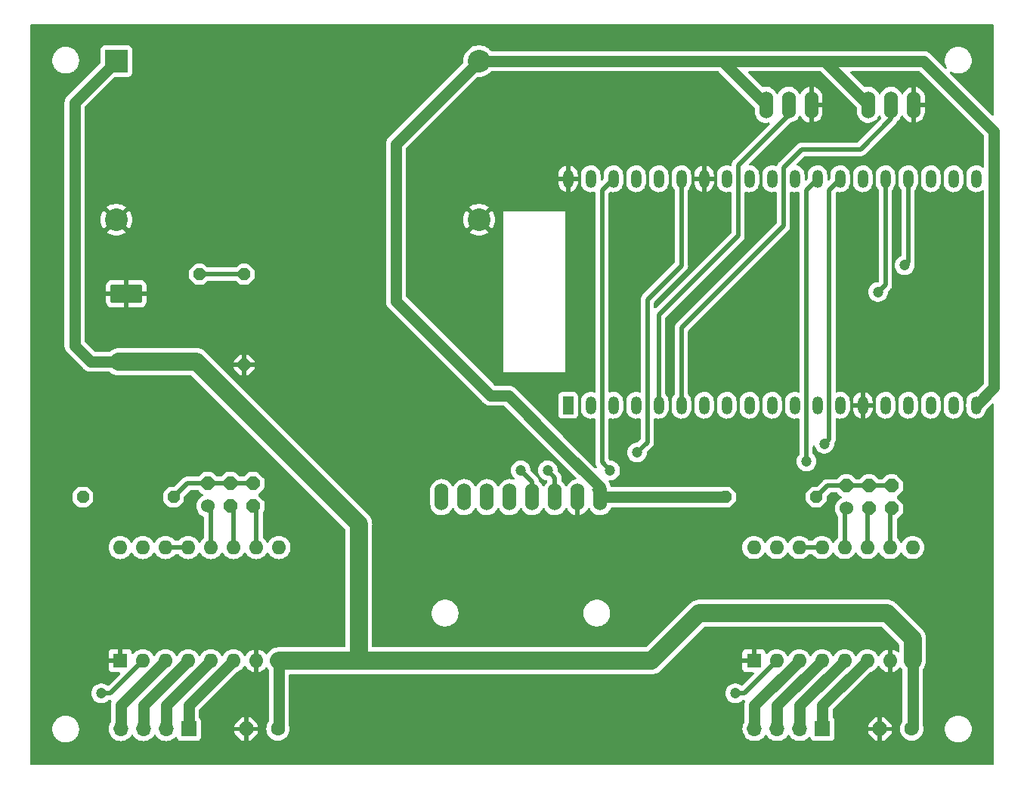
<source format=gbr>
G04 #@! TF.GenerationSoftware,KiCad,Pcbnew,7.0.6-7.0.6~ubuntu22.04.1*
G04 #@! TF.CreationDate,2023-07-18T11:05:32+02:00*
G04 #@! TF.ProjectId,YABR_Bot,59414252-5f42-46f7-942e-6b696361645f,1.0*
G04 #@! TF.SameCoordinates,Original*
G04 #@! TF.FileFunction,Copper,L2,Bot*
G04 #@! TF.FilePolarity,Positive*
%FSLAX46Y46*%
G04 Gerber Fmt 4.6, Leading zero omitted, Abs format (unit mm)*
G04 Created by KiCad (PCBNEW 7.0.6-7.0.6~ubuntu22.04.1) date 2023-07-18 11:05:32*
%MOMM*%
%LPD*%
G01*
G04 APERTURE LIST*
G04 Aperture macros list*
%AMRoundRect*
0 Rectangle with rounded corners*
0 $1 Rounding radius*
0 $2 $3 $4 $5 $6 $7 $8 $9 X,Y pos of 4 corners*
0 Add a 4 corners polygon primitive as box body*
4,1,4,$2,$3,$4,$5,$6,$7,$8,$9,$2,$3,0*
0 Add four circle primitives for the rounded corners*
1,1,$1+$1,$2,$3*
1,1,$1+$1,$4,$5*
1,1,$1+$1,$6,$7*
1,1,$1+$1,$8,$9*
0 Add four rect primitives between the rounded corners*
20,1,$1+$1,$2,$3,$4,$5,0*
20,1,$1+$1,$4,$5,$6,$7,0*
20,1,$1+$1,$6,$7,$8,$9,0*
20,1,$1+$1,$8,$9,$2,$3,0*%
%AMOutline5P*
0 Free polygon, 5 corners , with rotation*
0 The origin of the aperture is its center*
0 number of corners: always 5*
0 $1 to $10 corner X, Y*
0 $11 Rotation angle, in degrees counterclockwise*
0 create outline with 5 corners*
4,1,5,$1,$2,$3,$4,$5,$6,$7,$8,$9,$10,$1,$2,$11*%
%AMOutline6P*
0 Free polygon, 6 corners , with rotation*
0 The origin of the aperture is its center*
0 number of corners: always 6*
0 $1 to $12 corner X, Y*
0 $13 Rotation angle, in degrees counterclockwise*
0 create outline with 6 corners*
4,1,6,$1,$2,$3,$4,$5,$6,$7,$8,$9,$10,$11,$12,$1,$2,$13*%
%AMOutline7P*
0 Free polygon, 7 corners , with rotation*
0 The origin of the aperture is its center*
0 number of corners: always 7*
0 $1 to $14 corner X, Y*
0 $15 Rotation angle, in degrees counterclockwise*
0 create outline with 7 corners*
4,1,7,$1,$2,$3,$4,$5,$6,$7,$8,$9,$10,$11,$12,$13,$14,$1,$2,$15*%
%AMOutline8P*
0 Free polygon, 8 corners , with rotation*
0 The origin of the aperture is its center*
0 number of corners: always 8*
0 $1 to $16 corner X, Y*
0 $17 Rotation angle, in degrees counterclockwise*
0 create outline with 8 corners*
4,1,8,$1,$2,$3,$4,$5,$6,$7,$8,$9,$10,$11,$12,$13,$14,$15,$16,$1,$2,$17*%
G04 Aperture macros list end*
G04 #@! TA.AperFunction,ComponentPad*
%ADD10Outline8P,-0.660400X0.273547X-0.273547X0.660400X0.273547X0.660400X0.660400X0.273547X0.660400X-0.273547X0.273547X-0.660400X-0.273547X-0.660400X-0.660400X-0.273547X90.000000*%
G04 #@! TD*
G04 #@! TA.AperFunction,ComponentPad*
%ADD11C,1.524000*%
G04 #@! TD*
G04 #@! TA.AperFunction,ComponentPad*
%ADD12Outline8P,-0.762000X0.315631X-0.315631X0.762000X0.315631X0.762000X0.762000X0.315631X0.762000X-0.315631X0.315631X-0.762000X-0.315631X-0.762000X-0.762000X-0.315631X0.000000*%
G04 #@! TD*
G04 #@! TA.AperFunction,ComponentPad*
%ADD13O,1.524000X3.048000*%
G04 #@! TD*
G04 #@! TA.AperFunction,ComponentPad*
%ADD14RoundRect,0.250001X-1.549999X0.799999X-1.549999X-0.799999X1.549999X-0.799999X1.549999X0.799999X0*%
G04 #@! TD*
G04 #@! TA.AperFunction,ComponentPad*
%ADD15O,3.600000X2.100000*%
G04 #@! TD*
G04 #@! TA.AperFunction,ComponentPad*
%ADD16C,1.600200*%
G04 #@! TD*
G04 #@! TA.AperFunction,ComponentPad*
%ADD17Outline8P,-0.800100X0.331412X-0.331412X0.800100X0.331412X0.800100X0.800100X0.331412X0.800100X-0.331412X0.331412X-0.800100X-0.331412X-0.800100X-0.800100X-0.331412X180.000000*%
G04 #@! TD*
G04 #@! TA.AperFunction,ComponentPad*
%ADD18R,2.540000X2.540000*%
G04 #@! TD*
G04 #@! TA.AperFunction,ComponentPad*
%ADD19C,2.540000*%
G04 #@! TD*
G04 #@! TA.AperFunction,ComponentPad*
%ADD20R,1.600000X1.600000*%
G04 #@! TD*
G04 #@! TA.AperFunction,ComponentPad*
%ADD21O,1.600000X1.600000*%
G04 #@! TD*
G04 #@! TA.AperFunction,ComponentPad*
%ADD22R,1.700000X1.700000*%
G04 #@! TD*
G04 #@! TA.AperFunction,ComponentPad*
%ADD23O,1.700000X1.700000*%
G04 #@! TD*
G04 #@! TA.AperFunction,ComponentPad*
%ADD24Outline8P,-0.660400X0.273547X-0.273547X0.660400X0.273547X0.660400X0.660400X0.273547X0.660400X-0.273547X0.273547X-0.660400X-0.273547X-0.660400X-0.660400X-0.273547X180.000000*%
G04 #@! TD*
G04 #@! TA.AperFunction,ComponentPad*
%ADD25Outline8P,-0.660400X0.273547X-0.273547X0.660400X0.273547X0.660400X0.660400X0.273547X0.660400X-0.273547X0.273547X-0.660400X-0.273547X-0.660400X-0.660400X-0.273547X270.000000*%
G04 #@! TD*
G04 #@! TA.AperFunction,ComponentPad*
%ADD26R,1.200000X2.000000*%
G04 #@! TD*
G04 #@! TA.AperFunction,ComponentPad*
%ADD27O,1.200000X2.000000*%
G04 #@! TD*
G04 #@! TA.AperFunction,ViaPad*
%ADD28C,1.200000*%
G04 #@! TD*
G04 #@! TA.AperFunction,Conductor*
%ADD29C,0.500000*%
G04 #@! TD*
G04 #@! TA.AperFunction,Conductor*
%ADD30C,2.000000*%
G04 #@! TD*
G04 #@! TA.AperFunction,Conductor*
%ADD31C,1.250000*%
G04 #@! TD*
G04 #@! TA.AperFunction,Conductor*
%ADD32C,0.250000*%
G04 #@! TD*
%ADD33C,0.350000*%
G04 APERTURE END LIST*
D10*
G04 #@! TO.P,R6,1,1*
G04 #@! TO.N,GND*
X45000000Y-56160000D03*
G04 #@! TO.P,R6,2,2*
G04 #@! TO.N,/VSENS*
X45000000Y-46000000D03*
G04 #@! TD*
D11*
G04 #@! TO.P,SV1,1,1*
G04 #@! TO.N,Net-(U2-M2)*
X112460000Y-72270000D03*
D12*
G04 #@! TO.P,SV1,2,2*
G04 #@! TO.N,Net-(R1-Pad1)*
X112460000Y-69730000D03*
G04 #@! TO.P,SV1,3,3*
G04 #@! TO.N,Net-(U2-M1)*
X115000000Y-72270000D03*
G04 #@! TO.P,SV1,4,4*
G04 #@! TO.N,Net-(R1-Pad1)*
X115000000Y-69730000D03*
G04 #@! TO.P,SV1,5,5*
G04 #@! TO.N,Net-(U2-M0)*
X117540000Y-72270000D03*
G04 #@! TO.P,SV1,6,6*
G04 #@! TO.N,Net-(R1-Pad1)*
X117540000Y-69730000D03*
G04 #@! TD*
D13*
G04 #@! TO.P,JP1,1,1*
G04 #@! TO.N,+5V*
X84890000Y-71000000D03*
G04 #@! TO.P,JP1,2,2*
G04 #@! TO.N,GND*
X82350000Y-71000000D03*
G04 #@! TO.P,JP1,3,3*
G04 #@! TO.N,/SCL*
X79810000Y-71000000D03*
G04 #@! TO.P,JP1,4,4*
G04 #@! TO.N,/SDL*
X77270000Y-71000000D03*
G04 #@! TO.P,JP1,5,5*
G04 #@! TO.N,/XDA*
X74730000Y-71000000D03*
G04 #@! TO.P,JP1,6,6*
G04 #@! TO.N,/XCL*
X72190000Y-71000000D03*
G04 #@! TO.P,JP1,7,7*
G04 #@! TO.N,/AD0*
X69650000Y-71000000D03*
G04 #@! TO.P,JP1,8,8*
G04 #@! TO.N,/INT*
X67110000Y-71000000D03*
G04 #@! TD*
D14*
G04 #@! TO.P,J3,1,Pin_1*
G04 #@! TO.N,GND*
X31777500Y-48190000D03*
D15*
G04 #@! TO.P,J3,2,Pin_2*
G04 #@! TO.N,VMOT*
X31777500Y-55810000D03*
G04 #@! TD*
D16*
G04 #@! TO.P,C2,+,+*
G04 #@! TO.N,VMOT*
X119778000Y-97000000D03*
D17*
G04 #@! TO.P,C2,-,-*
G04 #@! TO.N,GND*
X116222000Y-97000000D03*
G04 #@! TD*
D13*
G04 #@! TO.P,J2,1,S*
G04 #@! TO.N,+5V*
X114920000Y-27000000D03*
G04 #@! TO.P,J2,2,S*
G04 #@! TO.N,/SERVO2*
X117460000Y-27000000D03*
G04 #@! TO.P,J2,3,S*
G04 #@! TO.N,GND*
X120000000Y-27000000D03*
G04 #@! TD*
D18*
G04 #@! TO.P,U4,1,Vin*
G04 #@! TO.N,VMOT*
X30680000Y-22110000D03*
D19*
G04 #@! TO.P,U4,2,GND*
G04 #@! TO.N,GND*
X30680000Y-39890000D03*
G04 #@! TO.P,U4,3,GND*
X71320000Y-39890000D03*
G04 #@! TO.P,U4,4,Vout*
G04 #@! TO.N,+5V*
X71320000Y-22110000D03*
G04 #@! TD*
D20*
G04 #@! TO.P,U3,1,GND*
G04 #@! TO.N,GND*
X31110000Y-89350000D03*
D21*
G04 #@! TO.P,U3,2,FLT*
G04 #@! TO.N,Net-(D2-K)*
X33650000Y-89350000D03*
G04 #@! TO.P,U3,3,A2*
G04 #@! TO.N,Net-(U3-A2)*
X36190000Y-89350000D03*
G04 #@! TO.P,U3,4,A1*
G04 #@! TO.N,Net-(U3-A1)*
X38730000Y-89350000D03*
G04 #@! TO.P,U3,5,B1*
G04 #@! TO.N,Net-(M2--)*
X41270000Y-89350000D03*
G04 #@! TO.P,U3,6,B2*
G04 #@! TO.N,Net-(U3-B2)*
X43810000Y-89350000D03*
G04 #@! TO.P,U3,7,GND*
G04 #@! TO.N,GND*
X46350000Y-89350000D03*
G04 #@! TO.P,U3,8,VMOT*
G04 #@! TO.N,VMOT*
X48890000Y-89350000D03*
G04 #@! TO.P,U3,9,EN*
G04 #@! TO.N,unconnected-(U3-EN-Pad9)*
X48890000Y-76650000D03*
G04 #@! TO.P,U3,10,M0*
G04 #@! TO.N,Net-(U3-M0)*
X46350000Y-76650000D03*
G04 #@! TO.P,U3,11,M1*
G04 #@! TO.N,Net-(U3-M1)*
X43810000Y-76650000D03*
G04 #@! TO.P,U3,12,M2*
G04 #@! TO.N,Net-(U3-M2)*
X41270000Y-76650000D03*
G04 #@! TO.P,U3,13,RST*
G04 #@! TO.N,Net-(U3-RST)*
X38730000Y-76650000D03*
G04 #@! TO.P,U3,14,SLP*
X36190000Y-76650000D03*
G04 #@! TO.P,U3,15,STP*
G04 #@! TO.N,/STP2*
X33650000Y-76650000D03*
G04 #@! TO.P,U3,16,DIR*
G04 #@! TO.N,/DIR2*
X31110000Y-76650000D03*
G04 #@! TD*
D22*
G04 #@! TO.P,M2,1*
G04 #@! TO.N,Net-(U3-B2)*
X38800000Y-97000000D03*
D23*
G04 #@! TO.P,M2,2,-*
G04 #@! TO.N,Net-(M2--)*
X36260000Y-97000000D03*
G04 #@! TO.P,M2,3*
G04 #@! TO.N,Net-(U3-A1)*
X33720000Y-97000000D03*
G04 #@! TO.P,M2,4*
G04 #@! TO.N,Net-(U3-A2)*
X31180000Y-97000000D03*
G04 #@! TD*
D24*
G04 #@! TO.P,R3,1,1*
G04 #@! TO.N,Net-(R3-Pad1)*
X37080000Y-71000000D03*
G04 #@! TO.P,R3,2,2*
G04 #@! TO.N,+5V*
X26920000Y-71000000D03*
G04 #@! TD*
G04 #@! TO.P,R1,1,1*
G04 #@! TO.N,Net-(R1-Pad1)*
X109080000Y-71000000D03*
G04 #@! TO.P,R1,2,2*
G04 #@! TO.N,+5V*
X98920000Y-71000000D03*
G04 #@! TD*
D20*
G04 #@! TO.P,U2,1,GND*
G04 #@! TO.N,GND*
X102110000Y-89350000D03*
D21*
G04 #@! TO.P,U2,2,FLT*
G04 #@! TO.N,Net-(D1-K)*
X104650000Y-89350000D03*
G04 #@! TO.P,U2,3,A2*
G04 #@! TO.N,Net-(U2-A2)*
X107190000Y-89350000D03*
G04 #@! TO.P,U2,4,A1*
G04 #@! TO.N,Net-(U2-A1)*
X109730000Y-89350000D03*
G04 #@! TO.P,U2,5,B1*
G04 #@! TO.N,Net-(M1--)*
X112270000Y-89350000D03*
G04 #@! TO.P,U2,6,B2*
G04 #@! TO.N,Net-(U2-B2)*
X114810000Y-89350000D03*
G04 #@! TO.P,U2,7,GND*
G04 #@! TO.N,GND*
X117350000Y-89350000D03*
G04 #@! TO.P,U2,8,VMOT*
G04 #@! TO.N,VMOT*
X119890000Y-89350000D03*
G04 #@! TO.P,U2,9,EN*
G04 #@! TO.N,unconnected-(U2-EN-Pad9)*
X119890000Y-76650000D03*
G04 #@! TO.P,U2,10,M0*
G04 #@! TO.N,Net-(U2-M0)*
X117350000Y-76650000D03*
G04 #@! TO.P,U2,11,M1*
G04 #@! TO.N,Net-(U2-M1)*
X114810000Y-76650000D03*
G04 #@! TO.P,U2,12,M2*
G04 #@! TO.N,Net-(U2-M2)*
X112270000Y-76650000D03*
G04 #@! TO.P,U2,13,RST*
G04 #@! TO.N,Net-(U2-RST)*
X109730000Y-76650000D03*
G04 #@! TO.P,U2,14,SLP*
X107190000Y-76650000D03*
G04 #@! TO.P,U2,15,STP*
G04 #@! TO.N,/STP1*
X104650000Y-76650000D03*
G04 #@! TO.P,U2,16,DIR*
G04 #@! TO.N,/DIR1*
X102110000Y-76650000D03*
G04 #@! TD*
D11*
G04 #@! TO.P,SV2,1,1*
G04 #@! TO.N,Net-(U3-M2)*
X40920000Y-72000000D03*
D12*
G04 #@! TO.P,SV2,2,2*
G04 #@! TO.N,Net-(R3-Pad1)*
X40920000Y-69460000D03*
G04 #@! TO.P,SV2,3,3*
G04 #@! TO.N,Net-(U3-M1)*
X43460000Y-72000000D03*
G04 #@! TO.P,SV2,4,4*
G04 #@! TO.N,Net-(R3-Pad1)*
X43460000Y-69460000D03*
G04 #@! TO.P,SV2,5,5*
G04 #@! TO.N,Net-(U3-M0)*
X46000000Y-72000000D03*
G04 #@! TO.P,SV2,6,6*
G04 #@! TO.N,Net-(R3-Pad1)*
X46000000Y-69460000D03*
G04 #@! TD*
D16*
G04 #@! TO.P,C1,+,+*
G04 #@! TO.N,VMOT*
X48778000Y-97000000D03*
D17*
G04 #@! TO.P,C1,-,-*
G04 #@! TO.N,GND*
X45222000Y-97000000D03*
G04 #@! TD*
D25*
G04 #@! TO.P,R5,1,1*
G04 #@! TO.N,/VSENS*
X40000000Y-46000000D03*
G04 #@! TO.P,R5,2,2*
G04 #@! TO.N,VMOT*
X40000000Y-56160000D03*
G04 #@! TD*
D13*
G04 #@! TO.P,J1,1,S*
G04 #@! TO.N,+5V*
X103460000Y-27000000D03*
G04 #@! TO.P,J1,2,S*
G04 #@! TO.N,/SERVO1*
X106000000Y-27000000D03*
G04 #@! TO.P,J1,3,S*
G04 #@! TO.N,GND*
X108540000Y-27000000D03*
G04 #@! TD*
D22*
G04 #@! TO.P,M1,1*
G04 #@! TO.N,Net-(U2-B2)*
X109800000Y-97000000D03*
D23*
G04 #@! TO.P,M1,2,-*
G04 #@! TO.N,Net-(M1--)*
X107260000Y-97000000D03*
G04 #@! TO.P,M1,3*
G04 #@! TO.N,Net-(U2-A1)*
X104720000Y-97000000D03*
G04 #@! TO.P,M1,4*
G04 #@! TO.N,Net-(U2-A2)*
X102180000Y-97000000D03*
G04 #@! TD*
D26*
G04 #@! TO.P,U5,1,3V3*
G04 #@! TO.N,unconnected-(U5-3V3-Pad1)*
X81280000Y-60700000D03*
D27*
G04 #@! TO.P,U5,2,CHIP_PU*
G04 #@! TO.N,unconnected-(U5-CHIP_PU-Pad2)*
X83820000Y-60700000D03*
G04 #@! TO.P,U5,3,SENSOR_VP/GPIO36/ADC1_CH0*
G04 #@! TO.N,unconnected-(U5-SENSOR_VP{slash}GPIO36{slash}ADC1_CH0-Pad3)*
X86360000Y-60700000D03*
G04 #@! TO.P,U5,4,SENSOR_VN/GPIO39/ADC1_CH3*
G04 #@! TO.N,unconnected-(U5-SENSOR_VN{slash}GPIO39{slash}ADC1_CH3-Pad4)*
X88900000Y-60700000D03*
G04 #@! TO.P,U5,5,VDET_1/GPIO34/ADC1_CH6*
G04 #@! TO.N,/SERVO1*
X91440000Y-60700000D03*
G04 #@! TO.P,U5,6,VDET_2/GPIO35/ADC1_CH7*
G04 #@! TO.N,/SERVO2*
X93980000Y-60700000D03*
G04 #@! TO.P,U5,7,32K_XP/GPIO32/ADC1_CH4*
G04 #@! TO.N,/VSENS*
X96520000Y-60700000D03*
G04 #@! TO.P,U5,8,32K_XN/GPIO33/ADC1_CH5*
G04 #@! TO.N,unconnected-(U5-32K_XN{slash}GPIO33{slash}ADC1_CH5-Pad8)*
X99060000Y-60700000D03*
G04 #@! TO.P,U5,9,DAC_1/ADC2_CH8/GPIO25*
G04 #@! TO.N,unconnected-(U5-DAC_1{slash}ADC2_CH8{slash}GPIO25-Pad9)*
X101600000Y-60700000D03*
G04 #@! TO.P,U5,10,DAC_2/ADC2_CH9/GPIO26*
G04 #@! TO.N,unconnected-(U5-DAC_2{slash}ADC2_CH9{slash}GPIO26-Pad10)*
X104140000Y-60700000D03*
G04 #@! TO.P,U5,11,ADC2_CH7/GPIO27*
G04 #@! TO.N,unconnected-(U5-ADC2_CH7{slash}GPIO27-Pad11)*
X106680000Y-60700000D03*
G04 #@! TO.P,U5,12,MTMS/GPIO14/ADC2_CH6*
G04 #@! TO.N,unconnected-(U5-MTMS{slash}GPIO14{slash}ADC2_CH6-Pad12)*
X109220000Y-60700000D03*
G04 #@! TO.P,U5,13,MTDI/GPIO12/ADC2_CH5*
G04 #@! TO.N,unconnected-(U5-MTDI{slash}GPIO12{slash}ADC2_CH5-Pad13)*
X111760000Y-60700000D03*
G04 #@! TO.P,U5,14,GND*
G04 #@! TO.N,GND*
X114300000Y-60700000D03*
G04 #@! TO.P,U5,15,MTCK/GPIO13/ADC2_CH4*
G04 #@! TO.N,unconnected-(U5-MTCK{slash}GPIO13{slash}ADC2_CH4-Pad15)*
X116840000Y-60700000D03*
G04 #@! TO.P,U5,16,SD_DATA2/GPIO9*
G04 #@! TO.N,unconnected-(U5-SD_DATA2{slash}GPIO9-Pad16)*
X119380000Y-60700000D03*
G04 #@! TO.P,U5,17,SD_DATA3/GPIO10*
G04 #@! TO.N,unconnected-(U5-SD_DATA3{slash}GPIO10-Pad17)*
X121920000Y-60700000D03*
G04 #@! TO.P,U5,18,CMD*
G04 #@! TO.N,unconnected-(U5-CMD-Pad18)*
X124460000Y-60700000D03*
G04 #@! TO.P,U5,19,5V*
G04 #@! TO.N,+5V*
X127000000Y-60700000D03*
G04 #@! TO.P,U5,20,SD_CLK/GPIO6*
G04 #@! TO.N,unconnected-(U5-SD_CLK{slash}GPIO6-Pad20)*
X126997280Y-35303680D03*
G04 #@! TO.P,U5,21,SD_DATA0/GPIO7*
G04 #@! TO.N,unconnected-(U5-SD_DATA0{slash}GPIO7-Pad21)*
X124457280Y-35303680D03*
G04 #@! TO.P,U5,22,SD_DATA1/GPIO8*
G04 #@! TO.N,unconnected-(U5-SD_DATA1{slash}GPIO8-Pad22)*
X121920000Y-35300000D03*
G04 #@! TO.P,U5,23,MTDO/GPIO15/ADC2_CH3*
G04 #@! TO.N,/DIR2*
X119380000Y-35300000D03*
G04 #@! TO.P,U5,24,ADC2_CH2/GPIO2*
G04 #@! TO.N,/STP2*
X116840000Y-35300000D03*
G04 #@! TO.P,U5,25,GPIO0/BOOT/ADC2_CH1*
G04 #@! TO.N,unconnected-(U5-GPIO0{slash}BOOT{slash}ADC2_CH1-Pad25)*
X114300000Y-35300000D03*
G04 #@! TO.P,U5,26,ADC2_CH0/GPIO4*
G04 #@! TO.N,/DIR1*
X111760000Y-35300000D03*
G04 #@! TO.P,U5,27,GPIO16*
G04 #@! TO.N,/STP1*
X109220000Y-35300000D03*
G04 #@! TO.P,U5,28,GPIO17*
G04 #@! TO.N,unconnected-(U5-GPIO17-Pad28)*
X106680000Y-35300000D03*
G04 #@! TO.P,U5,29,GPIO5*
G04 #@! TO.N,unconnected-(U5-GPIO5-Pad29)*
X104140000Y-35300000D03*
G04 #@! TO.P,U5,30,GPIO18*
G04 #@! TO.N,unconnected-(U5-GPIO18-Pad30)*
X101600000Y-35300000D03*
G04 #@! TO.P,U5,31,GPIO19*
G04 #@! TO.N,unconnected-(U5-GPIO19-Pad31)*
X99060000Y-35300000D03*
G04 #@! TO.P,U5,32,GND*
G04 #@! TO.N,GND*
X96520000Y-35300000D03*
G04 #@! TO.P,U5,33,GPIO21*
G04 #@! TO.N,/SDL*
X93980000Y-35300000D03*
G04 #@! TO.P,U5,34,U0RXD/GPIO3*
G04 #@! TO.N,unconnected-(U5-U0RXD{slash}GPIO3-Pad34)*
X91440000Y-35300000D03*
G04 #@! TO.P,U5,35,U0TXD/GPIO1*
G04 #@! TO.N,unconnected-(U5-U0TXD{slash}GPIO1-Pad35)*
X88900000Y-35300000D03*
G04 #@! TO.P,U5,36,GPIO22*
G04 #@! TO.N,/SCL*
X86360000Y-35300000D03*
G04 #@! TO.P,U5,37,GPIO23*
G04 #@! TO.N,unconnected-(U5-GPIO23-Pad37)*
X83820000Y-35300000D03*
G04 #@! TO.P,U5,38,GND*
G04 #@! TO.N,GND*
X81280000Y-35300000D03*
G04 #@! TD*
D28*
G04 #@! TO.N,+5V*
X80000000Y-65000000D03*
G04 #@! TO.N,Net-(D1-K)*
X100000000Y-93000000D03*
G04 #@! TO.N,Net-(D2-K)*
X29000000Y-93000000D03*
G04 #@! TO.N,/SCL*
X79000000Y-68000000D03*
X86000000Y-68000000D03*
G04 #@! TO.N,/SDL*
X76000000Y-68000000D03*
X89000000Y-66000000D03*
G04 #@! TO.N,/STP1*
X108000000Y-67000000D03*
G04 #@! TO.N,/DIR1*
X110000000Y-65000000D03*
G04 #@! TO.N,/STP2*
X116000000Y-48000000D03*
G04 #@! TO.N,/DIR2*
X119000000Y-45000000D03*
G04 #@! TD*
D29*
G04 #@! TO.N,/SERVO1*
X106000000Y-27000000D02*
X106000000Y-28112000D01*
X106000000Y-28112000D02*
X100330000Y-33782000D01*
X100330000Y-33782000D02*
X100330000Y-41670000D01*
X100330000Y-41670000D02*
X91440000Y-50560000D01*
X91440000Y-50560000D02*
X91440000Y-60700000D01*
G04 #@! TO.N,/SERVO2*
X117460000Y-27000000D02*
X117460000Y-28590000D01*
X117460000Y-28590000D02*
X114050000Y-32000000D01*
X114050000Y-32000000D02*
X107446000Y-32000000D01*
X93980000Y-52020000D02*
X93980000Y-60700000D01*
X107446000Y-32000000D02*
X105410000Y-34036000D01*
X105410000Y-34036000D02*
X105410000Y-40590000D01*
X105410000Y-40590000D02*
X93980000Y-52020000D01*
G04 #@! TO.N,/SCL*
X86000000Y-68000000D02*
X85090000Y-67090000D01*
X85090000Y-67090000D02*
X85090000Y-36570000D01*
X85090000Y-36570000D02*
X86360000Y-35300000D01*
G04 #@! TO.N,/SDL*
X89000000Y-66000000D02*
X90170000Y-64830000D01*
X90170000Y-64830000D02*
X90170000Y-48830000D01*
X90170000Y-48830000D02*
X93980000Y-45020000D01*
X93980000Y-45020000D02*
X93980000Y-35300000D01*
G04 #@! TO.N,/STP1*
X109220000Y-35300000D02*
X107950000Y-36570000D01*
X107950000Y-36570000D02*
X107950000Y-66950000D01*
X107950000Y-66950000D02*
X108000000Y-67000000D01*
G04 #@! TO.N,/DIR1*
X111760000Y-35300000D02*
X110500000Y-36560000D01*
X110500000Y-36560000D02*
X110500000Y-64500000D01*
X110500000Y-64500000D02*
X110000000Y-65000000D01*
D30*
G04 #@! TO.N,VMOT*
X96000000Y-84000000D02*
X90650000Y-89350000D01*
X90650000Y-89350000D02*
X56000000Y-89350000D01*
X57650000Y-89350000D02*
X56000000Y-89350000D01*
X31777500Y-55810000D02*
X39650000Y-55810000D01*
X57840000Y-88840000D02*
X58000000Y-89000000D01*
D31*
X119890000Y-96888000D02*
X119778000Y-97000000D01*
X39650000Y-55810000D02*
X40000000Y-56160000D01*
D30*
X119890000Y-86890000D02*
X117000000Y-84000000D01*
X119890000Y-89350000D02*
X119890000Y-86890000D01*
X57840000Y-74000000D02*
X40000000Y-56160000D01*
D31*
X26000000Y-54000000D02*
X26000000Y-26790000D01*
D30*
X58000000Y-89000000D02*
X57650000Y-89350000D01*
D31*
X119890000Y-89350000D02*
X119890000Y-96888000D01*
X27810000Y-55810000D02*
X26000000Y-54000000D01*
D30*
X56000000Y-89350000D02*
X48890000Y-89350000D01*
D31*
X48890000Y-89350000D02*
X48890000Y-96888000D01*
D30*
X117000000Y-84000000D02*
X96000000Y-84000000D01*
D31*
X119778000Y-89462000D02*
X119890000Y-89350000D01*
X48890000Y-96888000D02*
X48778000Y-97000000D01*
X31777500Y-55810000D02*
X27810000Y-55810000D01*
X48778000Y-89462000D02*
X48890000Y-89350000D01*
D30*
X57840000Y-74000000D02*
X57840000Y-88840000D01*
D31*
X26000000Y-26790000D02*
X30680000Y-22110000D01*
D32*
G04 #@! TO.N,GND*
X82350000Y-71000000D02*
X82350000Y-70650000D01*
X120000000Y-27000000D02*
X120000000Y-26000000D01*
D31*
G04 #@! TO.N,+5V*
X72625000Y-59625000D02*
X62000000Y-49000000D01*
X129000000Y-30000000D02*
X129000000Y-58700000D01*
X71320000Y-22110000D02*
X98570000Y-22110000D01*
X84890000Y-71000000D02*
X98920000Y-71000000D01*
X62000000Y-49000000D02*
X62000000Y-31430000D01*
D29*
X127300000Y-60700000D02*
X127000000Y-60700000D01*
D31*
X84890000Y-71000000D02*
X84890000Y-69890000D01*
X110030000Y-22110000D02*
X121110000Y-22110000D01*
D32*
X84000000Y-70110000D02*
X84890000Y-71000000D01*
D31*
X110030000Y-22110000D02*
X114920000Y-27000000D01*
X98570000Y-22110000D02*
X110030000Y-22110000D01*
X80000000Y-65000000D02*
X74625000Y-59625000D01*
X74625000Y-59625000D02*
X72625000Y-59625000D01*
X84890000Y-69890000D02*
X80000000Y-65000000D01*
X121110000Y-22110000D02*
X129000000Y-30000000D01*
D29*
X84890000Y-71000000D02*
X84890000Y-72110000D01*
D31*
X129000000Y-58700000D02*
X127000000Y-60700000D01*
X62000000Y-31430000D02*
X71320000Y-22110000D01*
X98570000Y-22110000D02*
X103460000Y-27000000D01*
D29*
G04 #@! TO.N,Net-(D1-K)*
X104650000Y-89350000D02*
X101000000Y-93000000D01*
X101000000Y-93000000D02*
X100000000Y-93000000D01*
G04 #@! TO.N,Net-(D2-K)*
X30000000Y-93000000D02*
X29000000Y-93000000D01*
X33650000Y-89350000D02*
X30000000Y-93000000D01*
G04 #@! TO.N,/SCL*
X79810000Y-68810000D02*
X79000000Y-68000000D01*
X79810000Y-71000000D02*
X79810000Y-68810000D01*
G04 #@! TO.N,/SDL*
X77270000Y-69270000D02*
X76000000Y-68000000D01*
X77270000Y-71000000D02*
X77270000Y-69270000D01*
D31*
G04 #@! TO.N,Net-(M1--)*
X107260000Y-94360000D02*
X112270000Y-89350000D01*
X107260000Y-97000000D02*
X107260000Y-94360000D01*
G04 #@! TO.N,Net-(U2-A1)*
X104720000Y-94360000D02*
X109730000Y-89350000D01*
X104720000Y-97000000D02*
X104720000Y-94360000D01*
G04 #@! TO.N,Net-(U2-A2)*
X102180000Y-97000000D02*
X102180000Y-94360000D01*
X102180000Y-94360000D02*
X107190000Y-89350000D01*
G04 #@! TO.N,Net-(M2--)*
X36260000Y-97000000D02*
X36260000Y-94360000D01*
X36260000Y-94360000D02*
X41270000Y-89350000D01*
G04 #@! TO.N,Net-(U3-A1)*
X33720000Y-97000000D02*
X33720000Y-94360000D01*
X33720000Y-94360000D02*
X38730000Y-89350000D01*
G04 #@! TO.N,Net-(U3-A2)*
X31180000Y-97000000D02*
X31180000Y-94360000D01*
X31180000Y-94360000D02*
X36190000Y-89350000D01*
D29*
G04 #@! TO.N,Net-(R1-Pad1)*
X112460000Y-69730000D02*
X110350000Y-69730000D01*
X110350000Y-69730000D02*
X109080000Y-71000000D01*
X117540000Y-69730000D02*
X115000000Y-69730000D01*
X115000000Y-69730000D02*
X112460000Y-69730000D01*
G04 #@! TO.N,Net-(R3-Pad1)*
X38620000Y-69460000D02*
X37080000Y-71000000D01*
X40920000Y-69460000D02*
X38620000Y-69460000D01*
X46000000Y-69460000D02*
X43460000Y-69460000D01*
X43460000Y-69460000D02*
X40920000Y-69460000D01*
G04 #@! TO.N,/VSENS*
X40000000Y-46000000D02*
X45000000Y-46000000D01*
G04 #@! TO.N,Net-(U2-M0)*
X117350000Y-76650000D02*
X117350000Y-72460000D01*
X117350000Y-72460000D02*
X117540000Y-72270000D01*
G04 #@! TO.N,Net-(U2-M1)*
X114810000Y-72460000D02*
X115000000Y-72270000D01*
X114810000Y-76650000D02*
X114810000Y-72460000D01*
G04 #@! TO.N,Net-(U2-M2)*
X112270000Y-76650000D02*
X112270000Y-72460000D01*
X112270000Y-72460000D02*
X112460000Y-72270000D01*
G04 #@! TO.N,Net-(U3-M0)*
X46350000Y-76650000D02*
X46350000Y-72350000D01*
X46350000Y-72350000D02*
X46000000Y-72000000D01*
G04 #@! TO.N,Net-(U3-M1)*
X43810000Y-72350000D02*
X43460000Y-72000000D01*
X43810000Y-76650000D02*
X43810000Y-72350000D01*
G04 #@! TO.N,Net-(U3-M2)*
X41270000Y-76650000D02*
X41270000Y-72350000D01*
X41270000Y-72350000D02*
X40920000Y-72000000D01*
G04 #@! TO.N,Net-(U2-RST)*
X109730000Y-76650000D02*
X107190000Y-76650000D01*
G04 #@! TO.N,Net-(U3-RST)*
X36190000Y-76650000D02*
X38730000Y-76650000D01*
G04 #@! TO.N,/STP2*
X116840000Y-35300000D02*
X116840000Y-47160000D01*
X116840000Y-47160000D02*
X116000000Y-48000000D01*
G04 #@! TO.N,/DIR2*
X119380000Y-44620000D02*
X119000000Y-45000000D01*
X119380000Y-35300000D02*
X119380000Y-44620000D01*
D31*
G04 #@! TO.N,Net-(U2-B2)*
X109800000Y-97000000D02*
X109800000Y-94360000D01*
X109800000Y-94360000D02*
X114810000Y-89350000D01*
G04 #@! TO.N,Net-(U3-B2)*
X38800000Y-94360000D02*
X43810000Y-89350000D01*
X38800000Y-97000000D02*
X38800000Y-94360000D01*
G04 #@! TD*
G04 #@! TA.AperFunction,Conductor*
G04 #@! TO.N,GND*
G36*
X128943039Y-18019685D02*
G01*
X128988794Y-18072489D01*
X129000000Y-18124000D01*
X129000000Y-28108940D01*
X128980315Y-28175979D01*
X128927511Y-28221734D01*
X128858353Y-28231678D01*
X128794797Y-28202653D01*
X128788319Y-28196621D01*
X126492469Y-25900771D01*
X124071450Y-23479753D01*
X124037966Y-23418431D01*
X124042950Y-23348739D01*
X124084822Y-23292806D01*
X124150286Y-23268389D01*
X124218146Y-23283016D01*
X124261623Y-23306545D01*
X124266010Y-23309159D01*
X124276811Y-23316216D01*
X124279772Y-23319686D01*
X124286844Y-23323514D01*
X124293664Y-23325336D01*
X124305483Y-23330521D01*
X124310057Y-23332756D01*
X124395190Y-23378828D01*
X124486767Y-23410266D01*
X124491480Y-23412105D01*
X124503300Y-23417290D01*
X124506791Y-23420224D01*
X124514421Y-23422843D01*
X124521432Y-23423517D01*
X124529378Y-23425528D01*
X124533935Y-23426682D01*
X124538823Y-23428137D01*
X124604307Y-23450618D01*
X124630385Y-23459571D01*
X124725857Y-23475502D01*
X124730861Y-23476550D01*
X124743359Y-23479715D01*
X124747285Y-23482034D01*
X124755240Y-23483362D01*
X124762274Y-23482871D01*
X124775122Y-23483936D01*
X124780187Y-23484567D01*
X124875665Y-23500500D01*
X124875666Y-23500500D01*
X124972436Y-23500500D01*
X124977556Y-23500712D01*
X124989551Y-23501705D01*
X124990419Y-23501777D01*
X124994680Y-23503421D01*
X125002715Y-23503421D01*
X125009579Y-23501778D01*
X125022453Y-23500712D01*
X125027574Y-23500500D01*
X125124330Y-23500500D01*
X125124335Y-23500500D01*
X125219854Y-23484560D01*
X125224850Y-23483938D01*
X125237730Y-23482871D01*
X125242193Y-23483789D01*
X125250141Y-23482463D01*
X125256623Y-23479719D01*
X125269158Y-23476545D01*
X125274105Y-23475508D01*
X125369614Y-23459571D01*
X125461198Y-23428129D01*
X125466055Y-23426684D01*
X125478568Y-23423516D01*
X125483120Y-23423687D01*
X125490741Y-23421071D01*
X125496691Y-23417293D01*
X125508501Y-23412113D01*
X125513251Y-23410260D01*
X125604810Y-23378828D01*
X125689970Y-23332741D01*
X125694522Y-23330517D01*
X125706340Y-23325334D01*
X125710865Y-23324752D01*
X125717935Y-23320926D01*
X125723190Y-23316215D01*
X125733999Y-23309153D01*
X125738361Y-23306553D01*
X125823509Y-23260474D01*
X125899937Y-23200986D01*
X125904025Y-23198068D01*
X125914856Y-23190993D01*
X125919221Y-23189676D01*
X125925568Y-23184735D01*
X125929972Y-23179228D01*
X125939462Y-23170492D01*
X125943349Y-23167198D01*
X126019744Y-23107738D01*
X126085313Y-23036510D01*
X126088909Y-23032914D01*
X126098405Y-23024172D01*
X126102489Y-23022157D01*
X126107949Y-23016226D01*
X126111384Y-23010073D01*
X126119315Y-22999883D01*
X126122585Y-22996022D01*
X126188164Y-22924785D01*
X126241124Y-22843723D01*
X126244055Y-22839618D01*
X126252004Y-22829405D01*
X126255699Y-22826746D01*
X126260104Y-22820004D01*
X126262481Y-22813365D01*
X126268621Y-22802020D01*
X126271224Y-22797650D01*
X126324173Y-22716607D01*
X126363068Y-22627933D01*
X126365298Y-22623377D01*
X126371421Y-22612062D01*
X126374641Y-22608816D01*
X126377882Y-22601427D01*
X126379135Y-22594483D01*
X126383329Y-22582266D01*
X126385170Y-22577546D01*
X126424063Y-22488881D01*
X126447832Y-22395019D01*
X126449280Y-22390156D01*
X126453467Y-22377960D01*
X126456103Y-22374238D01*
X126458081Y-22366428D01*
X126458174Y-22359373D01*
X126460299Y-22346638D01*
X126461344Y-22341659D01*
X126485108Y-22247821D01*
X126493103Y-22151333D01*
X126493734Y-22146278D01*
X126498508Y-22117669D01*
X126497688Y-22111928D01*
X126498088Y-22092585D01*
X126498283Y-22088814D01*
X126505643Y-22000000D01*
X126498283Y-21911189D01*
X126498088Y-21907410D01*
X126497688Y-21888072D01*
X126498789Y-21884016D01*
X126497438Y-21875919D01*
X126493731Y-21853704D01*
X126493102Y-21848660D01*
X126485108Y-21752179D01*
X126461341Y-21658327D01*
X126460295Y-21653334D01*
X126460292Y-21653319D01*
X126458175Y-21640627D01*
X126458721Y-21636102D01*
X126456743Y-21628287D01*
X126453466Y-21622037D01*
X126449283Y-21609851D01*
X126447830Y-21604976D01*
X126424063Y-21511119D01*
X126385180Y-21422475D01*
X126383326Y-21417725D01*
X126379133Y-21405509D01*
X126378927Y-21400953D01*
X126375699Y-21393592D01*
X126371435Y-21387962D01*
X126365298Y-21376621D01*
X126363052Y-21372029D01*
X126324173Y-21283393D01*
X126324173Y-21283392D01*
X126271231Y-21202358D01*
X126268618Y-21197973D01*
X126262477Y-21186626D01*
X126261524Y-21182167D01*
X126257122Y-21175428D01*
X126251994Y-21170581D01*
X126244081Y-21160415D01*
X126241102Y-21156243D01*
X126210789Y-21109845D01*
X126188164Y-21075215D01*
X126142102Y-21025178D01*
X126122606Y-21003999D01*
X126119291Y-21000085D01*
X126111384Y-20989926D01*
X126109711Y-20985685D01*
X126104253Y-20979757D01*
X126098398Y-20975820D01*
X126088918Y-20967092D01*
X126085294Y-20963468D01*
X126071863Y-20948879D01*
X126019744Y-20892262D01*
X125998870Y-20876015D01*
X125943378Y-20832823D01*
X125939462Y-20829507D01*
X125929970Y-20820767D01*
X125927624Y-20816863D01*
X125921278Y-20811923D01*
X125914842Y-20808998D01*
X125904063Y-20801955D01*
X125899897Y-20798981D01*
X125823509Y-20739526D01*
X125823508Y-20739525D01*
X125823505Y-20739523D01*
X125823503Y-20739522D01*
X125774906Y-20713223D01*
X125738380Y-20693456D01*
X125733985Y-20690837D01*
X125723190Y-20683784D01*
X125720227Y-20680313D01*
X125713156Y-20676486D01*
X125706332Y-20674661D01*
X125694528Y-20669483D01*
X125689925Y-20667233D01*
X125604816Y-20621175D01*
X125604813Y-20621174D01*
X125604810Y-20621172D01*
X125604804Y-20621170D01*
X125604802Y-20621169D01*
X125513258Y-20589742D01*
X125508480Y-20587877D01*
X125496690Y-20582705D01*
X125493199Y-20579771D01*
X125485584Y-20577156D01*
X125478562Y-20576481D01*
X125474750Y-20575516D01*
X125466080Y-20573320D01*
X125461168Y-20571858D01*
X125369614Y-20540429D01*
X125274141Y-20524496D01*
X125269128Y-20523445D01*
X125256648Y-20520286D01*
X125252715Y-20517962D01*
X125244768Y-20516636D01*
X125237719Y-20517127D01*
X125224888Y-20516063D01*
X125219804Y-20515430D01*
X125124336Y-20499500D01*
X125124335Y-20499500D01*
X125027541Y-20499500D01*
X125022428Y-20499288D01*
X125011122Y-20498351D01*
X125009583Y-20498224D01*
X125005328Y-20496582D01*
X124997279Y-20496582D01*
X124990414Y-20498224D01*
X124980435Y-20499051D01*
X124980291Y-20499063D01*
X124977606Y-20499285D01*
X124972495Y-20499500D01*
X124875665Y-20499500D01*
X124780194Y-20515430D01*
X124775109Y-20516064D01*
X124762277Y-20517127D01*
X124757806Y-20516207D01*
X124749862Y-20517532D01*
X124743355Y-20520285D01*
X124730872Y-20523445D01*
X124725857Y-20524497D01*
X124630383Y-20540429D01*
X124538835Y-20571856D01*
X124533929Y-20573317D01*
X124521450Y-20576478D01*
X124516890Y-20576307D01*
X124509261Y-20578925D01*
X124503304Y-20582707D01*
X124491515Y-20587879D01*
X124486740Y-20589742D01*
X124395194Y-20621170D01*
X124395183Y-20621175D01*
X124310084Y-20667228D01*
X124305479Y-20669479D01*
X124293662Y-20674663D01*
X124289135Y-20675244D01*
X124282061Y-20679072D01*
X124276804Y-20683786D01*
X124266009Y-20690839D01*
X124261607Y-20693461D01*
X124176493Y-20739524D01*
X124176489Y-20739526D01*
X124100108Y-20798976D01*
X124095944Y-20801950D01*
X124088967Y-20806509D01*
X124085138Y-20809010D01*
X124080771Y-20810327D01*
X124074428Y-20815264D01*
X124070025Y-20820771D01*
X124060532Y-20829510D01*
X124056620Y-20832824D01*
X123980255Y-20892262D01*
X123914696Y-20963477D01*
X123911071Y-20967102D01*
X123901596Y-20975824D01*
X123897509Y-20977840D01*
X123892043Y-20983778D01*
X123888604Y-20989940D01*
X123880699Y-21000095D01*
X123877390Y-21004001D01*
X123811836Y-21075215D01*
X123758900Y-21156237D01*
X123755922Y-21160408D01*
X123748004Y-21170581D01*
X123744304Y-21173243D01*
X123739900Y-21179984D01*
X123737520Y-21186631D01*
X123731387Y-21197962D01*
X123728764Y-21202364D01*
X123675828Y-21283390D01*
X123636952Y-21372015D01*
X123634703Y-21376616D01*
X123631673Y-21382216D01*
X123628566Y-21387958D01*
X123625350Y-21391198D01*
X123622116Y-21398571D01*
X123620863Y-21405517D01*
X123616674Y-21417717D01*
X123614811Y-21422493D01*
X123585179Y-21490047D01*
X123575939Y-21511116D01*
X123575936Y-21511122D01*
X123552177Y-21604940D01*
X123550715Y-21609851D01*
X123546533Y-21622033D01*
X123543896Y-21625755D01*
X123541917Y-21633570D01*
X123541825Y-21640622D01*
X123539707Y-21653319D01*
X123538654Y-21658339D01*
X123514891Y-21752178D01*
X123514891Y-21752183D01*
X123506899Y-21848631D01*
X123506264Y-21853719D01*
X123504143Y-21866428D01*
X123502156Y-21870530D01*
X123501490Y-21878563D01*
X123502562Y-21885542D01*
X123502562Y-21898419D01*
X123502350Y-21903542D01*
X123494357Y-21999994D01*
X123494357Y-22000004D01*
X123502350Y-22096456D01*
X123502562Y-22101579D01*
X123502562Y-22114456D01*
X123501274Y-22118839D01*
X123501940Y-22126871D01*
X123504143Y-22133570D01*
X123506264Y-22146279D01*
X123506899Y-22151367D01*
X123514891Y-22247816D01*
X123514891Y-22247818D01*
X123538654Y-22341659D01*
X123539707Y-22346679D01*
X123541825Y-22359374D01*
X123541277Y-22363902D01*
X123543256Y-22371715D01*
X123546532Y-22377962D01*
X123550714Y-22390145D01*
X123552177Y-22395058D01*
X123575432Y-22486887D01*
X123575937Y-22488881D01*
X123602565Y-22549588D01*
X123614810Y-22577503D01*
X123616675Y-22582283D01*
X123620864Y-22594488D01*
X123621069Y-22599040D01*
X123624304Y-22606415D01*
X123628567Y-22612043D01*
X123634700Y-22623377D01*
X123636949Y-22627978D01*
X123675826Y-22716606D01*
X123714518Y-22775829D01*
X123734706Y-22842719D01*
X123715525Y-22909904D01*
X123663066Y-22956054D01*
X123593984Y-22966517D01*
X123530212Y-22937970D01*
X123523028Y-22931331D01*
X121979624Y-21387927D01*
X121966295Y-21372169D01*
X121964468Y-21369603D01*
X121964465Y-21369600D01*
X121896349Y-21304652D01*
X121867944Y-21276246D01*
X121867943Y-21276245D01*
X121859302Y-21269109D01*
X121855994Y-21266173D01*
X121808904Y-21221274D01*
X121808899Y-21221270D01*
X121779481Y-21202364D01*
X121778001Y-21201412D01*
X121772055Y-21197072D01*
X121743721Y-21173678D01*
X121743722Y-21173678D01*
X121743719Y-21173676D01*
X121743714Y-21173673D01*
X121686618Y-21142497D01*
X121682810Y-21140238D01*
X121628083Y-21105066D01*
X121593982Y-21091414D01*
X121587307Y-21088269D01*
X121555069Y-21070666D01*
X121493091Y-21050853D01*
X121488926Y-21049355D01*
X121428534Y-21025179D01*
X121428532Y-21025178D01*
X121392464Y-21018226D01*
X121385318Y-21016402D01*
X121350331Y-21005218D01*
X121350328Y-21005217D01*
X121285720Y-20997492D01*
X121281346Y-20996810D01*
X121217474Y-20984500D01*
X121217472Y-20984500D01*
X121180748Y-20984500D01*
X121173381Y-20984061D01*
X121136907Y-20979700D01*
X121136906Y-20979700D01*
X121072000Y-20984342D01*
X121067579Y-20984500D01*
X110100748Y-20984500D01*
X110093381Y-20984061D01*
X110056907Y-20979700D01*
X110056906Y-20979700D01*
X109992000Y-20984342D01*
X109987579Y-20984500D01*
X98640748Y-20984500D01*
X98633381Y-20984061D01*
X98596907Y-20979700D01*
X98596906Y-20979700D01*
X98532000Y-20984342D01*
X98527579Y-20984500D01*
X72746714Y-20984500D01*
X72679675Y-20964815D01*
X72649767Y-20937813D01*
X72621508Y-20902377D01*
X72426984Y-20721886D01*
X72385295Y-20693463D01*
X72207736Y-20572404D01*
X72207725Y-20572397D01*
X71968655Y-20457268D01*
X71968636Y-20457261D01*
X71715083Y-20379051D01*
X71715073Y-20379048D01*
X71452688Y-20339500D01*
X71452681Y-20339500D01*
X71187319Y-20339500D01*
X71187311Y-20339500D01*
X70924926Y-20379048D01*
X70924916Y-20379051D01*
X70671363Y-20457261D01*
X70671344Y-20457268D01*
X70432276Y-20572397D01*
X70432274Y-20572398D01*
X70432268Y-20572401D01*
X70432268Y-20572402D01*
X70406835Y-20589742D01*
X70213015Y-20721886D01*
X70018494Y-20902375D01*
X70018492Y-20902377D01*
X69853042Y-21109845D01*
X69720361Y-21339654D01*
X69623416Y-21586667D01*
X69623410Y-21586686D01*
X69564364Y-21845385D01*
X69564363Y-21845390D01*
X69544535Y-22109995D01*
X69544535Y-22110004D01*
X69553095Y-22224231D01*
X69538476Y-22292554D01*
X69517123Y-22321178D01*
X61277923Y-30560378D01*
X61262183Y-30573694D01*
X61259604Y-30575530D01*
X61259601Y-30575533D01*
X61227899Y-30608780D01*
X61194652Y-30643650D01*
X61166237Y-30672064D01*
X61166232Y-30672071D01*
X61159113Y-30680692D01*
X61156179Y-30683999D01*
X61111279Y-30731089D01*
X61111267Y-30731105D01*
X61091412Y-30761998D01*
X61087063Y-30767954D01*
X61063683Y-30796271D01*
X61063678Y-30796278D01*
X61032496Y-30853383D01*
X61030238Y-30857189D01*
X60995065Y-30911919D01*
X60995063Y-30911922D01*
X60981411Y-30946021D01*
X60978268Y-30952693D01*
X60960668Y-30984926D01*
X60960663Y-30984937D01*
X60940851Y-31046912D01*
X60939355Y-31051076D01*
X60915179Y-31111462D01*
X60915178Y-31111465D01*
X60908226Y-31147533D01*
X60906402Y-31154683D01*
X60895217Y-31189668D01*
X60887491Y-31254283D01*
X60886809Y-31258655D01*
X60880571Y-31291025D01*
X60875338Y-31318183D01*
X60874500Y-31322530D01*
X60874500Y-31359252D01*
X60874061Y-31366619D01*
X60869700Y-31403089D01*
X60869700Y-31403094D01*
X60874342Y-31467995D01*
X60874500Y-31472420D01*
X60874500Y-48895667D01*
X60872783Y-48916230D01*
X60872261Y-48919334D01*
X60872260Y-48919341D01*
X60874500Y-49013427D01*
X60874500Y-49053613D01*
X60875563Y-49064763D01*
X60875826Y-49069176D01*
X60876669Y-49104547D01*
X60877376Y-49134226D01*
X60885185Y-49170127D01*
X60886319Y-49177398D01*
X60887736Y-49192228D01*
X60889812Y-49213972D01*
X60908141Y-49276400D01*
X60909235Y-49280686D01*
X60923067Y-49344262D01*
X60923069Y-49344269D01*
X60937525Y-49378025D01*
X60940022Y-49384970D01*
X60950368Y-49420207D01*
X60950368Y-49420208D01*
X60980185Y-49478047D01*
X60982072Y-49482051D01*
X61007679Y-49541850D01*
X61028265Y-49572265D01*
X61032032Y-49578613D01*
X61048861Y-49611259D01*
X61074723Y-49644144D01*
X61089087Y-49662409D01*
X61091681Y-49665963D01*
X61126576Y-49717519D01*
X61128159Y-49719858D01*
X61154128Y-49745827D01*
X61159027Y-49751346D01*
X61181733Y-49780218D01*
X61230906Y-49822827D01*
X61234146Y-49825844D01*
X71755375Y-60347072D01*
X71768700Y-60362824D01*
X71770534Y-60365399D01*
X71804592Y-60397873D01*
X71838649Y-60430347D01*
X71852859Y-60444556D01*
X71867065Y-60458762D01*
X71868167Y-60459672D01*
X71875695Y-60465888D01*
X71879006Y-60468827D01*
X71915242Y-60503377D01*
X71926097Y-60513727D01*
X71957006Y-60533591D01*
X71962948Y-60537931D01*
X71991279Y-60561322D01*
X72005313Y-60568985D01*
X72048384Y-60592504D01*
X72052192Y-60594763D01*
X72106919Y-60629935D01*
X72106921Y-60629936D01*
X72126128Y-60637624D01*
X72141019Y-60643586D01*
X72147690Y-60646729D01*
X72179931Y-60664334D01*
X72241909Y-60684146D01*
X72246073Y-60685642D01*
X72306468Y-60709822D01*
X72342550Y-60716776D01*
X72349678Y-60718595D01*
X72384669Y-60729781D01*
X72384667Y-60729781D01*
X72413010Y-60733169D01*
X72449278Y-60737506D01*
X72453624Y-60738183D01*
X72517528Y-60750500D01*
X72554253Y-60750500D01*
X72561620Y-60750939D01*
X72568589Y-60751772D01*
X72598094Y-60755300D01*
X72662999Y-60750657D01*
X72667421Y-60750500D01*
X74107440Y-60750500D01*
X74174479Y-60770185D01*
X74195121Y-60786819D01*
X79126505Y-65718202D01*
X79126534Y-65718233D01*
X82193095Y-68784792D01*
X82226580Y-68846115D01*
X82221596Y-68915807D01*
X82179724Y-68971740D01*
X82122060Y-68995351D01*
X82068039Y-69002669D01*
X81851996Y-69072865D01*
X81651960Y-69180509D01*
X81651957Y-69180511D01*
X81474353Y-69322145D01*
X81324899Y-69493210D01*
X81324892Y-69493218D01*
X81208384Y-69688218D01*
X81208380Y-69688226D01*
X81195621Y-69722222D01*
X81153635Y-69778069D01*
X81088120Y-69802351D01*
X81019878Y-69787358D01*
X80970574Y-69737851D01*
X80967809Y-69732450D01*
X80967509Y-69731828D01*
X80898174Y-69587852D01*
X80898171Y-69587845D01*
X80764600Y-69404000D01*
X80764593Y-69403992D01*
X80598808Y-69245484D01*
X80563956Y-69184928D01*
X80560500Y-69155858D01*
X80560500Y-69019319D01*
X80560500Y-68873691D01*
X80561808Y-68855738D01*
X80565289Y-68831977D01*
X80560735Y-68779931D01*
X80560500Y-68774528D01*
X80560500Y-68766297D01*
X80560500Y-68766291D01*
X80556693Y-68733724D01*
X80549999Y-68657203D01*
X80549999Y-68657201D01*
X80548539Y-68650129D01*
X80548597Y-68650116D01*
X80546965Y-68642757D01*
X80546906Y-68642772D01*
X80545241Y-68635751D01*
X80545241Y-68635745D01*
X80518974Y-68563576D01*
X80494814Y-68490666D01*
X80494813Y-68490665D01*
X80494813Y-68490663D01*
X80491764Y-68484124D01*
X80491817Y-68484099D01*
X80488531Y-68477311D01*
X80488479Y-68477338D01*
X80485236Y-68470882D01*
X80483012Y-68467501D01*
X80443034Y-68406716D01*
X80402712Y-68341344D01*
X80402710Y-68341342D01*
X80398234Y-68335681D01*
X80398280Y-68335643D01*
X80393519Y-68329799D01*
X80393474Y-68329838D01*
X80388834Y-68324308D01*
X80332982Y-68271613D01*
X80141351Y-68079983D01*
X80107866Y-68018660D01*
X80105561Y-68003743D01*
X80105214Y-68000004D01*
X80105215Y-68000000D01*
X80086397Y-67796917D01*
X80030582Y-67600750D01*
X80010838Y-67561099D01*
X79941918Y-67422688D01*
X79939673Y-67418179D01*
X79823435Y-67264255D01*
X79816762Y-67255418D01*
X79666041Y-67118019D01*
X79666039Y-67118017D01*
X79492642Y-67010655D01*
X79492635Y-67010651D01*
X79397546Y-66973813D01*
X79302456Y-66936976D01*
X79101976Y-66899500D01*
X78898024Y-66899500D01*
X78697544Y-66936976D01*
X78697541Y-66936976D01*
X78697541Y-66936977D01*
X78507364Y-67010651D01*
X78507357Y-67010655D01*
X78333960Y-67118017D01*
X78333958Y-67118019D01*
X78183237Y-67255418D01*
X78060327Y-67418178D01*
X77969422Y-67600739D01*
X77969417Y-67600752D01*
X77913602Y-67796917D01*
X77894785Y-67999999D01*
X77894785Y-68000000D01*
X77913602Y-68203082D01*
X77969417Y-68399247D01*
X77969422Y-68399260D01*
X78060327Y-68581821D01*
X78183237Y-68744581D01*
X78333958Y-68881980D01*
X78333960Y-68881982D01*
X78412943Y-68930886D01*
X78507363Y-68989348D01*
X78627639Y-69035943D01*
X78697538Y-69063022D01*
X78697544Y-69063024D01*
X78885488Y-69098156D01*
X78947767Y-69129823D01*
X78983040Y-69190135D01*
X78980107Y-69259943D01*
X78940022Y-69316985D01*
X78934007Y-69321782D01*
X78784493Y-69492915D01*
X78784487Y-69492923D01*
X78667932Y-69688001D01*
X78667928Y-69688009D01*
X78655321Y-69721600D01*
X78613335Y-69777447D01*
X78547820Y-69801729D01*
X78479578Y-69786736D01*
X78430274Y-69737229D01*
X78427519Y-69731849D01*
X78358175Y-69587853D01*
X78358175Y-69587852D01*
X78358171Y-69587845D01*
X78224600Y-69404000D01*
X78224594Y-69403992D01*
X78060346Y-69246955D01*
X78060341Y-69246951D01*
X78060338Y-69246948D01*
X78060333Y-69246944D01*
X78060011Y-69246688D01*
X78059897Y-69246525D01*
X78056313Y-69243099D01*
X78056992Y-69242388D01*
X78019867Y-69189502D01*
X78013789Y-69160539D01*
X78012563Y-69146528D01*
X78010421Y-69122036D01*
X78009999Y-69117209D01*
X78008538Y-69110135D01*
X78008598Y-69110122D01*
X78006965Y-69102757D01*
X78006906Y-69102772D01*
X78005241Y-69095749D01*
X78005241Y-69095745D01*
X77978971Y-69023568D01*
X77965154Y-68981869D01*
X77954816Y-68950670D01*
X77951761Y-68944118D01*
X77951815Y-68944092D01*
X77948533Y-68937312D01*
X77948480Y-68937340D01*
X77945238Y-68930886D01*
X77945237Y-68930883D01*
X77903038Y-68866723D01*
X77862712Y-68801344D01*
X77862711Y-68801343D01*
X77862710Y-68801341D01*
X77858234Y-68795681D01*
X77858280Y-68795643D01*
X77853519Y-68789799D01*
X77853474Y-68789838D01*
X77848834Y-68784308D01*
X77839165Y-68775186D01*
X77829744Y-68766297D01*
X77792982Y-68731613D01*
X77141351Y-68079983D01*
X77107866Y-68018660D01*
X77105561Y-68003743D01*
X77105214Y-68000004D01*
X77105215Y-68000000D01*
X77086397Y-67796917D01*
X77030582Y-67600750D01*
X77010838Y-67561099D01*
X76941918Y-67422688D01*
X76939673Y-67418179D01*
X76823435Y-67264255D01*
X76816762Y-67255418D01*
X76666041Y-67118019D01*
X76666039Y-67118017D01*
X76492642Y-67010655D01*
X76492635Y-67010651D01*
X76397546Y-66973813D01*
X76302456Y-66936976D01*
X76101976Y-66899500D01*
X75898024Y-66899500D01*
X75697544Y-66936976D01*
X75697541Y-66936976D01*
X75697541Y-66936977D01*
X75507364Y-67010651D01*
X75507357Y-67010655D01*
X75333960Y-67118017D01*
X75333958Y-67118019D01*
X75183237Y-67255418D01*
X75060327Y-67418178D01*
X74969422Y-67600739D01*
X74969417Y-67600752D01*
X74913602Y-67796917D01*
X74894785Y-67999999D01*
X74894785Y-68000000D01*
X74913602Y-68203082D01*
X74969417Y-68399247D01*
X74969422Y-68399260D01*
X75060327Y-68581821D01*
X75183237Y-68744581D01*
X75290549Y-68842408D01*
X75326831Y-68902119D01*
X75325070Y-68971966D01*
X75285827Y-69029774D01*
X75221560Y-69057189D01*
X75158277Y-69048067D01*
X75151541Y-69045188D01*
X75121711Y-69032438D01*
X75121706Y-69032436D01*
X75121700Y-69032435D01*
X74900159Y-68981870D01*
X74900155Y-68981869D01*
X74900154Y-68981869D01*
X74900153Y-68981868D01*
X74900148Y-68981868D01*
X74673132Y-68971673D01*
X74673131Y-68971673D01*
X74673129Y-68971673D01*
X74560530Y-68986925D01*
X74447929Y-69002178D01*
X74231797Y-69072405D01*
X74031679Y-69180093D01*
X73854006Y-69321782D01*
X73704493Y-69492915D01*
X73704487Y-69492923D01*
X73587932Y-69688001D01*
X73587928Y-69688009D01*
X73575321Y-69721600D01*
X73533335Y-69777447D01*
X73467820Y-69801729D01*
X73399578Y-69786736D01*
X73350274Y-69737229D01*
X73347519Y-69731849D01*
X73278175Y-69587853D01*
X73278175Y-69587852D01*
X73278171Y-69587845D01*
X73144600Y-69404000D01*
X73144594Y-69403992D01*
X72980339Y-69246949D01*
X72980338Y-69246948D01*
X72919845Y-69207017D01*
X72790680Y-69121755D01*
X72715044Y-69089427D01*
X72581711Y-69032438D01*
X72581704Y-69032436D01*
X72581700Y-69032435D01*
X72360159Y-68981870D01*
X72360155Y-68981869D01*
X72360154Y-68981869D01*
X72360153Y-68981868D01*
X72360148Y-68981868D01*
X72133132Y-68971673D01*
X72133131Y-68971673D01*
X72133129Y-68971673D01*
X72020530Y-68986925D01*
X71907929Y-69002178D01*
X71691797Y-69072405D01*
X71491679Y-69180093D01*
X71314006Y-69321782D01*
X71164493Y-69492915D01*
X71164487Y-69492923D01*
X71047932Y-69688001D01*
X71047928Y-69688009D01*
X71035321Y-69721600D01*
X70993335Y-69777447D01*
X70927820Y-69801729D01*
X70859578Y-69786736D01*
X70810274Y-69737229D01*
X70807519Y-69731849D01*
X70738175Y-69587853D01*
X70738175Y-69587852D01*
X70738171Y-69587845D01*
X70604600Y-69404000D01*
X70604594Y-69403992D01*
X70440339Y-69246949D01*
X70440338Y-69246948D01*
X70379845Y-69207017D01*
X70250680Y-69121755D01*
X70175044Y-69089427D01*
X70041711Y-69032438D01*
X70041704Y-69032436D01*
X70041700Y-69032435D01*
X69820159Y-68981870D01*
X69820155Y-68981869D01*
X69820154Y-68981869D01*
X69820153Y-68981868D01*
X69820148Y-68981868D01*
X69593132Y-68971673D01*
X69593131Y-68971673D01*
X69593129Y-68971673D01*
X69480530Y-68986925D01*
X69367929Y-69002178D01*
X69151797Y-69072405D01*
X68951679Y-69180093D01*
X68774006Y-69321782D01*
X68624493Y-69492915D01*
X68624487Y-69492923D01*
X68507932Y-69688001D01*
X68507928Y-69688009D01*
X68495321Y-69721600D01*
X68453335Y-69777447D01*
X68387820Y-69801729D01*
X68319578Y-69786736D01*
X68270274Y-69737229D01*
X68267519Y-69731849D01*
X68198175Y-69587853D01*
X68198175Y-69587852D01*
X68198171Y-69587845D01*
X68064600Y-69404000D01*
X68064594Y-69403992D01*
X67900339Y-69246949D01*
X67900338Y-69246948D01*
X67839845Y-69207017D01*
X67710680Y-69121755D01*
X67635044Y-69089427D01*
X67501711Y-69032438D01*
X67501704Y-69032436D01*
X67501700Y-69032435D01*
X67280159Y-68981870D01*
X67280155Y-68981869D01*
X67280154Y-68981869D01*
X67280153Y-68981868D01*
X67280148Y-68981868D01*
X67053132Y-68971673D01*
X67053131Y-68971673D01*
X67053129Y-68971673D01*
X66940530Y-68986925D01*
X66827929Y-69002178D01*
X66611797Y-69072405D01*
X66411679Y-69180093D01*
X66234006Y-69321782D01*
X66084493Y-69492915D01*
X66084487Y-69492923D01*
X65967932Y-69688001D01*
X65967930Y-69688006D01*
X65888077Y-69900771D01*
X65888077Y-69900772D01*
X65847500Y-70124369D01*
X65847500Y-70124373D01*
X65847500Y-71818699D01*
X65849107Y-71836550D01*
X65862767Y-71988340D01*
X65923221Y-72207392D01*
X65923227Y-72207407D01*
X66021824Y-72412146D01*
X66021828Y-72412154D01*
X66155399Y-72595999D01*
X66155405Y-72596007D01*
X66275344Y-72710680D01*
X66319662Y-72753052D01*
X66388645Y-72798587D01*
X66509319Y-72878244D01*
X66509321Y-72878245D01*
X66509323Y-72878246D01*
X66718289Y-72967562D01*
X66939846Y-73018131D01*
X67166871Y-73028327D01*
X67392068Y-72997822D01*
X67608200Y-72927596D01*
X67808319Y-72819908D01*
X67985993Y-72678217D01*
X68135512Y-72507078D01*
X68252071Y-72311992D01*
X68264678Y-72278400D01*
X68306661Y-72222554D01*
X68372175Y-72198270D01*
X68440418Y-72213261D01*
X68489723Y-72262766D01*
X68492490Y-72268171D01*
X68561824Y-72412146D01*
X68561828Y-72412154D01*
X68695399Y-72595999D01*
X68695405Y-72596007D01*
X68815344Y-72710680D01*
X68859662Y-72753052D01*
X68928645Y-72798587D01*
X69049319Y-72878244D01*
X69049321Y-72878245D01*
X69049323Y-72878246D01*
X69258289Y-72967562D01*
X69479846Y-73018131D01*
X69706871Y-73028327D01*
X69932068Y-72997822D01*
X70148200Y-72927596D01*
X70348319Y-72819908D01*
X70525993Y-72678217D01*
X70675512Y-72507078D01*
X70792071Y-72311992D01*
X70804678Y-72278400D01*
X70846661Y-72222554D01*
X70912175Y-72198270D01*
X70980418Y-72213261D01*
X71029723Y-72262766D01*
X71032490Y-72268171D01*
X71101824Y-72412146D01*
X71101828Y-72412154D01*
X71235399Y-72595999D01*
X71235405Y-72596007D01*
X71355344Y-72710680D01*
X71399662Y-72753052D01*
X71468645Y-72798587D01*
X71589319Y-72878244D01*
X71589321Y-72878245D01*
X71589323Y-72878246D01*
X71798289Y-72967562D01*
X72019846Y-73018131D01*
X72246871Y-73028327D01*
X72472068Y-72997822D01*
X72688200Y-72927596D01*
X72888319Y-72819908D01*
X73065993Y-72678217D01*
X73215512Y-72507078D01*
X73332071Y-72311992D01*
X73344678Y-72278400D01*
X73386661Y-72222554D01*
X73452175Y-72198270D01*
X73520418Y-72213261D01*
X73569723Y-72262766D01*
X73572490Y-72268171D01*
X73641824Y-72412146D01*
X73641828Y-72412154D01*
X73775399Y-72595999D01*
X73775405Y-72596007D01*
X73895344Y-72710680D01*
X73939662Y-72753052D01*
X74008645Y-72798587D01*
X74129319Y-72878244D01*
X74129321Y-72878245D01*
X74129323Y-72878246D01*
X74338289Y-72967562D01*
X74559846Y-73018131D01*
X74786871Y-73028327D01*
X75012068Y-72997822D01*
X75228200Y-72927596D01*
X75428319Y-72819908D01*
X75605993Y-72678217D01*
X75755512Y-72507078D01*
X75872071Y-72311992D01*
X75884678Y-72278400D01*
X75926661Y-72222554D01*
X75992175Y-72198270D01*
X76060418Y-72213261D01*
X76109723Y-72262766D01*
X76112490Y-72268171D01*
X76181824Y-72412146D01*
X76181828Y-72412154D01*
X76315399Y-72595999D01*
X76315405Y-72596007D01*
X76435344Y-72710680D01*
X76479662Y-72753052D01*
X76548645Y-72798587D01*
X76669319Y-72878244D01*
X76669321Y-72878245D01*
X76669323Y-72878246D01*
X76878289Y-72967562D01*
X77099846Y-73018131D01*
X77326871Y-73028327D01*
X77552068Y-72997822D01*
X77768200Y-72927596D01*
X77968319Y-72819908D01*
X78145993Y-72678217D01*
X78295512Y-72507078D01*
X78412071Y-72311992D01*
X78424678Y-72278400D01*
X78466661Y-72222554D01*
X78532175Y-72198270D01*
X78600418Y-72213261D01*
X78649723Y-72262766D01*
X78652490Y-72268171D01*
X78721824Y-72412146D01*
X78721828Y-72412154D01*
X78855399Y-72595999D01*
X78855405Y-72596007D01*
X78975344Y-72710680D01*
X79019662Y-72753052D01*
X79088645Y-72798587D01*
X79209319Y-72878244D01*
X79209321Y-72878245D01*
X79209323Y-72878246D01*
X79418289Y-72967562D01*
X79639846Y-73018131D01*
X79866871Y-73028327D01*
X80092068Y-72997822D01*
X80308200Y-72927596D01*
X80508319Y-72819908D01*
X80685993Y-72678217D01*
X80835512Y-72507078D01*
X80952071Y-72311992D01*
X80964921Y-72277751D01*
X81006904Y-72221906D01*
X81072418Y-72197622D01*
X81140660Y-72212612D01*
X81189965Y-72262118D01*
X81192733Y-72267523D01*
X81262256Y-72411891D01*
X81262262Y-72411901D01*
X81395780Y-72595672D01*
X81395784Y-72595677D01*
X81559976Y-72752659D01*
X81749560Y-72877803D01*
X81958439Y-72967083D01*
X81958448Y-72967086D01*
X82099999Y-72999393D01*
X82100000Y-72999393D01*
X82100000Y-71444297D01*
X82205408Y-71492435D01*
X82313666Y-71508000D01*
X82386334Y-71508000D01*
X82494592Y-71492435D01*
X82599999Y-71444297D01*
X82599999Y-73001659D01*
X82600000Y-73001660D01*
X82631952Y-72997333D01*
X82848003Y-72927134D01*
X83048039Y-72819490D01*
X83048042Y-72819488D01*
X83225646Y-72677854D01*
X83375100Y-72506789D01*
X83375107Y-72506781D01*
X83491615Y-72311781D01*
X83491621Y-72311770D01*
X83504377Y-72277781D01*
X83546361Y-72221932D01*
X83611875Y-72197648D01*
X83680118Y-72212639D01*
X83729423Y-72262144D01*
X83732190Y-72267549D01*
X83801824Y-72412146D01*
X83801828Y-72412154D01*
X83935399Y-72595999D01*
X83935405Y-72596007D01*
X84055344Y-72710680D01*
X84099662Y-72753052D01*
X84168645Y-72798587D01*
X84289319Y-72878244D01*
X84289321Y-72878245D01*
X84289323Y-72878246D01*
X84498289Y-72967562D01*
X84719846Y-73018131D01*
X84946871Y-73028327D01*
X85172068Y-72997822D01*
X85388200Y-72927596D01*
X85588319Y-72819908D01*
X85765993Y-72678217D01*
X85915512Y-72507078D01*
X86032071Y-72311992D01*
X86071876Y-72205928D01*
X86113861Y-72150082D01*
X86179375Y-72125798D01*
X86187969Y-72125500D01*
X98436770Y-72125500D01*
X98484222Y-72134939D01*
X98521404Y-72150340D01*
X98605476Y-72160900D01*
X98605479Y-72160900D01*
X99234520Y-72160900D01*
X99234523Y-72160900D01*
X99318597Y-72150340D01*
X99451564Y-72095263D01*
X99518481Y-72043280D01*
X99963284Y-71598478D01*
X100015264Y-71531563D01*
X100070340Y-71398596D01*
X100080900Y-71314524D01*
X100080900Y-70685477D01*
X100070340Y-70601403D01*
X100015263Y-70468436D01*
X99963280Y-70401519D01*
X99518478Y-69956716D01*
X99518477Y-69956715D01*
X99518469Y-69956708D01*
X99451562Y-69904735D01*
X99318597Y-69849660D01*
X99234527Y-69839100D01*
X99234524Y-69839100D01*
X98605477Y-69839100D01*
X98605473Y-69839100D01*
X98521403Y-69849660D01*
X98484222Y-69865061D01*
X98436769Y-69874500D01*
X86193420Y-69874500D01*
X86126381Y-69854815D01*
X86080626Y-69802011D01*
X86077327Y-69794070D01*
X86076775Y-69792599D01*
X86076774Y-69792596D01*
X85980718Y-69593135D01*
X85971274Y-69565694D01*
X85966935Y-69545746D01*
X85966934Y-69545741D01*
X85952476Y-69511980D01*
X85949978Y-69505031D01*
X85939632Y-69469793D01*
X85939631Y-69469791D01*
X85909822Y-69411971D01*
X85907935Y-69407966D01*
X85882323Y-69348156D01*
X85882321Y-69348151D01*
X85861730Y-69317728D01*
X85857973Y-69311397D01*
X85842466Y-69281318D01*
X85829245Y-69212712D01*
X85855213Y-69147848D01*
X85912127Y-69107320D01*
X85952683Y-69100500D01*
X86101974Y-69100500D01*
X86101976Y-69100500D01*
X86302456Y-69063024D01*
X86492637Y-68989348D01*
X86666041Y-68881981D01*
X86816764Y-68744579D01*
X86939673Y-68581821D01*
X87030582Y-68399250D01*
X87086397Y-68203083D01*
X87105215Y-68000000D01*
X87086397Y-67796917D01*
X87030582Y-67600750D01*
X87010838Y-67561099D01*
X86941918Y-67422688D01*
X86939673Y-67418179D01*
X86823435Y-67264255D01*
X86816762Y-67255418D01*
X86666041Y-67118019D01*
X86666039Y-67118017D01*
X86492642Y-67010655D01*
X86492635Y-67010651D01*
X86397546Y-66973813D01*
X86302456Y-66936976D01*
X86101976Y-66899500D01*
X86101974Y-66899500D01*
X86012231Y-66899500D01*
X85945192Y-66879815D01*
X85924549Y-66863180D01*
X85876818Y-66815448D01*
X85843334Y-66754125D01*
X85840500Y-66727768D01*
X85840500Y-62258882D01*
X85860185Y-62191843D01*
X85912989Y-62146088D01*
X85982147Y-62136144D01*
X86005047Y-62141699D01*
X86099367Y-62174344D01*
X86307398Y-62204254D01*
X86517330Y-62194254D01*
X86721576Y-62144704D01*
X86870729Y-62076588D01*
X86912743Y-62057401D01*
X86912746Y-62057399D01*
X86912753Y-62057396D01*
X87083952Y-61935486D01*
X87084317Y-61935104D01*
X87228985Y-61783379D01*
X87251797Y-61747883D01*
X87342613Y-61606572D01*
X87420725Y-61411457D01*
X87460500Y-61205085D01*
X87460500Y-60247575D01*
X87445528Y-60090782D01*
X87386316Y-59889125D01*
X87290011Y-59702318D01*
X87290009Y-59702316D01*
X87290008Y-59702313D01*
X87160094Y-59537116D01*
X87160090Y-59537112D01*
X87001253Y-59399478D01*
X86819249Y-59294398D01*
X86819245Y-59294396D01*
X86819244Y-59294396D01*
X86620633Y-59225656D01*
X86412602Y-59195746D01*
X86412598Y-59195746D01*
X86202672Y-59205745D01*
X86107888Y-59228740D01*
X85998424Y-59255296D01*
X85998423Y-59255296D01*
X85993734Y-59256434D01*
X85923944Y-59253109D01*
X85867029Y-59212581D01*
X85841061Y-59147716D01*
X85840500Y-59135929D01*
X85840500Y-36932228D01*
X85860185Y-36865189D01*
X85876814Y-36844552D01*
X85931308Y-36790058D01*
X85992629Y-36756575D01*
X86059543Y-36760561D01*
X86097957Y-36773856D01*
X86099367Y-36774344D01*
X86307398Y-36804254D01*
X86517330Y-36794254D01*
X86721576Y-36744704D01*
X86808200Y-36705144D01*
X86912743Y-36657401D01*
X86912746Y-36657399D01*
X86912753Y-36657396D01*
X87083952Y-36535486D01*
X87084317Y-36535104D01*
X87228985Y-36383379D01*
X87281692Y-36301366D01*
X87342613Y-36206572D01*
X87420725Y-36011457D01*
X87460500Y-35805085D01*
X87460500Y-35752425D01*
X87799500Y-35752425D01*
X87814472Y-35909218D01*
X87844077Y-36010046D01*
X87873628Y-36110686D01*
X87873684Y-36110875D01*
X87923019Y-36206572D01*
X87969991Y-36297686D01*
X88099905Y-36462883D01*
X88099909Y-36462887D01*
X88258746Y-36600521D01*
X88440750Y-36705601D01*
X88440752Y-36705601D01*
X88440756Y-36705604D01*
X88639367Y-36774344D01*
X88847398Y-36804254D01*
X89057330Y-36794254D01*
X89261576Y-36744704D01*
X89348200Y-36705144D01*
X89452743Y-36657401D01*
X89452746Y-36657399D01*
X89452753Y-36657396D01*
X89623952Y-36535486D01*
X89624317Y-36535104D01*
X89768985Y-36383379D01*
X89821692Y-36301366D01*
X89882613Y-36206572D01*
X89960725Y-36011457D01*
X90000500Y-35805085D01*
X90000500Y-35752425D01*
X90339500Y-35752425D01*
X90354472Y-35909218D01*
X90384078Y-36010046D01*
X90413628Y-36110686D01*
X90413684Y-36110875D01*
X90463019Y-36206572D01*
X90509991Y-36297686D01*
X90639905Y-36462883D01*
X90639909Y-36462887D01*
X90798746Y-36600521D01*
X90980750Y-36705601D01*
X90980752Y-36705601D01*
X90980756Y-36705604D01*
X91179367Y-36774344D01*
X91387398Y-36804254D01*
X91597330Y-36794254D01*
X91801576Y-36744704D01*
X91888200Y-36705144D01*
X91992743Y-36657401D01*
X91992746Y-36657399D01*
X91992753Y-36657396D01*
X92163952Y-36535486D01*
X92164317Y-36535104D01*
X92308985Y-36383379D01*
X92361692Y-36301366D01*
X92422613Y-36206572D01*
X92500725Y-36011457D01*
X92540500Y-35805085D01*
X92540500Y-34847575D01*
X92525528Y-34690782D01*
X92466316Y-34489125D01*
X92370011Y-34302318D01*
X92370009Y-34302316D01*
X92370008Y-34302313D01*
X92240094Y-34137116D01*
X92240090Y-34137112D01*
X92081253Y-33999478D01*
X91899249Y-33894398D01*
X91899245Y-33894396D01*
X91899244Y-33894396D01*
X91700633Y-33825656D01*
X91492602Y-33795746D01*
X91492598Y-33795746D01*
X91282672Y-33805745D01*
X91078421Y-33855296D01*
X91078417Y-33855298D01*
X90887256Y-33942598D01*
X90887251Y-33942601D01*
X90716046Y-34064515D01*
X90716040Y-34064520D01*
X90571014Y-34216620D01*
X90457388Y-34393425D01*
X90379274Y-34588544D01*
X90339500Y-34794914D01*
X90339500Y-34794915D01*
X90339500Y-35752425D01*
X90000500Y-35752425D01*
X90000500Y-34847575D01*
X89985528Y-34690782D01*
X89926316Y-34489125D01*
X89830011Y-34302318D01*
X89830009Y-34302316D01*
X89830008Y-34302313D01*
X89700094Y-34137116D01*
X89700090Y-34137112D01*
X89541253Y-33999478D01*
X89359249Y-33894398D01*
X89359245Y-33894396D01*
X89359244Y-33894396D01*
X89160633Y-33825656D01*
X88952602Y-33795746D01*
X88952598Y-33795746D01*
X88742672Y-33805745D01*
X88538421Y-33855296D01*
X88538417Y-33855298D01*
X88347256Y-33942598D01*
X88347251Y-33942601D01*
X88176046Y-34064515D01*
X88176040Y-34064520D01*
X88031014Y-34216620D01*
X87917388Y-34393425D01*
X87839274Y-34588544D01*
X87799500Y-34794914D01*
X87799500Y-34794915D01*
X87799500Y-35752425D01*
X87460500Y-35752425D01*
X87460500Y-34847575D01*
X87445528Y-34690782D01*
X87386316Y-34489125D01*
X87290011Y-34302318D01*
X87290009Y-34302316D01*
X87290008Y-34302313D01*
X87160094Y-34137116D01*
X87160090Y-34137112D01*
X87001253Y-33999478D01*
X86819249Y-33894398D01*
X86819245Y-33894396D01*
X86819244Y-33894396D01*
X86620633Y-33825656D01*
X86412602Y-33795746D01*
X86412598Y-33795746D01*
X86202672Y-33805745D01*
X85998421Y-33855296D01*
X85998417Y-33855298D01*
X85807256Y-33942598D01*
X85807251Y-33942601D01*
X85636046Y-34064515D01*
X85636040Y-34064520D01*
X85491014Y-34216620D01*
X85377388Y-34393425D01*
X85299274Y-34588544D01*
X85259500Y-34794914D01*
X85259500Y-35287770D01*
X85239815Y-35354809D01*
X85223181Y-35375451D01*
X85132181Y-35466451D01*
X85070858Y-35499936D01*
X85001166Y-35494952D01*
X84945233Y-35453080D01*
X84920816Y-35387616D01*
X84920500Y-35378770D01*
X84920500Y-34847580D01*
X84920500Y-34847575D01*
X84905528Y-34690782D01*
X84846316Y-34489125D01*
X84750011Y-34302318D01*
X84750009Y-34302316D01*
X84750008Y-34302313D01*
X84620094Y-34137116D01*
X84620090Y-34137112D01*
X84461253Y-33999478D01*
X84279249Y-33894398D01*
X84279245Y-33894396D01*
X84279244Y-33894396D01*
X84080633Y-33825656D01*
X83872602Y-33795746D01*
X83872598Y-33795746D01*
X83662672Y-33805745D01*
X83458421Y-33855296D01*
X83458417Y-33855298D01*
X83267256Y-33942598D01*
X83267251Y-33942601D01*
X83096046Y-34064515D01*
X83096040Y-34064520D01*
X82951014Y-34216620D01*
X82837388Y-34393425D01*
X82759274Y-34588544D01*
X82719500Y-34794914D01*
X82719500Y-34794915D01*
X82719500Y-35752425D01*
X82734472Y-35909218D01*
X82764077Y-36010046D01*
X82793628Y-36110686D01*
X82793684Y-36110875D01*
X82843019Y-36206572D01*
X82889991Y-36297686D01*
X83019905Y-36462883D01*
X83019909Y-36462887D01*
X83178746Y-36600521D01*
X83360750Y-36705601D01*
X83360752Y-36705601D01*
X83360756Y-36705604D01*
X83559367Y-36774344D01*
X83767398Y-36804254D01*
X83977330Y-36794254D01*
X84181576Y-36744704D01*
X84181578Y-36744703D01*
X84186265Y-36743566D01*
X84256056Y-36746890D01*
X84312970Y-36787418D01*
X84338938Y-36852282D01*
X84339500Y-36864070D01*
X84339500Y-59141117D01*
X84319815Y-59208156D01*
X84267011Y-59253911D01*
X84197853Y-59263855D01*
X84174944Y-59258297D01*
X84080638Y-59225657D01*
X84080634Y-59225656D01*
X84080633Y-59225656D01*
X83872602Y-59195746D01*
X83872598Y-59195746D01*
X83662672Y-59205745D01*
X83458421Y-59255296D01*
X83458417Y-59255298D01*
X83267256Y-59342598D01*
X83267251Y-59342601D01*
X83096046Y-59464515D01*
X83096040Y-59464520D01*
X82951014Y-59616620D01*
X82837388Y-59793425D01*
X82759274Y-59988544D01*
X82719500Y-60194914D01*
X82719500Y-60194915D01*
X82719500Y-61152425D01*
X82734463Y-61309122D01*
X82734472Y-61309217D01*
X82734473Y-61309221D01*
X82793628Y-61510686D01*
X82793684Y-61510875D01*
X82843019Y-61606572D01*
X82889991Y-61697686D01*
X83019905Y-61862883D01*
X83019909Y-61862887D01*
X83178746Y-62000521D01*
X83360750Y-62105601D01*
X83360752Y-62105601D01*
X83360756Y-62105604D01*
X83559367Y-62174344D01*
X83767398Y-62204254D01*
X83977330Y-62194254D01*
X84181576Y-62144704D01*
X84181578Y-62144703D01*
X84186265Y-62143566D01*
X84256056Y-62146890D01*
X84312970Y-62187418D01*
X84338938Y-62252282D01*
X84339500Y-62264070D01*
X84339500Y-67026294D01*
X84338191Y-67044263D01*
X84334710Y-67068025D01*
X84339264Y-67120064D01*
X84339500Y-67125470D01*
X84339500Y-67133709D01*
X84343306Y-67166274D01*
X84350000Y-67242791D01*
X84351461Y-67249867D01*
X84351403Y-67249878D01*
X84353034Y-67257237D01*
X84353092Y-67257224D01*
X84354757Y-67264250D01*
X84381025Y-67336424D01*
X84405185Y-67409331D01*
X84408236Y-67415874D01*
X84408182Y-67415898D01*
X84411470Y-67422688D01*
X84411521Y-67422663D01*
X84414761Y-67429113D01*
X84414762Y-67429114D01*
X84414763Y-67429117D01*
X84456965Y-67493283D01*
X84498795Y-67561099D01*
X84517236Y-67628491D01*
X84496314Y-67695155D01*
X84442673Y-67739925D01*
X84373342Y-67748587D01*
X84310334Y-67718391D01*
X84305576Y-67713878D01*
X80757935Y-64166238D01*
X78339567Y-61747870D01*
X80179500Y-61747870D01*
X80179501Y-61747876D01*
X80185908Y-61807483D01*
X80236202Y-61942328D01*
X80236206Y-61942335D01*
X80322452Y-62057544D01*
X80322455Y-62057547D01*
X80437664Y-62143793D01*
X80437671Y-62143797D01*
X80572517Y-62194091D01*
X80572516Y-62194091D01*
X80579444Y-62194835D01*
X80632127Y-62200500D01*
X81927872Y-62200499D01*
X81987483Y-62194091D01*
X82122331Y-62143796D01*
X82237546Y-62057546D01*
X82323796Y-61942331D01*
X82374091Y-61807483D01*
X82380500Y-61747873D01*
X82380499Y-59652128D01*
X82374091Y-59592517D01*
X82362821Y-59562301D01*
X82323797Y-59457671D01*
X82323793Y-59457664D01*
X82237547Y-59342455D01*
X82237544Y-59342452D01*
X82122335Y-59256206D01*
X82122328Y-59256202D01*
X81987482Y-59205908D01*
X81987483Y-59205908D01*
X81927883Y-59199501D01*
X81927881Y-59199500D01*
X81927873Y-59199500D01*
X81927864Y-59199500D01*
X80632129Y-59199500D01*
X80632123Y-59199501D01*
X80572516Y-59205908D01*
X80437671Y-59256202D01*
X80437664Y-59256206D01*
X80322455Y-59342452D01*
X80322452Y-59342455D01*
X80236206Y-59457664D01*
X80236202Y-59457671D01*
X80185908Y-59592517D01*
X80179501Y-59652116D01*
X80179501Y-59652123D01*
X80179500Y-59652135D01*
X80179500Y-61747870D01*
X78339567Y-61747870D01*
X75494624Y-58902927D01*
X75481295Y-58887169D01*
X75479468Y-58884603D01*
X75479465Y-58884600D01*
X75411349Y-58819652D01*
X75382944Y-58791246D01*
X75382943Y-58791245D01*
X75374302Y-58784109D01*
X75370994Y-58781173D01*
X75323904Y-58736274D01*
X75323899Y-58736270D01*
X75293004Y-58716415D01*
X75287055Y-58712072D01*
X75258721Y-58688678D01*
X75258722Y-58688678D01*
X75258719Y-58688676D01*
X75258714Y-58688673D01*
X75201618Y-58657497D01*
X75197810Y-58655238D01*
X75143083Y-58620066D01*
X75108982Y-58606414D01*
X75102307Y-58603269D01*
X75070069Y-58585666D01*
X75008091Y-58565853D01*
X75003926Y-58564355D01*
X74943534Y-58540179D01*
X74943532Y-58540178D01*
X74907464Y-58533226D01*
X74900318Y-58531402D01*
X74865331Y-58520218D01*
X74865328Y-58520217D01*
X74800720Y-58512492D01*
X74796346Y-58511810D01*
X74732474Y-58499500D01*
X74732472Y-58499500D01*
X74695748Y-58499500D01*
X74688381Y-58499061D01*
X74651907Y-58494700D01*
X74651906Y-58494700D01*
X74587000Y-58499342D01*
X74582579Y-58499500D01*
X73142560Y-58499500D01*
X73075521Y-58479815D01*
X73054879Y-58463181D01*
X63161818Y-48570120D01*
X63128333Y-48508797D01*
X63125499Y-48482439D01*
X63125499Y-39890004D01*
X69545037Y-39890004D01*
X69564860Y-40154535D01*
X69564861Y-40154540D01*
X69623890Y-40413166D01*
X69623896Y-40413185D01*
X69720814Y-40660128D01*
X69720813Y-40660128D01*
X69853457Y-40889871D01*
X69903642Y-40952803D01*
X69903643Y-40952803D01*
X70836923Y-40019523D01*
X70860507Y-40099844D01*
X70938239Y-40220798D01*
X71046900Y-40314952D01*
X71177685Y-40374680D01*
X71187466Y-40376086D01*
X70256438Y-41307112D01*
X70432525Y-41427166D01*
X70432526Y-41427167D01*
X70671530Y-41542264D01*
X70671528Y-41542264D01*
X70925025Y-41620458D01*
X70925031Y-41620459D01*
X71187351Y-41659999D01*
X71187358Y-41660000D01*
X71452642Y-41660000D01*
X71452648Y-41659999D01*
X71714968Y-41620459D01*
X71714974Y-41620458D01*
X71968470Y-41542264D01*
X72207479Y-41427164D01*
X72383560Y-41307112D01*
X71452533Y-40376086D01*
X71462315Y-40374680D01*
X71593100Y-40314952D01*
X71701761Y-40220798D01*
X71779493Y-40099844D01*
X71803076Y-40019524D01*
X72736355Y-40952803D01*
X72736356Y-40952802D01*
X72786545Y-40889869D01*
X72919185Y-40660128D01*
X73016103Y-40413185D01*
X73016109Y-40413166D01*
X73075138Y-40154540D01*
X73075139Y-40154535D01*
X73094963Y-39890004D01*
X73094963Y-39889995D01*
X73075139Y-39625464D01*
X73075138Y-39625459D01*
X73016109Y-39366833D01*
X73016103Y-39366814D01*
X72919185Y-39119871D01*
X72919186Y-39119871D01*
X72849978Y-39000000D01*
X74000000Y-39000000D01*
X74000000Y-57000000D01*
X81000000Y-57000000D01*
X81000000Y-39000000D01*
X74000000Y-39000000D01*
X72849978Y-39000000D01*
X72786543Y-38890129D01*
X72786536Y-38890118D01*
X72736356Y-38827196D01*
X72736355Y-38827195D01*
X71803076Y-39760475D01*
X71779493Y-39680156D01*
X71701761Y-39559202D01*
X71593100Y-39465048D01*
X71462315Y-39405320D01*
X71452534Y-39403913D01*
X72383560Y-38472886D01*
X72207484Y-38352839D01*
X72207474Y-38352832D01*
X71968469Y-38237735D01*
X71968471Y-38237735D01*
X71714974Y-38159541D01*
X71714968Y-38159540D01*
X71452648Y-38120000D01*
X71187351Y-38120000D01*
X70925031Y-38159540D01*
X70925025Y-38159541D01*
X70671529Y-38237735D01*
X70432526Y-38352832D01*
X70432518Y-38352837D01*
X70256438Y-38472886D01*
X71187466Y-39403913D01*
X71177685Y-39405320D01*
X71046900Y-39465048D01*
X70938239Y-39559202D01*
X70860507Y-39680156D01*
X70836923Y-39760475D01*
X69903643Y-38827196D01*
X69853456Y-38890128D01*
X69720814Y-39119871D01*
X69623896Y-39366814D01*
X69623890Y-39366833D01*
X69564861Y-39625459D01*
X69564860Y-39625464D01*
X69545037Y-39889995D01*
X69545037Y-39890004D01*
X63125499Y-39890004D01*
X63125499Y-35752398D01*
X80180000Y-35752398D01*
X80194965Y-35909122D01*
X80194966Y-35909126D01*
X80254149Y-36110686D01*
X80350413Y-36297414D01*
X80480268Y-36462537D01*
X80480271Y-36462540D01*
X80639030Y-36600105D01*
X80639041Y-36600114D01*
X80820960Y-36705144D01*
X80820967Y-36705147D01*
X81019487Y-36773856D01*
X81030000Y-36775367D01*
X81030000Y-35615686D01*
X81041955Y-35627641D01*
X81154852Y-35685165D01*
X81248519Y-35700000D01*
X81311481Y-35700000D01*
X81405148Y-35685165D01*
X81518045Y-35627641D01*
X81530000Y-35615685D01*
X81530000Y-36771257D01*
X81641409Y-36744229D01*
X81832507Y-36656959D01*
X82003619Y-36535110D01*
X82003625Y-36535104D01*
X82148592Y-36383067D01*
X82262166Y-36206342D01*
X82340244Y-36011314D01*
X82380000Y-35805037D01*
X82380000Y-35550000D01*
X81595686Y-35550000D01*
X81607641Y-35538045D01*
X81665165Y-35425148D01*
X81684986Y-35300000D01*
X81665165Y-35174852D01*
X81607641Y-35061955D01*
X81595686Y-35050000D01*
X82380000Y-35050000D01*
X82380000Y-34847601D01*
X82365034Y-34690877D01*
X82365033Y-34690873D01*
X82305850Y-34489313D01*
X82209586Y-34302585D01*
X82079731Y-34137462D01*
X82079728Y-34137459D01*
X81920969Y-33999894D01*
X81920958Y-33999885D01*
X81739039Y-33894855D01*
X81739032Y-33894852D01*
X81540516Y-33826144D01*
X81529999Y-33824632D01*
X81529999Y-34984313D01*
X81518045Y-34972359D01*
X81405148Y-34914835D01*
X81311481Y-34900000D01*
X81248519Y-34900000D01*
X81154852Y-34914835D01*
X81041955Y-34972359D01*
X81030000Y-34984314D01*
X81030000Y-33828740D01*
X81029999Y-33828740D01*
X80918594Y-33855768D01*
X80918582Y-33855772D01*
X80727497Y-33943037D01*
X80727496Y-33943038D01*
X80556380Y-34064889D01*
X80556374Y-34064895D01*
X80411407Y-34216932D01*
X80297833Y-34393657D01*
X80219755Y-34588685D01*
X80180000Y-34794962D01*
X80180000Y-35050000D01*
X80964314Y-35050000D01*
X80952359Y-35061955D01*
X80894835Y-35174852D01*
X80875014Y-35300000D01*
X80894835Y-35425148D01*
X80952359Y-35538045D01*
X80964314Y-35550000D01*
X80180000Y-35550000D01*
X80180000Y-35752398D01*
X63125499Y-35752398D01*
X63125499Y-31947559D01*
X63145184Y-31880520D01*
X63161818Y-31859878D01*
X71104877Y-23916819D01*
X71166200Y-23883334D01*
X71192558Y-23880500D01*
X71452680Y-23880500D01*
X71452681Y-23880500D01*
X71452688Y-23880499D01*
X71715073Y-23840951D01*
X71715074Y-23840950D01*
X71715078Y-23840950D01*
X71968650Y-23762734D01*
X72207733Y-23647598D01*
X72426984Y-23498114D01*
X72621508Y-23317623D01*
X72649767Y-23282186D01*
X72706956Y-23242047D01*
X72746714Y-23235500D01*
X98052440Y-23235500D01*
X98119479Y-23255185D01*
X98140121Y-23271819D01*
X102161181Y-27292878D01*
X102194666Y-27354201D01*
X102197500Y-27380559D01*
X102197500Y-27818695D01*
X102212767Y-27988340D01*
X102273221Y-28207392D01*
X102273227Y-28207407D01*
X102371824Y-28412146D01*
X102371828Y-28412154D01*
X102505399Y-28595999D01*
X102505405Y-28596007D01*
X102656916Y-28740866D01*
X102669662Y-28753052D01*
X102741237Y-28800298D01*
X102859319Y-28878244D01*
X102859321Y-28878245D01*
X102859323Y-28878246D01*
X103068289Y-28967562D01*
X103289846Y-29018131D01*
X103516871Y-29028327D01*
X103737279Y-28998470D01*
X103806351Y-29008978D01*
X103858780Y-29055162D01*
X103877917Y-29122360D01*
X103857686Y-29189236D01*
X103841602Y-29209029D01*
X99844358Y-33206272D01*
X99830729Y-33218051D01*
X99811468Y-33232390D01*
X99777898Y-33272397D01*
X99774253Y-33276376D01*
X99768409Y-33282222D01*
X99748059Y-33307959D01*
X99698695Y-33366789D01*
X99694729Y-33372819D01*
X99694682Y-33372788D01*
X99690630Y-33379147D01*
X99690679Y-33379177D01*
X99686889Y-33385321D01*
X99654424Y-33454941D01*
X99619960Y-33523566D01*
X99617488Y-33530357D01*
X99617432Y-33530336D01*
X99614960Y-33537450D01*
X99615015Y-33537469D01*
X99612742Y-33544327D01*
X99609102Y-33561959D01*
X99597207Y-33619565D01*
X99584001Y-33675284D01*
X99579498Y-33694286D01*
X99578661Y-33701454D01*
X99578601Y-33701447D01*
X99577835Y-33708945D01*
X99577895Y-33708951D01*
X99577265Y-33716140D01*
X99577872Y-33736964D01*
X99560145Y-33804548D01*
X99508695Y-33851819D01*
X99439855Y-33863770D01*
X99413368Y-33857751D01*
X99320638Y-33825657D01*
X99320634Y-33825656D01*
X99320633Y-33825656D01*
X99112602Y-33795746D01*
X99112598Y-33795746D01*
X98902672Y-33805745D01*
X98698421Y-33855296D01*
X98698417Y-33855298D01*
X98507256Y-33942598D01*
X98507251Y-33942601D01*
X98336046Y-34064515D01*
X98336040Y-34064520D01*
X98191014Y-34216620D01*
X98077388Y-34393425D01*
X97999274Y-34588544D01*
X97959500Y-34794914D01*
X97959500Y-34794915D01*
X97959500Y-35752425D01*
X97974472Y-35909218D01*
X98004077Y-36010046D01*
X98033628Y-36110686D01*
X98033684Y-36110875D01*
X98083019Y-36206572D01*
X98129991Y-36297686D01*
X98259905Y-36462883D01*
X98259909Y-36462887D01*
X98418746Y-36600521D01*
X98600750Y-36705601D01*
X98600752Y-36705601D01*
X98600756Y-36705604D01*
X98799367Y-36774344D01*
X99007398Y-36804254D01*
X99217330Y-36794254D01*
X99421576Y-36744704D01*
X99421578Y-36744703D01*
X99426265Y-36743566D01*
X99496055Y-36746891D01*
X99552969Y-36787419D01*
X99578937Y-36852284D01*
X99579499Y-36864071D01*
X99579499Y-41307770D01*
X99559814Y-41374809D01*
X99543180Y-41395451D01*
X91132181Y-49806450D01*
X91070858Y-49839935D01*
X91001166Y-49834951D01*
X90945233Y-49793079D01*
X90920816Y-49727615D01*
X90920500Y-49718769D01*
X90920500Y-49192228D01*
X90940185Y-49125189D01*
X90956814Y-49104552D01*
X94465638Y-45595727D01*
X94479267Y-45583950D01*
X94482127Y-45581821D01*
X94498530Y-45569610D01*
X94498532Y-45569606D01*
X94498534Y-45569606D01*
X94516663Y-45547999D01*
X94532113Y-45529585D01*
X94535767Y-45525599D01*
X94541591Y-45519776D01*
X94561930Y-45494052D01*
X94611302Y-45435214D01*
X94611306Y-45435205D01*
X94615274Y-45429175D01*
X94615325Y-45429208D01*
X94619369Y-45422860D01*
X94619317Y-45422828D01*
X94623104Y-45416685D01*
X94623111Y-45416677D01*
X94655572Y-45347063D01*
X94690040Y-45278433D01*
X94690041Y-45278427D01*
X94692508Y-45271650D01*
X94692566Y-45271671D01*
X94695043Y-45264544D01*
X94694986Y-45264526D01*
X94697255Y-45257679D01*
X94697256Y-45257674D01*
X94697257Y-45257672D01*
X94712790Y-45182441D01*
X94730500Y-45107721D01*
X94730500Y-45107719D01*
X94731339Y-45100548D01*
X94731398Y-45100554D01*
X94732164Y-45093054D01*
X94732105Y-45093049D01*
X94732734Y-45085859D01*
X94730500Y-45009082D01*
X94730500Y-36557285D01*
X94750185Y-36490246D01*
X94764757Y-36471715D01*
X94769666Y-36466567D01*
X94848986Y-36383378D01*
X94962613Y-36206572D01*
X95040725Y-36011457D01*
X95080500Y-35805085D01*
X95080500Y-35752398D01*
X95420000Y-35752398D01*
X95434965Y-35909122D01*
X95434966Y-35909126D01*
X95494149Y-36110686D01*
X95590413Y-36297414D01*
X95720268Y-36462537D01*
X95720271Y-36462540D01*
X95879030Y-36600105D01*
X95879041Y-36600114D01*
X96060960Y-36705144D01*
X96060967Y-36705147D01*
X96259487Y-36773856D01*
X96270000Y-36775367D01*
X96270000Y-35615686D01*
X96281955Y-35627641D01*
X96394852Y-35685165D01*
X96488519Y-35700000D01*
X96551481Y-35700000D01*
X96645148Y-35685165D01*
X96758045Y-35627641D01*
X96770000Y-35615686D01*
X96770000Y-36771257D01*
X96881409Y-36744229D01*
X97072507Y-36656959D01*
X97243619Y-36535110D01*
X97243625Y-36535104D01*
X97388592Y-36383067D01*
X97502166Y-36206342D01*
X97580244Y-36011314D01*
X97620000Y-35805037D01*
X97620000Y-35550000D01*
X96835686Y-35550000D01*
X96847641Y-35538045D01*
X96905165Y-35425148D01*
X96924986Y-35300000D01*
X96905165Y-35174852D01*
X96847641Y-35061955D01*
X96835686Y-35050000D01*
X97620000Y-35050000D01*
X97620000Y-34847601D01*
X97605034Y-34690877D01*
X97605033Y-34690873D01*
X97545850Y-34489313D01*
X97449586Y-34302585D01*
X97319731Y-34137462D01*
X97319728Y-34137459D01*
X97160969Y-33999894D01*
X97160958Y-33999885D01*
X96979039Y-33894855D01*
X96979032Y-33894852D01*
X96780516Y-33826144D01*
X96769999Y-33824632D01*
X96769999Y-34984313D01*
X96758045Y-34972359D01*
X96645148Y-34914835D01*
X96551481Y-34900000D01*
X96488519Y-34900000D01*
X96394852Y-34914835D01*
X96281955Y-34972359D01*
X96270000Y-34984314D01*
X96270000Y-33828740D01*
X96269999Y-33828740D01*
X96158594Y-33855768D01*
X96158582Y-33855772D01*
X95967497Y-33943037D01*
X95967496Y-33943038D01*
X95796380Y-34064889D01*
X95796374Y-34064895D01*
X95651407Y-34216932D01*
X95537833Y-34393657D01*
X95459755Y-34588685D01*
X95420000Y-34794962D01*
X95420000Y-35050000D01*
X96204314Y-35050000D01*
X96192359Y-35061955D01*
X96134835Y-35174852D01*
X96115014Y-35300000D01*
X96134835Y-35425148D01*
X96192359Y-35538045D01*
X96204314Y-35550000D01*
X95420000Y-35550000D01*
X95420000Y-35752398D01*
X95080500Y-35752398D01*
X95080500Y-34847575D01*
X95065528Y-34690782D01*
X95006316Y-34489125D01*
X94910011Y-34302318D01*
X94910009Y-34302316D01*
X94910008Y-34302313D01*
X94780094Y-34137116D01*
X94780090Y-34137112D01*
X94621253Y-33999478D01*
X94439249Y-33894398D01*
X94439245Y-33894396D01*
X94439244Y-33894396D01*
X94240633Y-33825656D01*
X94032602Y-33795746D01*
X94032598Y-33795746D01*
X93822672Y-33805745D01*
X93618421Y-33855296D01*
X93618417Y-33855298D01*
X93427256Y-33942598D01*
X93427251Y-33942601D01*
X93256046Y-34064515D01*
X93256040Y-34064520D01*
X93111014Y-34216620D01*
X92997388Y-34393425D01*
X92919274Y-34588544D01*
X92879500Y-34794914D01*
X92879500Y-34794915D01*
X92879500Y-35752425D01*
X92894472Y-35909218D01*
X92924077Y-36010046D01*
X92953628Y-36110686D01*
X92953684Y-36110875D01*
X93003019Y-36206572D01*
X93049991Y-36297686D01*
X93179636Y-36462540D01*
X93179908Y-36462886D01*
X93184152Y-36466563D01*
X93186702Y-36468773D01*
X93224477Y-36527550D01*
X93229500Y-36562486D01*
X93229500Y-44657769D01*
X93209815Y-44724808D01*
X93193181Y-44745450D01*
X89684358Y-48254272D01*
X89670729Y-48266051D01*
X89651468Y-48280390D01*
X89617898Y-48320397D01*
X89614253Y-48324376D01*
X89608409Y-48330222D01*
X89588059Y-48355959D01*
X89538695Y-48414789D01*
X89534729Y-48420819D01*
X89534682Y-48420788D01*
X89530630Y-48427147D01*
X89530679Y-48427177D01*
X89526889Y-48433321D01*
X89494424Y-48502941D01*
X89459960Y-48571566D01*
X89457488Y-48578357D01*
X89457432Y-48578336D01*
X89454960Y-48585450D01*
X89455015Y-48585469D01*
X89452742Y-48592327D01*
X89444974Y-48629945D01*
X89437207Y-48667565D01*
X89425300Y-48717806D01*
X89419498Y-48742286D01*
X89418661Y-48749454D01*
X89418601Y-48749447D01*
X89417835Y-48756945D01*
X89417895Y-48756951D01*
X89417265Y-48764140D01*
X89419500Y-48840916D01*
X89419500Y-59141117D01*
X89399815Y-59208156D01*
X89347011Y-59253911D01*
X89277853Y-59263855D01*
X89254944Y-59258297D01*
X89160638Y-59225657D01*
X89160634Y-59225656D01*
X89160633Y-59225656D01*
X88952602Y-59195746D01*
X88952598Y-59195746D01*
X88742672Y-59205745D01*
X88538421Y-59255296D01*
X88538417Y-59255298D01*
X88347256Y-59342598D01*
X88347251Y-59342601D01*
X88176046Y-59464515D01*
X88176040Y-59464520D01*
X88031014Y-59616620D01*
X87917388Y-59793425D01*
X87839274Y-59988544D01*
X87799500Y-60194914D01*
X87799500Y-60194915D01*
X87799500Y-61152425D01*
X87814463Y-61309122D01*
X87814472Y-61309217D01*
X87814473Y-61309221D01*
X87873628Y-61510686D01*
X87873684Y-61510875D01*
X87923019Y-61606572D01*
X87969991Y-61697686D01*
X88099905Y-61862883D01*
X88099909Y-61862887D01*
X88258746Y-62000521D01*
X88440750Y-62105601D01*
X88440752Y-62105601D01*
X88440756Y-62105604D01*
X88639367Y-62174344D01*
X88847398Y-62204254D01*
X89057330Y-62194254D01*
X89261576Y-62144704D01*
X89261578Y-62144703D01*
X89266265Y-62143566D01*
X89336056Y-62146890D01*
X89392970Y-62187418D01*
X89418938Y-62252282D01*
X89419500Y-62264070D01*
X89419500Y-64467769D01*
X89399815Y-64534808D01*
X89383181Y-64555450D01*
X89075451Y-64863181D01*
X89014128Y-64896666D01*
X88987770Y-64899500D01*
X88898024Y-64899500D01*
X88697544Y-64936976D01*
X88697541Y-64936976D01*
X88697541Y-64936977D01*
X88507364Y-65010651D01*
X88507357Y-65010655D01*
X88333960Y-65118017D01*
X88333958Y-65118019D01*
X88183237Y-65255418D01*
X88060327Y-65418178D01*
X87969422Y-65600739D01*
X87969417Y-65600752D01*
X87913602Y-65796917D01*
X87894785Y-65999999D01*
X87894785Y-66000000D01*
X87913602Y-66203082D01*
X87969417Y-66399247D01*
X87969422Y-66399260D01*
X88060327Y-66581821D01*
X88183237Y-66744581D01*
X88333958Y-66881980D01*
X88333960Y-66881982D01*
X88362253Y-66899500D01*
X88507363Y-66989348D01*
X88697544Y-67063024D01*
X88898024Y-67100500D01*
X88898026Y-67100500D01*
X89101974Y-67100500D01*
X89101976Y-67100500D01*
X89302456Y-67063024D01*
X89492637Y-66989348D01*
X89666041Y-66881981D01*
X89816764Y-66744579D01*
X89939673Y-66581821D01*
X90030582Y-66399250D01*
X90086397Y-66203083D01*
X90105215Y-66000000D01*
X90105214Y-65999999D01*
X90105562Y-65996254D01*
X90131348Y-65931317D01*
X90141344Y-65920022D01*
X90655642Y-65405724D01*
X90669271Y-65393947D01*
X90688530Y-65379610D01*
X90722101Y-65339601D01*
X90725761Y-65335606D01*
X90731590Y-65329778D01*
X90751941Y-65304039D01*
X90757948Y-65296879D01*
X90801302Y-65245214D01*
X90801306Y-65245205D01*
X90805274Y-65239175D01*
X90805325Y-65239208D01*
X90809372Y-65232856D01*
X90809320Y-65232824D01*
X90813112Y-65226675D01*
X90845575Y-65157058D01*
X90880036Y-65088440D01*
X90880040Y-65088433D01*
X90880042Y-65088421D01*
X90882509Y-65081646D01*
X90882567Y-65081667D01*
X90885043Y-65074546D01*
X90884986Y-65074528D01*
X90887257Y-65067673D01*
X90902792Y-64992434D01*
X90919611Y-64921471D01*
X90920500Y-64917721D01*
X90920500Y-64917710D01*
X90921338Y-64910548D01*
X90921398Y-64910555D01*
X90922164Y-64903055D01*
X90922105Y-64903050D01*
X90922734Y-64895860D01*
X90920500Y-64819082D01*
X90920500Y-62258882D01*
X90940185Y-62191843D01*
X90992989Y-62146088D01*
X91062147Y-62136144D01*
X91085047Y-62141699D01*
X91179367Y-62174344D01*
X91387398Y-62204254D01*
X91597330Y-62194254D01*
X91801576Y-62144704D01*
X91950729Y-62076588D01*
X91992743Y-62057401D01*
X91992746Y-62057399D01*
X91992753Y-62057396D01*
X92163952Y-61935486D01*
X92164317Y-61935104D01*
X92308985Y-61783379D01*
X92331797Y-61747883D01*
X92422613Y-61606572D01*
X92500725Y-61411457D01*
X92540500Y-61205085D01*
X92540500Y-60247575D01*
X92525528Y-60090782D01*
X92466316Y-59889125D01*
X92370011Y-59702318D01*
X92370009Y-59702316D01*
X92370008Y-59702313D01*
X92240094Y-59537116D01*
X92240090Y-59537112D01*
X92233292Y-59531221D01*
X92195521Y-59472441D01*
X92190500Y-59437512D01*
X92190500Y-50922228D01*
X92210185Y-50855189D01*
X92226814Y-50834552D01*
X100815638Y-42245727D01*
X100829267Y-42233950D01*
X100848530Y-42219610D01*
X100848532Y-42219606D01*
X100848534Y-42219606D01*
X100866663Y-42197999D01*
X100882113Y-42179585D01*
X100885767Y-42175599D01*
X100891591Y-42169776D01*
X100911930Y-42144052D01*
X100961302Y-42085214D01*
X100961306Y-42085205D01*
X100965274Y-42079175D01*
X100965325Y-42079208D01*
X100969369Y-42072860D01*
X100969317Y-42072828D01*
X100973104Y-42066685D01*
X100973111Y-42066677D01*
X101005572Y-41997063D01*
X101040040Y-41928433D01*
X101040041Y-41928427D01*
X101042508Y-41921650D01*
X101042566Y-41921671D01*
X101045043Y-41914544D01*
X101044986Y-41914526D01*
X101047255Y-41907679D01*
X101047256Y-41907674D01*
X101047257Y-41907672D01*
X101062790Y-41832441D01*
X101080500Y-41757721D01*
X101080500Y-41757719D01*
X101081339Y-41750548D01*
X101081398Y-41750554D01*
X101082164Y-41743054D01*
X101082105Y-41743049D01*
X101082734Y-41735859D01*
X101080500Y-41659082D01*
X101080500Y-36858882D01*
X101100185Y-36791843D01*
X101152989Y-36746088D01*
X101222147Y-36736144D01*
X101245047Y-36741699D01*
X101339367Y-36774344D01*
X101547398Y-36804254D01*
X101757330Y-36794254D01*
X101961576Y-36744704D01*
X102048200Y-36705144D01*
X102152743Y-36657401D01*
X102152746Y-36657399D01*
X102152753Y-36657396D01*
X102323952Y-36535486D01*
X102324317Y-36535104D01*
X102468985Y-36383379D01*
X102521692Y-36301366D01*
X102582613Y-36206572D01*
X102660725Y-36011457D01*
X102700500Y-35805085D01*
X102700500Y-34847575D01*
X102685528Y-34690782D01*
X102626316Y-34489125D01*
X102530011Y-34302318D01*
X102530009Y-34302316D01*
X102530008Y-34302313D01*
X102400094Y-34137116D01*
X102400090Y-34137112D01*
X102241253Y-33999478D01*
X102059249Y-33894398D01*
X102059245Y-33894396D01*
X102059244Y-33894396D01*
X101860633Y-33825656D01*
X101657383Y-33796433D01*
X101593829Y-33767409D01*
X101556055Y-33708631D01*
X101556055Y-33638761D01*
X101587349Y-33586017D01*
X106129275Y-29044091D01*
X106190596Y-29010608D01*
X106200294Y-29008898D01*
X106282068Y-28997822D01*
X106498200Y-28927596D01*
X106698319Y-28819908D01*
X106875993Y-28678217D01*
X107025512Y-28507078D01*
X107142071Y-28311992D01*
X107154921Y-28277751D01*
X107196904Y-28221906D01*
X107262418Y-28197622D01*
X107330660Y-28212612D01*
X107379965Y-28262118D01*
X107382733Y-28267523D01*
X107452256Y-28411891D01*
X107452262Y-28411901D01*
X107585780Y-28595672D01*
X107585784Y-28595677D01*
X107749976Y-28752659D01*
X107939560Y-28877803D01*
X108148439Y-28967083D01*
X108148448Y-28967086D01*
X108289999Y-28999393D01*
X108290000Y-28999393D01*
X108289999Y-27444296D01*
X108395408Y-27492435D01*
X108503666Y-27508000D01*
X108576334Y-27508000D01*
X108684592Y-27492435D01*
X108790000Y-27444297D01*
X108790000Y-29001659D01*
X108821952Y-28997333D01*
X109038003Y-28927134D01*
X109238039Y-28819490D01*
X109238042Y-28819488D01*
X109415646Y-28677854D01*
X109565100Y-28506789D01*
X109565107Y-28506781D01*
X109681615Y-28311781D01*
X109681619Y-28311773D01*
X109761438Y-28099095D01*
X109802000Y-27875585D01*
X109802000Y-27250000D01*
X108983196Y-27250000D01*
X109006845Y-27213201D01*
X109048000Y-27073039D01*
X109048000Y-26926961D01*
X109006845Y-26786799D01*
X108983196Y-26750000D01*
X109802000Y-26750000D01*
X109802000Y-26181330D01*
X109801999Y-26181327D01*
X109786738Y-26011749D01*
X109726307Y-25792782D01*
X109726302Y-25792769D01*
X109627743Y-25588108D01*
X109627737Y-25588098D01*
X109494219Y-25404327D01*
X109494215Y-25404322D01*
X109330023Y-25247340D01*
X109140439Y-25122196D01*
X108931559Y-25032916D01*
X108931550Y-25032913D01*
X108790000Y-25000605D01*
X108790000Y-26555702D01*
X108684592Y-26507565D01*
X108576334Y-26492000D01*
X108503666Y-26492000D01*
X108395408Y-26507565D01*
X108289999Y-26555703D01*
X108289999Y-24998339D01*
X108258040Y-25002669D01*
X108258038Y-25002669D01*
X108041996Y-25072865D01*
X107841960Y-25180509D01*
X107841957Y-25180511D01*
X107664353Y-25322145D01*
X107514899Y-25493210D01*
X107514892Y-25493218D01*
X107398384Y-25688218D01*
X107398380Y-25688226D01*
X107385621Y-25722222D01*
X107343635Y-25778069D01*
X107278120Y-25802351D01*
X107209878Y-25787358D01*
X107160574Y-25737851D01*
X107157809Y-25732450D01*
X107157509Y-25731828D01*
X107088174Y-25587852D01*
X107088171Y-25587845D01*
X106954600Y-25404000D01*
X106954594Y-25403992D01*
X106790339Y-25246949D01*
X106790338Y-25246948D01*
X106741507Y-25214715D01*
X106600680Y-25121755D01*
X106548807Y-25099584D01*
X106391711Y-25032438D01*
X106391704Y-25032436D01*
X106391700Y-25032435D01*
X106170159Y-24981870D01*
X106170155Y-24981869D01*
X106170154Y-24981869D01*
X106170153Y-24981868D01*
X106170148Y-24981868D01*
X105943132Y-24971673D01*
X105943131Y-24971673D01*
X105943129Y-24971673D01*
X105830530Y-24986925D01*
X105717929Y-25002178D01*
X105501797Y-25072405D01*
X105301679Y-25180093D01*
X105124006Y-25321782D01*
X104974493Y-25492915D01*
X104974487Y-25492923D01*
X104857932Y-25688001D01*
X104857928Y-25688009D01*
X104845321Y-25721600D01*
X104803335Y-25777447D01*
X104737820Y-25801729D01*
X104669578Y-25786736D01*
X104620274Y-25737229D01*
X104617519Y-25731849D01*
X104548175Y-25587853D01*
X104548175Y-25587852D01*
X104548171Y-25587845D01*
X104414600Y-25404000D01*
X104414594Y-25403992D01*
X104250339Y-25246949D01*
X104250338Y-25246948D01*
X104201507Y-25214715D01*
X104060680Y-25121755D01*
X104008807Y-25099584D01*
X103851711Y-25032438D01*
X103851704Y-25032436D01*
X103851700Y-25032435D01*
X103630159Y-24981870D01*
X103630155Y-24981869D01*
X103630154Y-24981869D01*
X103630153Y-24981868D01*
X103630148Y-24981868D01*
X103403132Y-24971673D01*
X103403131Y-24971673D01*
X103403129Y-24971673D01*
X103177932Y-25002178D01*
X103177925Y-25002179D01*
X103156562Y-25009120D01*
X103086721Y-25011113D01*
X103030567Y-24978869D01*
X101498878Y-23447181D01*
X101465393Y-23385858D01*
X101470377Y-23316166D01*
X101512249Y-23260233D01*
X101577713Y-23235816D01*
X101586559Y-23235500D01*
X109512440Y-23235500D01*
X109579479Y-23255185D01*
X109600121Y-23271819D01*
X113621181Y-27292878D01*
X113654666Y-27354201D01*
X113657500Y-27380559D01*
X113657500Y-27818695D01*
X113672767Y-27988340D01*
X113733221Y-28207392D01*
X113733227Y-28207407D01*
X113831824Y-28412146D01*
X113831828Y-28412154D01*
X113965399Y-28595999D01*
X113965405Y-28596007D01*
X114116916Y-28740866D01*
X114129662Y-28753052D01*
X114201237Y-28800298D01*
X114319319Y-28878244D01*
X114319321Y-28878245D01*
X114319323Y-28878246D01*
X114528289Y-28967562D01*
X114749846Y-29018131D01*
X114976871Y-29028327D01*
X115202068Y-28997822D01*
X115418200Y-28927596D01*
X115618319Y-28819908D01*
X115795993Y-28678217D01*
X115945512Y-28507078D01*
X116062071Y-28311992D01*
X116074678Y-28278400D01*
X116116661Y-28222554D01*
X116182175Y-28198270D01*
X116250418Y-28213261D01*
X116299723Y-28262766D01*
X116302490Y-28268171D01*
X116371825Y-28412149D01*
X116371832Y-28412161D01*
X116395695Y-28445004D01*
X116419176Y-28510810D01*
X116403351Y-28578864D01*
X116383059Y-28605571D01*
X113775451Y-31213181D01*
X113714128Y-31246666D01*
X113687770Y-31249500D01*
X107509705Y-31249500D01*
X107491735Y-31248191D01*
X107467972Y-31244710D01*
X107422533Y-31248686D01*
X107415931Y-31249264D01*
X107410530Y-31249500D01*
X107402289Y-31249500D01*
X107380579Y-31252037D01*
X107369724Y-31253306D01*
X107354419Y-31254645D01*
X107293199Y-31260001D01*
X107286132Y-31261460D01*
X107286120Y-31261404D01*
X107278763Y-31263035D01*
X107278777Y-31263092D01*
X107271743Y-31264759D01*
X107199575Y-31291025D01*
X107126675Y-31315181D01*
X107120126Y-31318236D01*
X107120101Y-31318183D01*
X107113308Y-31321471D01*
X107113334Y-31321523D01*
X107106880Y-31324764D01*
X107042708Y-31366971D01*
X106977347Y-31407285D01*
X106971683Y-31411765D01*
X106971647Y-31411719D01*
X106965798Y-31416484D01*
X106965835Y-31416528D01*
X106960310Y-31421164D01*
X106907597Y-31477035D01*
X104924358Y-33460272D01*
X104910729Y-33472051D01*
X104891468Y-33486390D01*
X104857898Y-33526397D01*
X104854253Y-33530376D01*
X104848409Y-33536222D01*
X104828059Y-33561959D01*
X104778695Y-33620789D01*
X104774729Y-33626819D01*
X104774682Y-33626788D01*
X104770630Y-33633147D01*
X104770679Y-33633177D01*
X104766889Y-33639321D01*
X104734424Y-33708941D01*
X104699960Y-33777566D01*
X104697488Y-33784357D01*
X104697432Y-33784336D01*
X104694947Y-33791487D01*
X104695003Y-33791506D01*
X104694076Y-33794301D01*
X104693861Y-33794610D01*
X104692065Y-33799779D01*
X104689695Y-33804863D01*
X104687475Y-33803828D01*
X104654288Y-33851736D01*
X104589765Y-33878542D01*
X104535824Y-33872446D01*
X104400638Y-33825657D01*
X104400634Y-33825656D01*
X104400633Y-33825656D01*
X104192602Y-33795746D01*
X104192598Y-33795746D01*
X103982672Y-33805745D01*
X103778421Y-33855296D01*
X103778417Y-33855298D01*
X103587256Y-33942598D01*
X103587251Y-33942601D01*
X103416046Y-34064515D01*
X103416040Y-34064520D01*
X103271014Y-34216620D01*
X103157388Y-34393425D01*
X103079274Y-34588544D01*
X103039500Y-34794914D01*
X103039500Y-34794915D01*
X103039500Y-35752425D01*
X103054472Y-35909218D01*
X103084077Y-36010046D01*
X103113628Y-36110686D01*
X103113684Y-36110875D01*
X103163019Y-36206572D01*
X103209991Y-36297686D01*
X103339905Y-36462883D01*
X103339909Y-36462887D01*
X103498746Y-36600521D01*
X103680750Y-36705601D01*
X103680752Y-36705601D01*
X103680756Y-36705604D01*
X103879367Y-36774344D01*
X104087398Y-36804254D01*
X104297330Y-36794254D01*
X104501576Y-36744704D01*
X104501578Y-36744703D01*
X104506265Y-36743566D01*
X104576056Y-36746890D01*
X104632970Y-36787418D01*
X104658938Y-36852282D01*
X104659500Y-36864070D01*
X104659500Y-40227769D01*
X104639815Y-40294808D01*
X104623181Y-40315450D01*
X93494358Y-51444272D01*
X93480729Y-51456051D01*
X93461468Y-51470390D01*
X93427898Y-51510397D01*
X93424253Y-51514376D01*
X93418409Y-51520222D01*
X93398059Y-51545959D01*
X93348695Y-51604789D01*
X93344729Y-51610819D01*
X93344682Y-51610788D01*
X93340630Y-51617147D01*
X93340679Y-51617177D01*
X93336889Y-51623321D01*
X93304424Y-51692941D01*
X93269960Y-51761566D01*
X93267488Y-51768357D01*
X93267432Y-51768336D01*
X93264960Y-51775450D01*
X93265015Y-51775469D01*
X93262742Y-51782327D01*
X93254974Y-51819946D01*
X93247207Y-51857565D01*
X93234001Y-51913284D01*
X93229498Y-51932286D01*
X93228661Y-51939454D01*
X93228601Y-51939447D01*
X93227835Y-51946945D01*
X93227895Y-51946951D01*
X93227265Y-51954140D01*
X93229500Y-52030916D01*
X93229500Y-59442714D01*
X93209815Y-59509753D01*
X93195244Y-59528283D01*
X93111014Y-59616621D01*
X93111011Y-59616625D01*
X92997388Y-59793425D01*
X92919274Y-59988544D01*
X92879500Y-60194914D01*
X92879500Y-60194915D01*
X92879500Y-61152425D01*
X92894463Y-61309122D01*
X92894472Y-61309217D01*
X92894473Y-61309221D01*
X92953628Y-61510686D01*
X92953684Y-61510875D01*
X93003019Y-61606572D01*
X93049991Y-61697686D01*
X93179905Y-61862883D01*
X93179909Y-61862887D01*
X93338746Y-62000521D01*
X93520750Y-62105601D01*
X93520752Y-62105601D01*
X93520756Y-62105604D01*
X93719367Y-62174344D01*
X93927398Y-62204254D01*
X94137330Y-62194254D01*
X94341576Y-62144704D01*
X94490729Y-62076588D01*
X94532743Y-62057401D01*
X94532746Y-62057399D01*
X94532753Y-62057396D01*
X94703952Y-61935486D01*
X94704317Y-61935104D01*
X94848985Y-61783379D01*
X94871797Y-61747883D01*
X94962613Y-61606572D01*
X95040725Y-61411457D01*
X95080500Y-61205085D01*
X95080500Y-61152425D01*
X95419500Y-61152425D01*
X95434463Y-61309122D01*
X95434472Y-61309217D01*
X95434473Y-61309221D01*
X95493628Y-61510686D01*
X95493684Y-61510875D01*
X95543019Y-61606572D01*
X95589991Y-61697686D01*
X95719905Y-61862883D01*
X95719909Y-61862887D01*
X95878746Y-62000521D01*
X96060750Y-62105601D01*
X96060752Y-62105601D01*
X96060756Y-62105604D01*
X96259367Y-62174344D01*
X96467398Y-62204254D01*
X96677330Y-62194254D01*
X96881576Y-62144704D01*
X97030729Y-62076588D01*
X97072743Y-62057401D01*
X97072746Y-62057399D01*
X97072753Y-62057396D01*
X97243952Y-61935486D01*
X97244317Y-61935104D01*
X97388985Y-61783379D01*
X97411797Y-61747883D01*
X97502613Y-61606572D01*
X97580725Y-61411457D01*
X97620500Y-61205085D01*
X97620500Y-61152425D01*
X97959500Y-61152425D01*
X97974463Y-61309122D01*
X97974472Y-61309217D01*
X97974473Y-61309221D01*
X98033628Y-61510686D01*
X98033684Y-61510875D01*
X98083019Y-61606572D01*
X98129991Y-61697686D01*
X98259905Y-61862883D01*
X98259909Y-61862887D01*
X98418746Y-62000521D01*
X98600750Y-62105601D01*
X98600752Y-62105601D01*
X98600756Y-62105604D01*
X98799367Y-62174344D01*
X99007398Y-62204254D01*
X99217330Y-62194254D01*
X99421576Y-62144704D01*
X99570729Y-62076588D01*
X99612743Y-62057401D01*
X99612746Y-62057399D01*
X99612753Y-62057396D01*
X99783952Y-61935486D01*
X99784317Y-61935104D01*
X99928985Y-61783379D01*
X99951797Y-61747883D01*
X100042613Y-61606572D01*
X100120725Y-61411457D01*
X100160500Y-61205085D01*
X100160500Y-61152425D01*
X100499500Y-61152425D01*
X100514463Y-61309122D01*
X100514472Y-61309217D01*
X100514473Y-61309221D01*
X100573628Y-61510686D01*
X100573684Y-61510875D01*
X100623019Y-61606572D01*
X100669991Y-61697686D01*
X100799905Y-61862883D01*
X100799909Y-61862887D01*
X100958746Y-62000521D01*
X101140750Y-62105601D01*
X101140752Y-62105601D01*
X101140756Y-62105604D01*
X101339367Y-62174344D01*
X101547398Y-62204254D01*
X101757330Y-62194254D01*
X101961576Y-62144704D01*
X102110729Y-62076588D01*
X102152743Y-62057401D01*
X102152746Y-62057399D01*
X102152753Y-62057396D01*
X102323952Y-61935486D01*
X102324317Y-61935104D01*
X102468985Y-61783379D01*
X102491797Y-61747883D01*
X102582613Y-61606572D01*
X102660725Y-61411457D01*
X102700500Y-61205085D01*
X102700500Y-61152425D01*
X103039500Y-61152425D01*
X103054463Y-61309122D01*
X103054472Y-61309217D01*
X103054473Y-61309221D01*
X103113628Y-61510686D01*
X103113684Y-61510875D01*
X103163019Y-61606572D01*
X103209991Y-61697686D01*
X103339905Y-61862883D01*
X103339909Y-61862887D01*
X103498746Y-62000521D01*
X103680750Y-62105601D01*
X103680752Y-62105601D01*
X103680756Y-62105604D01*
X103879367Y-62174344D01*
X104087398Y-62204254D01*
X104297330Y-62194254D01*
X104501576Y-62144704D01*
X104650729Y-62076588D01*
X104692743Y-62057401D01*
X104692746Y-62057399D01*
X104692753Y-62057396D01*
X104863952Y-61935486D01*
X104864317Y-61935104D01*
X105008985Y-61783379D01*
X105031797Y-61747883D01*
X105122613Y-61606572D01*
X105200725Y-61411457D01*
X105240500Y-61205085D01*
X105240500Y-60247575D01*
X105225528Y-60090782D01*
X105166316Y-59889125D01*
X105070011Y-59702318D01*
X105070009Y-59702316D01*
X105070008Y-59702313D01*
X104940094Y-59537116D01*
X104940090Y-59537112D01*
X104781253Y-59399478D01*
X104599249Y-59294398D01*
X104599245Y-59294396D01*
X104599244Y-59294396D01*
X104400633Y-59225656D01*
X104192602Y-59195746D01*
X104192598Y-59195746D01*
X103982672Y-59205745D01*
X103778421Y-59255296D01*
X103778417Y-59255298D01*
X103587256Y-59342598D01*
X103587251Y-59342601D01*
X103416046Y-59464515D01*
X103416040Y-59464520D01*
X103271014Y-59616620D01*
X103157388Y-59793425D01*
X103079274Y-59988544D01*
X103039500Y-60194914D01*
X103039500Y-60194915D01*
X103039500Y-61152425D01*
X102700500Y-61152425D01*
X102700500Y-60247575D01*
X102685528Y-60090782D01*
X102626316Y-59889125D01*
X102530011Y-59702318D01*
X102530009Y-59702316D01*
X102530008Y-59702313D01*
X102400094Y-59537116D01*
X102400090Y-59537112D01*
X102241253Y-59399478D01*
X102059249Y-59294398D01*
X102059245Y-59294396D01*
X102059244Y-59294396D01*
X101860633Y-59225656D01*
X101652602Y-59195746D01*
X101652598Y-59195746D01*
X101442672Y-59205745D01*
X101238421Y-59255296D01*
X101238417Y-59255298D01*
X101047256Y-59342598D01*
X101047251Y-59342601D01*
X100876046Y-59464515D01*
X100876040Y-59464520D01*
X100731014Y-59616620D01*
X100617388Y-59793425D01*
X100539274Y-59988544D01*
X100499500Y-60194914D01*
X100499500Y-60194915D01*
X100499500Y-61152425D01*
X100160500Y-61152425D01*
X100160500Y-60247575D01*
X100145528Y-60090782D01*
X100086316Y-59889125D01*
X99990011Y-59702318D01*
X99990009Y-59702316D01*
X99990008Y-59702313D01*
X99860094Y-59537116D01*
X99860090Y-59537112D01*
X99701253Y-59399478D01*
X99519249Y-59294398D01*
X99519245Y-59294396D01*
X99519244Y-59294396D01*
X99320633Y-59225656D01*
X99112602Y-59195746D01*
X99112598Y-59195746D01*
X98902672Y-59205745D01*
X98698421Y-59255296D01*
X98698417Y-59255298D01*
X98507256Y-59342598D01*
X98507251Y-59342601D01*
X98336046Y-59464515D01*
X98336040Y-59464520D01*
X98191014Y-59616620D01*
X98077388Y-59793425D01*
X97999274Y-59988544D01*
X97959500Y-60194914D01*
X97959500Y-60194915D01*
X97959500Y-61152425D01*
X97620500Y-61152425D01*
X97620500Y-60247575D01*
X97605528Y-60090782D01*
X97546316Y-59889125D01*
X97450011Y-59702318D01*
X97450009Y-59702316D01*
X97450008Y-59702313D01*
X97320094Y-59537116D01*
X97320090Y-59537112D01*
X97161253Y-59399478D01*
X96979249Y-59294398D01*
X96979245Y-59294396D01*
X96979244Y-59294396D01*
X96780633Y-59225656D01*
X96572602Y-59195746D01*
X96572598Y-59195746D01*
X96362672Y-59205745D01*
X96158421Y-59255296D01*
X96158417Y-59255298D01*
X95967256Y-59342598D01*
X95967251Y-59342601D01*
X95796046Y-59464515D01*
X95796040Y-59464520D01*
X95651014Y-59616620D01*
X95537388Y-59793425D01*
X95459274Y-59988544D01*
X95419500Y-60194914D01*
X95419500Y-60194915D01*
X95419500Y-61152425D01*
X95080500Y-61152425D01*
X95080500Y-60247575D01*
X95065528Y-60090782D01*
X95006316Y-59889125D01*
X94910011Y-59702318D01*
X94910009Y-59702316D01*
X94910008Y-59702313D01*
X94780094Y-59537116D01*
X94780090Y-59537112D01*
X94773292Y-59531221D01*
X94735521Y-59472441D01*
X94730500Y-59437512D01*
X94730500Y-52382229D01*
X94750185Y-52315190D01*
X94766814Y-52294553D01*
X105895642Y-41165724D01*
X105909271Y-41153947D01*
X105928530Y-41139610D01*
X105962101Y-41099601D01*
X105965761Y-41095606D01*
X105971590Y-41089778D01*
X105991941Y-41064039D01*
X105997948Y-41056879D01*
X106041302Y-41005214D01*
X106041306Y-41005205D01*
X106045274Y-40999175D01*
X106045325Y-40999208D01*
X106049372Y-40992856D01*
X106049320Y-40992824D01*
X106053112Y-40986675D01*
X106085575Y-40917058D01*
X106120036Y-40848440D01*
X106120040Y-40848433D01*
X106120042Y-40848421D01*
X106122509Y-40841646D01*
X106122567Y-40841667D01*
X106125043Y-40834546D01*
X106124986Y-40834528D01*
X106127257Y-40827673D01*
X106142792Y-40752434D01*
X106160498Y-40677728D01*
X106160500Y-40677721D01*
X106160500Y-40677710D01*
X106161338Y-40670548D01*
X106161398Y-40670555D01*
X106162164Y-40663055D01*
X106162105Y-40663050D01*
X106162734Y-40655860D01*
X106160500Y-40579083D01*
X106160500Y-36858882D01*
X106180185Y-36791843D01*
X106232989Y-36746088D01*
X106302147Y-36736144D01*
X106325047Y-36741699D01*
X106419367Y-36774344D01*
X106627398Y-36804254D01*
X106837330Y-36794254D01*
X107041576Y-36744704D01*
X107041578Y-36744703D01*
X107046265Y-36743566D01*
X107116056Y-36746890D01*
X107172970Y-36787418D01*
X107198938Y-36852282D01*
X107199500Y-36864070D01*
X107199500Y-59141117D01*
X107179815Y-59208156D01*
X107127011Y-59253911D01*
X107057853Y-59263855D01*
X107034944Y-59258297D01*
X106940638Y-59225657D01*
X106940634Y-59225656D01*
X106940633Y-59225656D01*
X106732602Y-59195746D01*
X106732598Y-59195746D01*
X106522672Y-59205745D01*
X106318421Y-59255296D01*
X106318417Y-59255298D01*
X106127256Y-59342598D01*
X106127251Y-59342601D01*
X105956046Y-59464515D01*
X105956040Y-59464520D01*
X105811014Y-59616620D01*
X105697388Y-59793425D01*
X105619274Y-59988544D01*
X105579500Y-60194914D01*
X105579500Y-60194915D01*
X105579500Y-61152425D01*
X105594463Y-61309122D01*
X105594472Y-61309217D01*
X105594473Y-61309221D01*
X105653628Y-61510686D01*
X105653684Y-61510875D01*
X105703019Y-61606572D01*
X105749991Y-61697686D01*
X105879905Y-61862883D01*
X105879909Y-61862887D01*
X106038746Y-62000521D01*
X106220750Y-62105601D01*
X106220752Y-62105601D01*
X106220756Y-62105604D01*
X106419367Y-62174344D01*
X106627398Y-62204254D01*
X106837330Y-62194254D01*
X107041576Y-62144704D01*
X107041578Y-62144703D01*
X107046265Y-62143566D01*
X107116056Y-62146890D01*
X107172970Y-62187418D01*
X107198938Y-62252282D01*
X107199500Y-62264070D01*
X107199500Y-66192323D01*
X107179815Y-66259362D01*
X107174454Y-66267050D01*
X107060327Y-66418178D01*
X106969422Y-66600739D01*
X106969417Y-66600752D01*
X106913602Y-66796917D01*
X106894785Y-66999999D01*
X106894785Y-67000000D01*
X106913602Y-67203082D01*
X106969417Y-67399247D01*
X106969422Y-67399260D01*
X107060327Y-67581821D01*
X107183237Y-67744581D01*
X107333958Y-67881980D01*
X107333960Y-67881982D01*
X107433141Y-67943392D01*
X107507363Y-67989348D01*
X107697544Y-68063024D01*
X107898024Y-68100500D01*
X107898026Y-68100500D01*
X108101974Y-68100500D01*
X108101976Y-68100500D01*
X108302456Y-68063024D01*
X108492637Y-67989348D01*
X108666041Y-67881981D01*
X108794122Y-67765219D01*
X108816762Y-67744581D01*
X108816764Y-67744579D01*
X108939673Y-67581821D01*
X109030582Y-67399250D01*
X109086397Y-67203083D01*
X109105215Y-67000000D01*
X109094078Y-66879815D01*
X109086397Y-66796917D01*
X109066722Y-66727768D01*
X109030582Y-66600750D01*
X108939673Y-66418179D01*
X108816764Y-66255421D01*
X108740961Y-66186317D01*
X108704680Y-66126605D01*
X108700500Y-66094680D01*
X108700500Y-65343027D01*
X108720185Y-65275988D01*
X108772989Y-65230233D01*
X108842147Y-65220289D01*
X108905703Y-65249314D01*
X108943477Y-65308092D01*
X108943735Y-65308986D01*
X108952446Y-65339601D01*
X108969417Y-65399247D01*
X108969422Y-65399260D01*
X109060327Y-65581821D01*
X109183237Y-65744581D01*
X109333958Y-65881980D01*
X109333960Y-65881982D01*
X109433141Y-65943392D01*
X109507363Y-65989348D01*
X109697544Y-66063024D01*
X109898024Y-66100500D01*
X109898026Y-66100500D01*
X110101974Y-66100500D01*
X110101976Y-66100500D01*
X110302456Y-66063024D01*
X110492637Y-65989348D01*
X110666041Y-65881981D01*
X110816764Y-65744579D01*
X110939673Y-65581821D01*
X111030582Y-65399250D01*
X111086397Y-65203083D01*
X111105215Y-65000000D01*
X111105215Y-64994267D01*
X111107254Y-64994267D01*
X111118906Y-64934619D01*
X111127679Y-64921471D01*
X111127335Y-64921245D01*
X111135274Y-64909175D01*
X111135325Y-64909208D01*
X111139372Y-64902856D01*
X111139320Y-64902824D01*
X111143112Y-64896675D01*
X111175575Y-64827058D01*
X111199431Y-64779557D01*
X111210040Y-64758433D01*
X111210042Y-64758421D01*
X111212509Y-64751646D01*
X111212567Y-64751667D01*
X111215043Y-64744546D01*
X111214986Y-64744528D01*
X111217257Y-64737673D01*
X111232792Y-64662434D01*
X111247412Y-64600750D01*
X111250500Y-64587721D01*
X111250500Y-64587710D01*
X111251338Y-64580548D01*
X111251398Y-64580555D01*
X111252164Y-64573055D01*
X111252105Y-64573050D01*
X111252734Y-64565860D01*
X111251830Y-64534808D01*
X111250500Y-64489082D01*
X111250500Y-62262342D01*
X111270185Y-62195304D01*
X111322989Y-62149549D01*
X111392147Y-62139605D01*
X111415047Y-62145160D01*
X111499367Y-62174344D01*
X111707398Y-62204254D01*
X111917330Y-62194254D01*
X112121576Y-62144704D01*
X112270729Y-62076588D01*
X112312743Y-62057401D01*
X112312746Y-62057399D01*
X112312753Y-62057396D01*
X112483952Y-61935486D01*
X112484317Y-61935104D01*
X112628985Y-61783379D01*
X112651797Y-61747883D01*
X112742613Y-61606572D01*
X112820725Y-61411457D01*
X112860500Y-61205085D01*
X112860500Y-61152398D01*
X113200000Y-61152398D01*
X113214965Y-61309122D01*
X113214966Y-61309126D01*
X113274149Y-61510686D01*
X113370413Y-61697414D01*
X113500268Y-61862537D01*
X113500271Y-61862540D01*
X113659030Y-62000105D01*
X113659041Y-62000114D01*
X113840960Y-62105144D01*
X113840967Y-62105147D01*
X114039487Y-62173856D01*
X114050000Y-62175367D01*
X114050000Y-61015686D01*
X114061955Y-61027641D01*
X114174852Y-61085165D01*
X114268519Y-61100000D01*
X114331481Y-61100000D01*
X114425148Y-61085165D01*
X114538045Y-61027641D01*
X114550000Y-61015686D01*
X114550000Y-62171257D01*
X114661409Y-62144229D01*
X114852507Y-62056959D01*
X115023619Y-61935110D01*
X115023625Y-61935104D01*
X115168592Y-61783067D01*
X115282166Y-61606342D01*
X115360244Y-61411314D01*
X115400000Y-61205037D01*
X115400000Y-61152425D01*
X115739500Y-61152425D01*
X115754463Y-61309122D01*
X115754472Y-61309217D01*
X115754473Y-61309221D01*
X115813628Y-61510686D01*
X115813684Y-61510875D01*
X115863019Y-61606572D01*
X115909991Y-61697686D01*
X116039905Y-61862883D01*
X116039909Y-61862887D01*
X116198746Y-62000521D01*
X116380750Y-62105601D01*
X116380752Y-62105601D01*
X116380756Y-62105604D01*
X116579367Y-62174344D01*
X116787398Y-62204254D01*
X116997330Y-62194254D01*
X117201576Y-62144704D01*
X117350729Y-62076588D01*
X117392743Y-62057401D01*
X117392746Y-62057399D01*
X117392753Y-62057396D01*
X117563952Y-61935486D01*
X117564317Y-61935104D01*
X117708985Y-61783379D01*
X117731797Y-61747883D01*
X117822613Y-61606572D01*
X117900725Y-61411457D01*
X117940500Y-61205085D01*
X117940500Y-61152425D01*
X118279500Y-61152425D01*
X118294463Y-61309122D01*
X118294472Y-61309217D01*
X118294473Y-61309221D01*
X118353628Y-61510686D01*
X118353684Y-61510875D01*
X118403019Y-61606572D01*
X118449991Y-61697686D01*
X118579905Y-61862883D01*
X118579909Y-61862887D01*
X118738746Y-62000521D01*
X118920750Y-62105601D01*
X118920752Y-62105601D01*
X118920756Y-62105604D01*
X119119367Y-62174344D01*
X119327398Y-62204254D01*
X119537330Y-62194254D01*
X119741576Y-62144704D01*
X119890729Y-62076588D01*
X119932743Y-62057401D01*
X119932746Y-62057399D01*
X119932753Y-62057396D01*
X120103952Y-61935486D01*
X120104317Y-61935104D01*
X120248985Y-61783379D01*
X120271797Y-61747883D01*
X120362613Y-61606572D01*
X120440725Y-61411457D01*
X120480500Y-61205085D01*
X120480500Y-61152425D01*
X120819500Y-61152425D01*
X120834463Y-61309122D01*
X120834472Y-61309217D01*
X120834473Y-61309221D01*
X120893628Y-61510686D01*
X120893684Y-61510875D01*
X120943019Y-61606572D01*
X120989991Y-61697686D01*
X121119905Y-61862883D01*
X121119909Y-61862887D01*
X121278746Y-62000521D01*
X121460750Y-62105601D01*
X121460752Y-62105601D01*
X121460756Y-62105604D01*
X121659367Y-62174344D01*
X121867398Y-62204254D01*
X122077330Y-62194254D01*
X122281576Y-62144704D01*
X122430729Y-62076588D01*
X122472743Y-62057401D01*
X122472746Y-62057399D01*
X122472753Y-62057396D01*
X122643952Y-61935486D01*
X122644317Y-61935104D01*
X122788985Y-61783379D01*
X122811797Y-61747883D01*
X122902613Y-61606572D01*
X122980725Y-61411457D01*
X123020500Y-61205085D01*
X123020500Y-61152425D01*
X123359500Y-61152425D01*
X123374463Y-61309122D01*
X123374472Y-61309217D01*
X123374473Y-61309221D01*
X123433628Y-61510686D01*
X123433684Y-61510875D01*
X123483019Y-61606572D01*
X123529991Y-61697686D01*
X123659905Y-61862883D01*
X123659909Y-61862887D01*
X123818746Y-62000521D01*
X124000750Y-62105601D01*
X124000752Y-62105601D01*
X124000756Y-62105604D01*
X124199367Y-62174344D01*
X124407398Y-62204254D01*
X124617330Y-62194254D01*
X124821576Y-62144704D01*
X124970729Y-62076588D01*
X125012743Y-62057401D01*
X125012746Y-62057399D01*
X125012753Y-62057396D01*
X125183952Y-61935486D01*
X125184317Y-61935104D01*
X125328985Y-61783379D01*
X125351797Y-61747883D01*
X125442613Y-61606572D01*
X125520725Y-61411457D01*
X125560500Y-61205085D01*
X125560500Y-60247575D01*
X125545528Y-60090782D01*
X125486316Y-59889125D01*
X125390011Y-59702318D01*
X125390009Y-59702316D01*
X125390008Y-59702313D01*
X125260094Y-59537116D01*
X125260090Y-59537112D01*
X125101253Y-59399478D01*
X124919249Y-59294398D01*
X124919245Y-59294396D01*
X124919244Y-59294396D01*
X124720633Y-59225656D01*
X124512602Y-59195746D01*
X124512598Y-59195746D01*
X124302672Y-59205745D01*
X124098421Y-59255296D01*
X124098417Y-59255298D01*
X123907256Y-59342598D01*
X123907251Y-59342601D01*
X123736046Y-59464515D01*
X123736040Y-59464520D01*
X123591014Y-59616620D01*
X123477388Y-59793425D01*
X123399274Y-59988544D01*
X123359500Y-60194914D01*
X123359500Y-60194915D01*
X123359500Y-61152425D01*
X123020500Y-61152425D01*
X123020500Y-60247575D01*
X123005528Y-60090782D01*
X122946316Y-59889125D01*
X122850011Y-59702318D01*
X122850009Y-59702316D01*
X122850008Y-59702313D01*
X122720094Y-59537116D01*
X122720090Y-59537112D01*
X122561253Y-59399478D01*
X122379249Y-59294398D01*
X122379245Y-59294396D01*
X122379244Y-59294396D01*
X122180633Y-59225656D01*
X121972602Y-59195746D01*
X121972598Y-59195746D01*
X121762672Y-59205745D01*
X121558421Y-59255296D01*
X121558417Y-59255298D01*
X121367256Y-59342598D01*
X121367251Y-59342601D01*
X121196046Y-59464515D01*
X121196040Y-59464520D01*
X121051014Y-59616620D01*
X120937388Y-59793425D01*
X120859274Y-59988544D01*
X120819500Y-60194914D01*
X120819500Y-60194915D01*
X120819500Y-61152425D01*
X120480500Y-61152425D01*
X120480500Y-60247575D01*
X120465528Y-60090782D01*
X120406316Y-59889125D01*
X120310011Y-59702318D01*
X120310009Y-59702316D01*
X120310008Y-59702313D01*
X120180094Y-59537116D01*
X120180090Y-59537112D01*
X120021253Y-59399478D01*
X119839249Y-59294398D01*
X119839245Y-59294396D01*
X119839244Y-59294396D01*
X119640633Y-59225656D01*
X119432602Y-59195746D01*
X119432598Y-59195746D01*
X119222672Y-59205745D01*
X119018421Y-59255296D01*
X119018417Y-59255298D01*
X118827256Y-59342598D01*
X118827251Y-59342601D01*
X118656046Y-59464515D01*
X118656040Y-59464520D01*
X118511014Y-59616620D01*
X118397388Y-59793425D01*
X118319274Y-59988544D01*
X118279500Y-60194914D01*
X118279500Y-60194915D01*
X118279500Y-61152425D01*
X117940500Y-61152425D01*
X117940500Y-60247575D01*
X117925528Y-60090782D01*
X117866316Y-59889125D01*
X117770011Y-59702318D01*
X117770009Y-59702316D01*
X117770008Y-59702313D01*
X117640094Y-59537116D01*
X117640090Y-59537112D01*
X117481253Y-59399478D01*
X117299249Y-59294398D01*
X117299245Y-59294396D01*
X117299244Y-59294396D01*
X117100633Y-59225656D01*
X116892602Y-59195746D01*
X116892598Y-59195746D01*
X116682672Y-59205745D01*
X116478421Y-59255296D01*
X116478417Y-59255298D01*
X116287256Y-59342598D01*
X116287251Y-59342601D01*
X116116046Y-59464515D01*
X116116040Y-59464520D01*
X115971014Y-59616620D01*
X115857388Y-59793425D01*
X115779274Y-59988544D01*
X115739500Y-60194914D01*
X115739500Y-60194915D01*
X115739500Y-61152425D01*
X115400000Y-61152425D01*
X115400000Y-60950000D01*
X114615686Y-60950000D01*
X114627641Y-60938045D01*
X114685165Y-60825148D01*
X114704986Y-60700000D01*
X114685165Y-60574852D01*
X114627641Y-60461955D01*
X114615686Y-60450000D01*
X115400000Y-60450000D01*
X115400000Y-60247601D01*
X115385034Y-60090877D01*
X115385033Y-60090873D01*
X115325850Y-59889313D01*
X115229586Y-59702585D01*
X115099731Y-59537462D01*
X115099728Y-59537459D01*
X114940969Y-59399894D01*
X114940958Y-59399885D01*
X114759039Y-59294855D01*
X114759032Y-59294852D01*
X114560517Y-59226144D01*
X114549999Y-59224632D01*
X114549999Y-60384312D01*
X114538045Y-60372359D01*
X114425148Y-60314835D01*
X114331481Y-60300000D01*
X114268519Y-60300000D01*
X114174852Y-60314835D01*
X114061955Y-60372359D01*
X114050000Y-60384314D01*
X114050000Y-59228740D01*
X114049999Y-59228740D01*
X113938594Y-59255768D01*
X113938582Y-59255772D01*
X113747497Y-59343037D01*
X113747496Y-59343038D01*
X113576380Y-59464889D01*
X113576374Y-59464895D01*
X113431407Y-59616932D01*
X113317833Y-59793657D01*
X113239755Y-59988685D01*
X113200000Y-60194962D01*
X113200000Y-60450000D01*
X113984314Y-60450000D01*
X113972359Y-60461955D01*
X113914835Y-60574852D01*
X113895014Y-60700000D01*
X113914835Y-60825148D01*
X113972359Y-60938045D01*
X113984314Y-60950000D01*
X113200000Y-60950000D01*
X113200000Y-61152398D01*
X112860500Y-61152398D01*
X112860500Y-60247575D01*
X112845528Y-60090782D01*
X112786316Y-59889125D01*
X112690011Y-59702318D01*
X112690009Y-59702316D01*
X112690008Y-59702313D01*
X112560094Y-59537116D01*
X112560090Y-59537112D01*
X112401253Y-59399478D01*
X112219249Y-59294398D01*
X112219245Y-59294396D01*
X112219244Y-59294396D01*
X112020633Y-59225656D01*
X111812602Y-59195746D01*
X111812598Y-59195746D01*
X111602672Y-59205745D01*
X111507888Y-59228740D01*
X111403733Y-59254007D01*
X111333944Y-59250683D01*
X111277029Y-59210155D01*
X111251061Y-59145290D01*
X111250500Y-59133503D01*
X111250500Y-48000000D01*
X114894785Y-48000000D01*
X114913602Y-48203082D01*
X114969417Y-48399247D01*
X114969422Y-48399260D01*
X115060327Y-48581821D01*
X115183237Y-48744581D01*
X115333958Y-48881980D01*
X115333960Y-48881982D01*
X115394299Y-48919342D01*
X115507363Y-48989348D01*
X115697544Y-49063024D01*
X115898024Y-49100500D01*
X115898026Y-49100500D01*
X116101974Y-49100500D01*
X116101976Y-49100500D01*
X116302456Y-49063024D01*
X116492637Y-48989348D01*
X116666041Y-48881981D01*
X116807171Y-48753324D01*
X116816762Y-48744581D01*
X116816764Y-48744579D01*
X116939673Y-48581821D01*
X117030582Y-48399250D01*
X117086397Y-48203083D01*
X117105215Y-48000000D01*
X117105214Y-47999999D01*
X117105562Y-47996254D01*
X117131348Y-47931317D01*
X117141352Y-47920014D01*
X117325648Y-47735718D01*
X117339255Y-47723959D01*
X117358530Y-47709610D01*
X117392123Y-47669574D01*
X117395757Y-47665608D01*
X117401590Y-47659777D01*
X117421927Y-47634055D01*
X117471302Y-47575214D01*
X117471304Y-47575209D01*
X117475272Y-47569179D01*
X117475323Y-47569212D01*
X117479369Y-47562860D01*
X117479317Y-47562828D01*
X117483109Y-47556679D01*
X117483111Y-47556677D01*
X117515569Y-47487069D01*
X117550040Y-47418433D01*
X117550043Y-47418417D01*
X117552510Y-47411644D01*
X117552568Y-47411665D01*
X117555043Y-47404546D01*
X117554985Y-47404527D01*
X117557256Y-47397672D01*
X117572784Y-47322467D01*
X117588675Y-47255421D01*
X117590500Y-47247721D01*
X117590500Y-47247720D01*
X117591339Y-47240548D01*
X117591397Y-47240554D01*
X117592164Y-47233056D01*
X117592104Y-47233051D01*
X117592733Y-47225860D01*
X117590500Y-47149103D01*
X117590500Y-45000000D01*
X117894785Y-45000000D01*
X117913602Y-45203082D01*
X117969417Y-45399247D01*
X117969422Y-45399260D01*
X118060327Y-45581821D01*
X118183237Y-45744581D01*
X118333958Y-45881980D01*
X118333960Y-45881982D01*
X118433141Y-45943392D01*
X118507363Y-45989348D01*
X118697544Y-46063024D01*
X118898024Y-46100500D01*
X118898026Y-46100500D01*
X119101974Y-46100500D01*
X119101976Y-46100500D01*
X119302456Y-46063024D01*
X119492637Y-45989348D01*
X119666041Y-45881981D01*
X119816764Y-45744579D01*
X119939673Y-45581821D01*
X120030582Y-45399250D01*
X120086397Y-45203083D01*
X120105215Y-45000000D01*
X120095352Y-44893564D01*
X120097385Y-44857049D01*
X120112785Y-44782466D01*
X120126450Y-44724808D01*
X120130500Y-44707721D01*
X120130500Y-44707720D01*
X120131339Y-44700548D01*
X120131397Y-44700554D01*
X120132164Y-44693056D01*
X120132104Y-44693051D01*
X120132733Y-44685860D01*
X120130500Y-44609103D01*
X120130500Y-36557285D01*
X120150185Y-36490246D01*
X120164757Y-36471715D01*
X120169666Y-36466567D01*
X120248986Y-36383378D01*
X120362613Y-36206572D01*
X120440725Y-36011457D01*
X120480500Y-35805085D01*
X120480500Y-35752425D01*
X120819500Y-35752425D01*
X120834472Y-35909218D01*
X120864078Y-36010046D01*
X120893628Y-36110686D01*
X120893684Y-36110875D01*
X120943019Y-36206572D01*
X120989991Y-36297686D01*
X121119905Y-36462883D01*
X121119909Y-36462887D01*
X121278746Y-36600521D01*
X121460750Y-36705601D01*
X121460752Y-36705601D01*
X121460756Y-36705604D01*
X121659367Y-36774344D01*
X121867398Y-36804254D01*
X122077330Y-36794254D01*
X122281576Y-36744704D01*
X122368200Y-36705144D01*
X122472743Y-36657401D01*
X122472746Y-36657399D01*
X122472753Y-36657396D01*
X122643952Y-36535486D01*
X122644317Y-36535104D01*
X122788985Y-36383379D01*
X122841692Y-36301366D01*
X122902613Y-36206572D01*
X122980725Y-36011457D01*
X123020500Y-35805085D01*
X123020500Y-35756105D01*
X123356780Y-35756105D01*
X123371392Y-35909126D01*
X123371752Y-35912897D01*
X123371753Y-35912901D01*
X123429882Y-36110872D01*
X123430964Y-36114555D01*
X123478283Y-36206342D01*
X123527271Y-36301366D01*
X123657185Y-36466563D01*
X123657189Y-36466567D01*
X123816026Y-36604201D01*
X123998030Y-36709281D01*
X123998032Y-36709281D01*
X123998036Y-36709284D01*
X124196647Y-36778024D01*
X124404678Y-36807934D01*
X124614610Y-36797934D01*
X124818856Y-36748384D01*
X124912537Y-36705601D01*
X125010023Y-36661081D01*
X125010026Y-36661079D01*
X125010033Y-36661076D01*
X125181232Y-36539166D01*
X125185100Y-36535110D01*
X125326265Y-36387059D01*
X125381337Y-36301366D01*
X125439893Y-36210252D01*
X125518005Y-36015137D01*
X125557780Y-35808765D01*
X125557780Y-34851255D01*
X125542808Y-34694462D01*
X125483596Y-34492805D01*
X125387291Y-34305998D01*
X125387289Y-34305996D01*
X125387288Y-34305993D01*
X125257374Y-34140796D01*
X125257370Y-34140792D01*
X125098533Y-34003158D01*
X124916529Y-33898078D01*
X124916525Y-33898076D01*
X124916524Y-33898076D01*
X124717913Y-33829336D01*
X124509882Y-33799426D01*
X124509878Y-33799426D01*
X124299952Y-33809425D01*
X124095701Y-33858976D01*
X124095697Y-33858978D01*
X123904536Y-33946278D01*
X123904531Y-33946281D01*
X123733326Y-34068195D01*
X123733320Y-34068200D01*
X123588294Y-34220300D01*
X123474668Y-34397105D01*
X123396554Y-34592224D01*
X123376850Y-34694462D01*
X123356780Y-34798595D01*
X123356780Y-35756105D01*
X123020500Y-35756105D01*
X123020500Y-34847575D01*
X123005528Y-34690782D01*
X122946316Y-34489125D01*
X122850011Y-34302318D01*
X122850009Y-34302316D01*
X122850008Y-34302313D01*
X122720094Y-34137116D01*
X122720090Y-34137112D01*
X122561253Y-33999478D01*
X122379249Y-33894398D01*
X122379245Y-33894396D01*
X122379244Y-33894396D01*
X122180633Y-33825656D01*
X121972602Y-33795746D01*
X121972598Y-33795746D01*
X121762672Y-33805745D01*
X121558421Y-33855296D01*
X121558417Y-33855298D01*
X121367256Y-33942598D01*
X121367251Y-33942601D01*
X121196046Y-34064515D01*
X121196040Y-34064520D01*
X121051014Y-34216620D01*
X120937388Y-34393425D01*
X120859274Y-34588544D01*
X120819500Y-34794914D01*
X120819500Y-34794915D01*
X120819500Y-35752425D01*
X120480500Y-35752425D01*
X120480500Y-34847575D01*
X120465528Y-34690782D01*
X120406316Y-34489125D01*
X120310011Y-34302318D01*
X120310009Y-34302316D01*
X120310008Y-34302313D01*
X120180094Y-34137116D01*
X120180090Y-34137112D01*
X120021253Y-33999478D01*
X119839249Y-33894398D01*
X119839245Y-33894396D01*
X119839244Y-33894396D01*
X119640633Y-33825656D01*
X119432602Y-33795746D01*
X119432598Y-33795746D01*
X119222672Y-33805745D01*
X119018421Y-33855296D01*
X119018417Y-33855298D01*
X118827256Y-33942598D01*
X118827251Y-33942601D01*
X118656046Y-34064515D01*
X118656040Y-34064520D01*
X118511014Y-34216620D01*
X118397388Y-34393425D01*
X118319274Y-34588544D01*
X118279500Y-34794914D01*
X118279500Y-34794915D01*
X118279500Y-35752425D01*
X118294472Y-35909218D01*
X118324077Y-36010046D01*
X118353628Y-36110686D01*
X118353684Y-36110875D01*
X118403019Y-36206572D01*
X118449991Y-36297686D01*
X118579636Y-36462540D01*
X118579908Y-36462886D01*
X118584152Y-36466563D01*
X118586702Y-36468773D01*
X118624477Y-36527550D01*
X118629500Y-36562486D01*
X118629500Y-43878393D01*
X118609815Y-43945432D01*
X118557011Y-43991187D01*
X118550295Y-43994019D01*
X118507371Y-44010647D01*
X118507359Y-44010653D01*
X118333960Y-44118017D01*
X118333958Y-44118019D01*
X118183237Y-44255418D01*
X118060327Y-44418178D01*
X117969422Y-44600739D01*
X117969417Y-44600752D01*
X117913602Y-44796917D01*
X117894785Y-44999999D01*
X117894785Y-45000000D01*
X117590500Y-45000000D01*
X117590500Y-36557285D01*
X117610185Y-36490246D01*
X117624757Y-36471715D01*
X117629666Y-36466567D01*
X117708986Y-36383378D01*
X117822613Y-36206572D01*
X117900725Y-36011457D01*
X117940500Y-35805085D01*
X117940500Y-34847575D01*
X117925528Y-34690782D01*
X117866316Y-34489125D01*
X117770011Y-34302318D01*
X117770009Y-34302316D01*
X117770008Y-34302313D01*
X117640094Y-34137116D01*
X117640090Y-34137112D01*
X117481253Y-33999478D01*
X117299249Y-33894398D01*
X117299245Y-33894396D01*
X117299244Y-33894396D01*
X117100633Y-33825656D01*
X116892602Y-33795746D01*
X116892598Y-33795746D01*
X116682672Y-33805745D01*
X116478421Y-33855296D01*
X116478417Y-33855298D01*
X116287256Y-33942598D01*
X116287251Y-33942601D01*
X116116046Y-34064515D01*
X116116040Y-34064520D01*
X115971014Y-34216620D01*
X115857388Y-34393425D01*
X115779274Y-34588544D01*
X115739500Y-34794914D01*
X115739500Y-34794915D01*
X115739500Y-35752425D01*
X115754472Y-35909218D01*
X115784077Y-36010046D01*
X115813628Y-36110686D01*
X115813684Y-36110875D01*
X115863019Y-36206572D01*
X115909991Y-36297686D01*
X116039636Y-36462540D01*
X116039908Y-36462886D01*
X116044152Y-36466563D01*
X116046702Y-36468773D01*
X116084477Y-36527550D01*
X116089500Y-36562486D01*
X116089500Y-46775500D01*
X116069815Y-46842539D01*
X116017011Y-46888294D01*
X115965500Y-46899500D01*
X115898024Y-46899500D01*
X115697544Y-46936976D01*
X115697541Y-46936976D01*
X115697541Y-46936977D01*
X115507364Y-47010651D01*
X115507357Y-47010655D01*
X115333960Y-47118017D01*
X115333958Y-47118019D01*
X115183237Y-47255418D01*
X115060327Y-47418178D01*
X114969422Y-47600739D01*
X114969417Y-47600752D01*
X114913602Y-47796917D01*
X114894785Y-47999999D01*
X114894785Y-48000000D01*
X111250500Y-48000000D01*
X111250500Y-36922230D01*
X111270185Y-36855191D01*
X111286818Y-36834550D01*
X111304533Y-36816834D01*
X111331306Y-36790060D01*
X111392629Y-36756575D01*
X111459543Y-36760560D01*
X111499367Y-36774344D01*
X111707398Y-36804254D01*
X111917330Y-36794254D01*
X112121576Y-36744704D01*
X112208200Y-36705144D01*
X112312743Y-36657401D01*
X112312746Y-36657399D01*
X112312753Y-36657396D01*
X112483952Y-36535486D01*
X112484317Y-36535104D01*
X112628985Y-36383379D01*
X112681692Y-36301366D01*
X112742613Y-36206572D01*
X112820725Y-36011457D01*
X112860500Y-35805085D01*
X112860500Y-35752425D01*
X113199500Y-35752425D01*
X113214472Y-35909218D01*
X113244077Y-36010046D01*
X113273628Y-36110686D01*
X113273684Y-36110875D01*
X113323019Y-36206572D01*
X113369991Y-36297686D01*
X113499905Y-36462883D01*
X113499909Y-36462887D01*
X113658746Y-36600521D01*
X113840750Y-36705601D01*
X113840752Y-36705601D01*
X113840756Y-36705604D01*
X114039367Y-36774344D01*
X114247398Y-36804254D01*
X114457330Y-36794254D01*
X114661576Y-36744704D01*
X114748200Y-36705144D01*
X114852743Y-36657401D01*
X114852746Y-36657399D01*
X114852753Y-36657396D01*
X115023952Y-36535486D01*
X115024317Y-36535104D01*
X115168985Y-36383379D01*
X115221692Y-36301366D01*
X115282613Y-36206572D01*
X115360725Y-36011457D01*
X115400500Y-35805085D01*
X115400500Y-34847575D01*
X115385528Y-34690782D01*
X115326316Y-34489125D01*
X115230011Y-34302318D01*
X115230009Y-34302316D01*
X115230008Y-34302313D01*
X115100094Y-34137116D01*
X115100090Y-34137112D01*
X114941253Y-33999478D01*
X114759249Y-33894398D01*
X114759245Y-33894396D01*
X114759244Y-33894396D01*
X114560633Y-33825656D01*
X114352602Y-33795746D01*
X114352598Y-33795746D01*
X114142672Y-33805745D01*
X113938421Y-33855296D01*
X113938417Y-33855298D01*
X113747256Y-33942598D01*
X113747251Y-33942601D01*
X113576046Y-34064515D01*
X113576040Y-34064520D01*
X113431014Y-34216620D01*
X113317388Y-34393425D01*
X113239274Y-34588544D01*
X113199500Y-34794914D01*
X113199500Y-34794915D01*
X113199500Y-35752425D01*
X112860500Y-35752425D01*
X112860500Y-34847575D01*
X112845528Y-34690782D01*
X112786316Y-34489125D01*
X112690011Y-34302318D01*
X112690009Y-34302316D01*
X112690008Y-34302313D01*
X112560094Y-34137116D01*
X112560090Y-34137112D01*
X112401253Y-33999478D01*
X112219249Y-33894398D01*
X112219245Y-33894396D01*
X112219244Y-33894396D01*
X112020633Y-33825656D01*
X111812602Y-33795746D01*
X111812598Y-33795746D01*
X111602672Y-33805745D01*
X111398421Y-33855296D01*
X111398417Y-33855298D01*
X111207256Y-33942598D01*
X111207251Y-33942601D01*
X111036046Y-34064515D01*
X111036040Y-34064520D01*
X110891014Y-34216620D01*
X110777388Y-34393425D01*
X110699274Y-34588544D01*
X110659500Y-34794914D01*
X110659500Y-35287768D01*
X110639815Y-35354807D01*
X110623181Y-35375449D01*
X110532181Y-35466449D01*
X110470858Y-35499934D01*
X110401166Y-35494950D01*
X110345233Y-35453078D01*
X110320816Y-35387614D01*
X110320500Y-35378768D01*
X110320500Y-34847580D01*
X110320500Y-34847575D01*
X110305528Y-34690782D01*
X110246316Y-34489125D01*
X110150011Y-34302318D01*
X110150009Y-34302316D01*
X110150008Y-34302313D01*
X110020094Y-34137116D01*
X110020090Y-34137112D01*
X109861253Y-33999478D01*
X109679249Y-33894398D01*
X109679245Y-33894396D01*
X109679244Y-33894396D01*
X109480633Y-33825656D01*
X109272602Y-33795746D01*
X109272598Y-33795746D01*
X109062672Y-33805745D01*
X108858421Y-33855296D01*
X108858417Y-33855298D01*
X108667256Y-33942598D01*
X108667251Y-33942601D01*
X108496046Y-34064515D01*
X108496040Y-34064520D01*
X108351014Y-34216620D01*
X108237388Y-34393425D01*
X108159274Y-34588544D01*
X108119499Y-34794914D01*
X108119499Y-35287769D01*
X108099814Y-35354809D01*
X108083180Y-35375450D01*
X107992181Y-35466449D01*
X107930858Y-35499934D01*
X107861166Y-35494950D01*
X107805233Y-35453078D01*
X107780816Y-35387614D01*
X107780500Y-35378768D01*
X107780500Y-34847580D01*
X107780500Y-34847575D01*
X107765528Y-34690782D01*
X107706316Y-34489125D01*
X107610011Y-34302318D01*
X107610009Y-34302316D01*
X107610008Y-34302313D01*
X107480094Y-34137116D01*
X107480090Y-34137112D01*
X107321253Y-33999478D01*
X107139249Y-33894398D01*
X107139245Y-33894396D01*
X107139244Y-33894396D01*
X106940633Y-33825656D01*
X106935479Y-33823872D01*
X106878565Y-33783343D01*
X106852597Y-33718479D01*
X106865821Y-33649872D01*
X106888351Y-33619015D01*
X107720548Y-32786819D01*
X107781872Y-32753334D01*
X107808230Y-32750500D01*
X113986295Y-32750500D01*
X114004265Y-32751809D01*
X114028023Y-32755289D01*
X114080068Y-32750735D01*
X114085470Y-32750500D01*
X114093704Y-32750500D01*
X114093709Y-32750500D01*
X114105327Y-32749141D01*
X114126276Y-32746693D01*
X114139028Y-32745577D01*
X114202797Y-32739999D01*
X114202805Y-32739996D01*
X114209866Y-32738539D01*
X114209878Y-32738598D01*
X114217243Y-32736965D01*
X114217229Y-32736906D01*
X114224246Y-32735241D01*
X114224255Y-32735241D01*
X114296423Y-32708974D01*
X114369334Y-32684814D01*
X114369343Y-32684807D01*
X114375882Y-32681760D01*
X114375908Y-32681816D01*
X114382690Y-32678532D01*
X114382663Y-32678478D01*
X114389106Y-32675240D01*
X114389117Y-32675237D01*
X114453283Y-32633034D01*
X114518656Y-32592712D01*
X114518662Y-32592705D01*
X114524325Y-32588229D01*
X114524362Y-32588277D01*
X114530204Y-32583518D01*
X114530164Y-32583471D01*
X114535691Y-32578832D01*
X114535696Y-32578830D01*
X114588386Y-32522981D01*
X117945638Y-29165727D01*
X117959267Y-29153950D01*
X117978530Y-29139610D01*
X117978532Y-29139606D01*
X117978534Y-29139606D01*
X117996663Y-29117999D01*
X118012113Y-29099585D01*
X118015767Y-29095599D01*
X118021589Y-29089778D01*
X118041928Y-29064054D01*
X118049389Y-29055162D01*
X118091302Y-29005214D01*
X118091304Y-29005209D01*
X118095272Y-28999179D01*
X118095323Y-28999212D01*
X118099369Y-28992860D01*
X118099317Y-28992828D01*
X118103109Y-28986679D01*
X118103111Y-28986677D01*
X118135569Y-28917069D01*
X118170040Y-28848433D01*
X118170043Y-28848417D01*
X118172510Y-28841644D01*
X118172568Y-28841665D01*
X118175034Y-28834570D01*
X118174976Y-28834551D01*
X118175959Y-28831583D01*
X118176186Y-28831253D01*
X118177948Y-28826187D01*
X118180313Y-28821117D01*
X118182497Y-28822136D01*
X118215723Y-28774132D01*
X118216359Y-28773622D01*
X118335990Y-28678219D01*
X118335993Y-28678217D01*
X118485512Y-28507078D01*
X118602071Y-28311992D01*
X118614921Y-28277751D01*
X118656904Y-28221906D01*
X118722418Y-28197622D01*
X118790660Y-28212612D01*
X118839965Y-28262118D01*
X118842733Y-28267523D01*
X118912256Y-28411891D01*
X118912262Y-28411901D01*
X119045780Y-28595672D01*
X119045784Y-28595677D01*
X119209976Y-28752659D01*
X119399560Y-28877803D01*
X119608439Y-28967083D01*
X119608448Y-28967086D01*
X119749999Y-28999393D01*
X119750000Y-28999393D01*
X119750000Y-27444297D01*
X119855408Y-27492435D01*
X119963666Y-27508000D01*
X120036334Y-27508000D01*
X120144592Y-27492435D01*
X120250000Y-27444297D01*
X120250000Y-29001659D01*
X120281952Y-28997333D01*
X120498003Y-28927134D01*
X120698039Y-28819490D01*
X120698042Y-28819488D01*
X120875646Y-28677854D01*
X121025100Y-28506789D01*
X121025107Y-28506781D01*
X121141615Y-28311781D01*
X121141619Y-28311773D01*
X121221438Y-28099095D01*
X121262000Y-27875585D01*
X121262000Y-27250000D01*
X120443196Y-27250000D01*
X120466845Y-27213201D01*
X120508000Y-27073039D01*
X120508000Y-26926961D01*
X120466845Y-26786799D01*
X120443196Y-26750000D01*
X121262000Y-26750000D01*
X121262000Y-26181330D01*
X121261999Y-26181327D01*
X121246738Y-26011749D01*
X121186307Y-25792782D01*
X121186302Y-25792769D01*
X121087743Y-25588108D01*
X121087737Y-25588098D01*
X120954219Y-25404327D01*
X120954215Y-25404322D01*
X120790023Y-25247340D01*
X120600439Y-25122196D01*
X120391559Y-25032916D01*
X120391550Y-25032913D01*
X120250000Y-25000605D01*
X120250000Y-26555702D01*
X120144592Y-26507565D01*
X120036334Y-26492000D01*
X119963666Y-26492000D01*
X119855408Y-26507565D01*
X119750000Y-26555702D01*
X119750000Y-24998339D01*
X119718040Y-25002669D01*
X119718038Y-25002669D01*
X119501996Y-25072865D01*
X119301960Y-25180509D01*
X119301957Y-25180511D01*
X119124353Y-25322145D01*
X118974899Y-25493210D01*
X118974892Y-25493218D01*
X118858384Y-25688218D01*
X118858380Y-25688226D01*
X118845621Y-25722222D01*
X118803635Y-25778069D01*
X118738120Y-25802351D01*
X118669878Y-25787358D01*
X118620574Y-25737851D01*
X118617809Y-25732450D01*
X118617509Y-25731828D01*
X118548174Y-25587852D01*
X118548171Y-25587845D01*
X118414600Y-25404000D01*
X118414594Y-25403992D01*
X118250339Y-25246949D01*
X118250338Y-25246948D01*
X118201507Y-25214715D01*
X118060680Y-25121755D01*
X118008807Y-25099584D01*
X117851711Y-25032438D01*
X117851704Y-25032436D01*
X117851700Y-25032435D01*
X117630159Y-24981870D01*
X117630155Y-24981869D01*
X117630154Y-24981869D01*
X117630153Y-24981868D01*
X117630148Y-24981868D01*
X117403132Y-24971673D01*
X117403131Y-24971673D01*
X117403129Y-24971673D01*
X117290530Y-24986925D01*
X117177929Y-25002178D01*
X116961797Y-25072405D01*
X116761679Y-25180093D01*
X116584006Y-25321782D01*
X116434493Y-25492915D01*
X116434487Y-25492923D01*
X116317932Y-25688001D01*
X116317928Y-25688009D01*
X116305321Y-25721600D01*
X116263335Y-25777447D01*
X116197820Y-25801729D01*
X116129578Y-25786736D01*
X116080274Y-25737229D01*
X116077519Y-25731849D01*
X116008175Y-25587853D01*
X116008175Y-25587852D01*
X116008171Y-25587845D01*
X115874600Y-25404000D01*
X115874594Y-25403992D01*
X115710339Y-25246949D01*
X115710338Y-25246948D01*
X115661507Y-25214715D01*
X115520680Y-25121755D01*
X115468807Y-25099584D01*
X115311711Y-25032438D01*
X115311704Y-25032436D01*
X115311700Y-25032435D01*
X115090159Y-24981870D01*
X115090155Y-24981869D01*
X115090154Y-24981869D01*
X115090153Y-24981868D01*
X115090148Y-24981868D01*
X114863132Y-24971673D01*
X114863131Y-24971673D01*
X114863129Y-24971673D01*
X114637932Y-25002178D01*
X114637925Y-25002179D01*
X114616562Y-25009120D01*
X114546721Y-25011113D01*
X114490567Y-24978869D01*
X112958878Y-23447181D01*
X112925393Y-23385858D01*
X112930377Y-23316166D01*
X112972249Y-23260233D01*
X113037713Y-23235816D01*
X113046559Y-23235500D01*
X120592440Y-23235500D01*
X120659479Y-23255185D01*
X120680121Y-23271819D01*
X127838181Y-30429878D01*
X127871666Y-30491201D01*
X127874500Y-30517559D01*
X127874500Y-33936102D01*
X127854815Y-34003141D01*
X127802011Y-34048896D01*
X127732853Y-34058840D01*
X127669298Y-34029816D01*
X127638533Y-34003158D01*
X127456529Y-33898078D01*
X127456525Y-33898076D01*
X127456524Y-33898076D01*
X127257913Y-33829336D01*
X127049882Y-33799426D01*
X127049878Y-33799426D01*
X126839952Y-33809425D01*
X126635701Y-33858976D01*
X126635697Y-33858978D01*
X126444536Y-33946278D01*
X126444531Y-33946281D01*
X126273326Y-34068195D01*
X126273320Y-34068200D01*
X126128294Y-34220300D01*
X126014668Y-34397105D01*
X125936554Y-34592224D01*
X125916850Y-34694462D01*
X125896780Y-34798595D01*
X125896780Y-35756105D01*
X125911392Y-35909126D01*
X125911752Y-35912897D01*
X125911753Y-35912901D01*
X125969882Y-36110872D01*
X125970964Y-36114555D01*
X126018283Y-36206342D01*
X126067271Y-36301366D01*
X126197185Y-36466563D01*
X126197189Y-36466567D01*
X126356026Y-36604201D01*
X126538030Y-36709281D01*
X126538032Y-36709281D01*
X126538036Y-36709284D01*
X126736647Y-36778024D01*
X126944678Y-36807934D01*
X127154610Y-36797934D01*
X127358856Y-36748384D01*
X127452537Y-36705601D01*
X127550023Y-36661081D01*
X127550026Y-36661079D01*
X127550033Y-36661076D01*
X127678573Y-36569542D01*
X127744600Y-36546690D01*
X127812500Y-36563163D01*
X127860715Y-36613730D01*
X127874500Y-36670550D01*
X127874499Y-58182440D01*
X127854814Y-58249479D01*
X127838180Y-58270121D01*
X126939448Y-59168853D01*
X126878125Y-59202338D01*
X126857670Y-59205031D01*
X126842673Y-59205745D01*
X126638421Y-59255296D01*
X126638417Y-59255298D01*
X126447256Y-59342598D01*
X126447251Y-59342601D01*
X126276046Y-59464515D01*
X126276040Y-59464520D01*
X126131014Y-59616620D01*
X126017388Y-59793425D01*
X125939274Y-59988544D01*
X125899500Y-60194914D01*
X125899500Y-60426937D01*
X125895335Y-60453653D01*
X125896473Y-60453901D01*
X125895217Y-60459672D01*
X125869700Y-60673091D01*
X125869700Y-60673094D01*
X125885033Y-60887489D01*
X125895275Y-60925710D01*
X125899500Y-60957804D01*
X125899500Y-61152425D01*
X125914463Y-61309122D01*
X125914472Y-61309217D01*
X125914473Y-61309221D01*
X125973628Y-61510686D01*
X125973684Y-61510875D01*
X126023019Y-61606572D01*
X126069991Y-61697686D01*
X126199905Y-61862883D01*
X126199909Y-61862887D01*
X126358746Y-62000521D01*
X126540750Y-62105601D01*
X126540752Y-62105601D01*
X126540756Y-62105604D01*
X126739367Y-62174344D01*
X126947398Y-62204254D01*
X127157330Y-62194254D01*
X127361576Y-62144704D01*
X127510729Y-62076588D01*
X127552743Y-62057401D01*
X127552746Y-62057399D01*
X127552753Y-62057396D01*
X127723952Y-61935486D01*
X127724317Y-61935104D01*
X127868985Y-61783379D01*
X127891797Y-61747883D01*
X127982613Y-61606572D01*
X128060725Y-61411457D01*
X128096621Y-61225209D01*
X128128636Y-61163109D01*
X128130656Y-61161040D01*
X128788320Y-60503376D01*
X128849642Y-60469892D01*
X128919334Y-60474876D01*
X128975267Y-60516748D01*
X128999684Y-60582212D01*
X129000000Y-60591058D01*
X129000000Y-100876000D01*
X128980315Y-100943039D01*
X128927511Y-100988794D01*
X128876000Y-101000000D01*
X21124000Y-101000000D01*
X21056961Y-100980315D01*
X21011206Y-100927511D01*
X21000000Y-100876000D01*
X21000000Y-97000004D01*
X23494357Y-97000004D01*
X23502350Y-97096456D01*
X23502562Y-97101579D01*
X23502562Y-97114456D01*
X23501274Y-97118839D01*
X23501940Y-97126871D01*
X23504143Y-97133570D01*
X23506264Y-97146279D01*
X23506899Y-97151367D01*
X23514891Y-97247816D01*
X23514891Y-97247818D01*
X23538654Y-97341659D01*
X23539707Y-97346679D01*
X23541825Y-97359374D01*
X23541277Y-97363902D01*
X23543256Y-97371715D01*
X23546532Y-97377962D01*
X23550714Y-97390145D01*
X23552177Y-97395058D01*
X23569549Y-97463655D01*
X23575937Y-97488881D01*
X23602565Y-97549588D01*
X23614810Y-97577503D01*
X23616675Y-97582283D01*
X23620864Y-97594488D01*
X23621069Y-97599040D01*
X23624304Y-97606415D01*
X23628567Y-97612043D01*
X23634700Y-97623377D01*
X23636949Y-97627978D01*
X23675826Y-97716605D01*
X23728764Y-97797634D01*
X23731389Y-97802039D01*
X23737521Y-97813371D01*
X23738473Y-97817831D01*
X23742879Y-97824575D01*
X23748009Y-97829422D01*
X23755927Y-97839596D01*
X23758903Y-97843766D01*
X23794260Y-97897883D01*
X23811836Y-97924785D01*
X23816581Y-97929939D01*
X23877391Y-97995998D01*
X23880706Y-97999911D01*
X23888612Y-98010070D01*
X23890284Y-98014308D01*
X23895752Y-98020249D01*
X23901599Y-98024178D01*
X23911079Y-98032904D01*
X23914703Y-98036529D01*
X23980257Y-98107739D01*
X24056624Y-98167178D01*
X24060539Y-98170493D01*
X24070026Y-98179227D01*
X24072373Y-98183133D01*
X24078730Y-98188081D01*
X24085150Y-98190998D01*
X24095935Y-98198043D01*
X24100091Y-98201009D01*
X24176491Y-98260474D01*
X24261634Y-98306551D01*
X24266010Y-98309159D01*
X24276811Y-98316216D01*
X24279772Y-98319686D01*
X24286844Y-98323514D01*
X24293664Y-98325336D01*
X24305483Y-98330521D01*
X24310057Y-98332756D01*
X24395190Y-98378828D01*
X24486767Y-98410266D01*
X24491480Y-98412105D01*
X24503300Y-98417290D01*
X24506791Y-98420224D01*
X24514421Y-98422843D01*
X24521432Y-98423517D01*
X24529378Y-98425528D01*
X24533935Y-98426682D01*
X24538823Y-98428137D01*
X24604307Y-98450618D01*
X24630385Y-98459571D01*
X24725857Y-98475502D01*
X24730861Y-98476550D01*
X24743359Y-98479715D01*
X24747285Y-98482034D01*
X24755240Y-98483362D01*
X24762274Y-98482871D01*
X24775122Y-98483936D01*
X24780187Y-98484567D01*
X24875665Y-98500500D01*
X24875666Y-98500500D01*
X24972436Y-98500500D01*
X24977556Y-98500712D01*
X24989551Y-98501705D01*
X24990419Y-98501777D01*
X24994680Y-98503421D01*
X25002715Y-98503421D01*
X25009579Y-98501778D01*
X25022453Y-98500712D01*
X25027574Y-98500500D01*
X25124330Y-98500500D01*
X25124335Y-98500500D01*
X25219854Y-98484560D01*
X25224850Y-98483938D01*
X25237730Y-98482871D01*
X25242193Y-98483789D01*
X25250141Y-98482463D01*
X25256623Y-98479719D01*
X25269158Y-98476545D01*
X25274105Y-98475508D01*
X25369614Y-98459571D01*
X25461198Y-98428129D01*
X25466055Y-98426684D01*
X25478568Y-98423516D01*
X25483120Y-98423687D01*
X25490741Y-98421071D01*
X25496691Y-98417293D01*
X25508501Y-98412113D01*
X25513251Y-98410260D01*
X25604810Y-98378828D01*
X25689970Y-98332741D01*
X25694522Y-98330517D01*
X25706340Y-98325334D01*
X25710865Y-98324752D01*
X25717935Y-98320926D01*
X25723190Y-98316215D01*
X25733999Y-98309153D01*
X25738361Y-98306553D01*
X25823509Y-98260474D01*
X25899937Y-98200986D01*
X25904025Y-98198068D01*
X25914856Y-98190993D01*
X25919221Y-98189676D01*
X25925568Y-98184735D01*
X25929972Y-98179228D01*
X25939462Y-98170492D01*
X25943349Y-98167198D01*
X26019744Y-98107738D01*
X26085313Y-98036510D01*
X26088909Y-98032914D01*
X26098405Y-98024172D01*
X26102489Y-98022157D01*
X26107949Y-98016226D01*
X26111384Y-98010073D01*
X26119315Y-97999883D01*
X26122585Y-97996022D01*
X26188164Y-97924785D01*
X26241124Y-97843723D01*
X26244055Y-97839618D01*
X26252004Y-97829405D01*
X26255699Y-97826746D01*
X26260104Y-97820004D01*
X26262481Y-97813365D01*
X26268621Y-97802020D01*
X26271224Y-97797650D01*
X26324173Y-97716607D01*
X26363068Y-97627933D01*
X26365298Y-97623377D01*
X26371421Y-97612062D01*
X26374641Y-97608816D01*
X26377884Y-97601422D01*
X26379138Y-97594473D01*
X26383334Y-97582252D01*
X26385168Y-97577550D01*
X26424063Y-97488881D01*
X26447832Y-97395019D01*
X26449280Y-97390156D01*
X26453467Y-97377960D01*
X26456103Y-97374238D01*
X26458081Y-97366428D01*
X26458174Y-97359373D01*
X26460299Y-97346638D01*
X26461344Y-97341659D01*
X26485108Y-97247821D01*
X26493103Y-97151333D01*
X26493734Y-97146278D01*
X26498508Y-97117669D01*
X26497688Y-97111928D01*
X26498088Y-97092585D01*
X26498283Y-97088814D01*
X26505643Y-97000000D01*
X26498283Y-96911189D01*
X26498088Y-96907410D01*
X26497688Y-96888072D01*
X26498789Y-96884016D01*
X26497438Y-96875919D01*
X26493731Y-96853704D01*
X26493102Y-96848660D01*
X26485108Y-96752179D01*
X26461341Y-96658327D01*
X26460295Y-96653334D01*
X26460292Y-96653319D01*
X26458175Y-96640627D01*
X26458721Y-96636102D01*
X26456743Y-96628287D01*
X26453466Y-96622037D01*
X26449283Y-96609851D01*
X26447830Y-96604976D01*
X26424063Y-96511119D01*
X26385180Y-96422475D01*
X26383326Y-96417725D01*
X26379133Y-96405509D01*
X26378927Y-96400953D01*
X26375699Y-96393592D01*
X26371435Y-96387962D01*
X26365298Y-96376621D01*
X26363052Y-96372029D01*
X26325456Y-96286317D01*
X26324173Y-96283392D01*
X26271231Y-96202358D01*
X26268618Y-96197973D01*
X26262477Y-96186626D01*
X26261524Y-96182167D01*
X26257122Y-96175428D01*
X26251994Y-96170581D01*
X26244081Y-96160415D01*
X26241102Y-96156243D01*
X26188164Y-96075215D01*
X26182884Y-96069479D01*
X26122606Y-96003999D01*
X26119291Y-96000085D01*
X26111384Y-95989926D01*
X26109711Y-95985685D01*
X26104253Y-95979757D01*
X26098398Y-95975820D01*
X26088918Y-95967092D01*
X26085294Y-95963468D01*
X26071863Y-95948879D01*
X26019744Y-95892262D01*
X25998870Y-95876015D01*
X25943378Y-95832823D01*
X25939462Y-95829507D01*
X25929970Y-95820767D01*
X25927624Y-95816863D01*
X25921278Y-95811923D01*
X25914842Y-95808998D01*
X25904063Y-95801955D01*
X25899897Y-95798981D01*
X25823509Y-95739526D01*
X25823508Y-95739525D01*
X25823505Y-95739523D01*
X25823503Y-95739522D01*
X25766900Y-95708891D01*
X25738380Y-95693456D01*
X25733985Y-95690837D01*
X25723190Y-95683784D01*
X25720227Y-95680313D01*
X25713156Y-95676486D01*
X25706332Y-95674661D01*
X25694528Y-95669483D01*
X25689925Y-95667233D01*
X25604816Y-95621175D01*
X25604813Y-95621174D01*
X25604810Y-95621172D01*
X25604804Y-95621170D01*
X25604802Y-95621169D01*
X25513258Y-95589742D01*
X25508480Y-95587877D01*
X25496690Y-95582705D01*
X25493199Y-95579771D01*
X25485584Y-95577156D01*
X25478562Y-95576481D01*
X25474750Y-95575516D01*
X25466080Y-95573320D01*
X25461168Y-95571858D01*
X25369614Y-95540429D01*
X25274141Y-95524496D01*
X25269128Y-95523445D01*
X25256648Y-95520286D01*
X25252715Y-95517962D01*
X25244768Y-95516636D01*
X25237719Y-95517127D01*
X25224888Y-95516063D01*
X25219804Y-95515430D01*
X25124336Y-95499500D01*
X25124335Y-95499500D01*
X25027541Y-95499500D01*
X25022428Y-95499288D01*
X25011122Y-95498351D01*
X25009583Y-95498224D01*
X25005328Y-95496582D01*
X24997279Y-95496582D01*
X24990414Y-95498224D01*
X24980435Y-95499051D01*
X24980291Y-95499063D01*
X24977606Y-95499285D01*
X24972495Y-95499500D01*
X24875665Y-95499500D01*
X24780194Y-95515430D01*
X24775109Y-95516064D01*
X24762277Y-95517127D01*
X24757806Y-95516207D01*
X24749862Y-95517532D01*
X24743355Y-95520285D01*
X24730872Y-95523445D01*
X24725857Y-95524497D01*
X24630383Y-95540429D01*
X24538835Y-95571856D01*
X24533929Y-95573317D01*
X24521450Y-95576478D01*
X24516890Y-95576307D01*
X24509261Y-95578925D01*
X24503304Y-95582707D01*
X24491515Y-95587879D01*
X24486740Y-95589742D01*
X24395194Y-95621170D01*
X24395183Y-95621175D01*
X24310084Y-95667228D01*
X24305479Y-95669479D01*
X24293662Y-95674663D01*
X24289135Y-95675244D01*
X24282061Y-95679072D01*
X24276804Y-95683786D01*
X24266009Y-95690839D01*
X24261607Y-95693461D01*
X24176493Y-95739524D01*
X24176489Y-95739526D01*
X24100108Y-95798976D01*
X24095944Y-95801950D01*
X24088967Y-95806509D01*
X24085138Y-95809010D01*
X24080771Y-95810327D01*
X24074428Y-95815264D01*
X24070025Y-95820771D01*
X24060532Y-95829510D01*
X24056620Y-95832824D01*
X23980255Y-95892262D01*
X23914696Y-95963477D01*
X23911071Y-95967102D01*
X23901596Y-95975824D01*
X23897509Y-95977840D01*
X23892043Y-95983778D01*
X23888604Y-95989940D01*
X23880699Y-96000095D01*
X23877390Y-96004001D01*
X23811836Y-96075215D01*
X23758903Y-96156233D01*
X23755931Y-96160397D01*
X23749308Y-96168908D01*
X23747990Y-96170601D01*
X23744294Y-96173259D01*
X23739900Y-96179984D01*
X23737520Y-96186631D01*
X23731387Y-96197962D01*
X23728764Y-96202364D01*
X23675828Y-96283390D01*
X23636952Y-96372015D01*
X23634703Y-96376616D01*
X23631673Y-96382216D01*
X23628566Y-96387958D01*
X23625350Y-96391198D01*
X23622116Y-96398571D01*
X23620863Y-96405517D01*
X23616674Y-96417717D01*
X23614811Y-96422493D01*
X23585179Y-96490047D01*
X23575939Y-96511116D01*
X23575936Y-96511122D01*
X23552177Y-96604940D01*
X23550715Y-96609851D01*
X23546533Y-96622033D01*
X23543896Y-96625755D01*
X23541917Y-96633570D01*
X23541825Y-96640622D01*
X23539707Y-96653319D01*
X23538654Y-96658339D01*
X23514891Y-96752178D01*
X23514891Y-96752183D01*
X23506899Y-96848631D01*
X23506264Y-96853719D01*
X23504143Y-96866428D01*
X23502156Y-96870530D01*
X23501490Y-96878563D01*
X23502562Y-96885542D01*
X23502562Y-96898419D01*
X23502350Y-96903542D01*
X23494357Y-96999994D01*
X23494357Y-97000004D01*
X21000000Y-97000004D01*
X21000000Y-76650001D01*
X29804532Y-76650001D01*
X29824364Y-76876686D01*
X29824366Y-76876697D01*
X29883258Y-77096488D01*
X29883261Y-77096497D01*
X29979431Y-77302732D01*
X29979432Y-77302734D01*
X30109954Y-77489141D01*
X30270858Y-77650045D01*
X30270861Y-77650047D01*
X30457266Y-77780568D01*
X30663504Y-77876739D01*
X30883308Y-77935635D01*
X31045230Y-77949801D01*
X31109998Y-77955468D01*
X31110000Y-77955468D01*
X31110002Y-77955468D01*
X31166672Y-77950509D01*
X31336692Y-77935635D01*
X31556496Y-77876739D01*
X31762734Y-77780568D01*
X31949139Y-77650047D01*
X32110047Y-77489139D01*
X32240568Y-77302734D01*
X32267618Y-77244724D01*
X32313790Y-77192285D01*
X32380983Y-77173133D01*
X32447865Y-77193348D01*
X32492382Y-77244725D01*
X32519429Y-77302728D01*
X32519432Y-77302734D01*
X32649954Y-77489141D01*
X32810858Y-77650045D01*
X32810861Y-77650047D01*
X32997266Y-77780568D01*
X33203504Y-77876739D01*
X33423308Y-77935635D01*
X33585230Y-77949801D01*
X33649998Y-77955468D01*
X33650000Y-77955468D01*
X33650002Y-77955468D01*
X33706673Y-77950509D01*
X33876692Y-77935635D01*
X34096496Y-77876739D01*
X34302734Y-77780568D01*
X34489139Y-77650047D01*
X34650047Y-77489139D01*
X34780568Y-77302734D01*
X34807618Y-77244724D01*
X34853790Y-77192285D01*
X34920983Y-77173133D01*
X34987865Y-77193348D01*
X35032382Y-77244725D01*
X35059429Y-77302728D01*
X35059432Y-77302734D01*
X35189954Y-77489141D01*
X35350858Y-77650045D01*
X35350861Y-77650047D01*
X35537266Y-77780568D01*
X35743504Y-77876739D01*
X35963308Y-77935635D01*
X36125230Y-77949801D01*
X36189998Y-77955468D01*
X36190000Y-77955468D01*
X36190002Y-77955468D01*
X36246672Y-77950509D01*
X36416692Y-77935635D01*
X36636496Y-77876739D01*
X36842734Y-77780568D01*
X37029139Y-77650047D01*
X37190047Y-77489139D01*
X37215086Y-77453377D01*
X37269665Y-77409752D01*
X37316663Y-77400500D01*
X37603337Y-77400500D01*
X37670376Y-77420185D01*
X37704912Y-77453377D01*
X37729954Y-77489141D01*
X37890858Y-77650045D01*
X37890861Y-77650047D01*
X38077266Y-77780568D01*
X38283504Y-77876739D01*
X38503308Y-77935635D01*
X38665230Y-77949801D01*
X38729998Y-77955468D01*
X38730000Y-77955468D01*
X38730002Y-77955468D01*
X38786673Y-77950509D01*
X38956692Y-77935635D01*
X39176496Y-77876739D01*
X39382734Y-77780568D01*
X39569139Y-77650047D01*
X39730047Y-77489139D01*
X39860568Y-77302734D01*
X39887618Y-77244724D01*
X39933790Y-77192285D01*
X40000983Y-77173133D01*
X40067865Y-77193348D01*
X40112382Y-77244725D01*
X40139429Y-77302728D01*
X40139432Y-77302734D01*
X40269954Y-77489141D01*
X40430858Y-77650045D01*
X40430861Y-77650047D01*
X40617266Y-77780568D01*
X40823504Y-77876739D01*
X41043308Y-77935635D01*
X41205230Y-77949801D01*
X41269998Y-77955468D01*
X41270000Y-77955468D01*
X41270002Y-77955468D01*
X41326672Y-77950509D01*
X41496692Y-77935635D01*
X41716496Y-77876739D01*
X41922734Y-77780568D01*
X42109139Y-77650047D01*
X42270047Y-77489139D01*
X42400568Y-77302734D01*
X42427618Y-77244724D01*
X42473790Y-77192285D01*
X42540983Y-77173133D01*
X42607865Y-77193348D01*
X42652382Y-77244725D01*
X42679429Y-77302728D01*
X42679432Y-77302734D01*
X42809954Y-77489141D01*
X42970858Y-77650045D01*
X42970861Y-77650047D01*
X43157266Y-77780568D01*
X43363504Y-77876739D01*
X43583308Y-77935635D01*
X43745230Y-77949801D01*
X43809998Y-77955468D01*
X43810000Y-77955468D01*
X43810002Y-77955468D01*
X43866673Y-77950509D01*
X44036692Y-77935635D01*
X44256496Y-77876739D01*
X44462734Y-77780568D01*
X44649139Y-77650047D01*
X44810047Y-77489139D01*
X44940568Y-77302734D01*
X44967618Y-77244724D01*
X45013790Y-77192285D01*
X45080983Y-77173133D01*
X45147865Y-77193348D01*
X45192382Y-77244725D01*
X45219429Y-77302728D01*
X45219432Y-77302734D01*
X45349954Y-77489141D01*
X45510858Y-77650045D01*
X45510861Y-77650047D01*
X45697266Y-77780568D01*
X45903504Y-77876739D01*
X46123308Y-77935635D01*
X46285230Y-77949801D01*
X46349998Y-77955468D01*
X46350000Y-77955468D01*
X46350002Y-77955468D01*
X46406672Y-77950509D01*
X46576692Y-77935635D01*
X46796496Y-77876739D01*
X47002734Y-77780568D01*
X47189139Y-77650047D01*
X47350047Y-77489139D01*
X47480568Y-77302734D01*
X47507618Y-77244724D01*
X47553790Y-77192285D01*
X47620983Y-77173133D01*
X47687865Y-77193348D01*
X47732382Y-77244725D01*
X47759429Y-77302728D01*
X47759432Y-77302734D01*
X47889954Y-77489141D01*
X48050858Y-77650045D01*
X48050861Y-77650047D01*
X48237266Y-77780568D01*
X48443504Y-77876739D01*
X48663308Y-77935635D01*
X48825230Y-77949801D01*
X48889998Y-77955468D01*
X48890000Y-77955468D01*
X48890002Y-77955468D01*
X48946672Y-77950509D01*
X49116692Y-77935635D01*
X49336496Y-77876739D01*
X49542734Y-77780568D01*
X49729139Y-77650047D01*
X49890047Y-77489139D01*
X50020568Y-77302734D01*
X50116739Y-77096496D01*
X50175635Y-76876692D01*
X50195468Y-76650000D01*
X50175635Y-76423308D01*
X50116739Y-76203504D01*
X50020568Y-75997266D01*
X49890047Y-75810861D01*
X49890045Y-75810858D01*
X49729141Y-75649954D01*
X49542734Y-75519432D01*
X49542732Y-75519431D01*
X49336497Y-75423261D01*
X49336488Y-75423258D01*
X49116697Y-75364366D01*
X49116693Y-75364365D01*
X49116692Y-75364365D01*
X49116691Y-75364364D01*
X49116686Y-75364364D01*
X48890002Y-75344532D01*
X48889998Y-75344532D01*
X48663313Y-75364364D01*
X48663302Y-75364366D01*
X48443511Y-75423258D01*
X48443502Y-75423261D01*
X48237267Y-75519431D01*
X48237265Y-75519432D01*
X48050858Y-75649954D01*
X47889954Y-75810858D01*
X47759432Y-75997265D01*
X47759431Y-75997267D01*
X47732382Y-76055275D01*
X47686209Y-76107714D01*
X47619016Y-76126866D01*
X47552135Y-76106650D01*
X47507618Y-76055275D01*
X47480568Y-75997267D01*
X47480567Y-75997265D01*
X47350048Y-75810862D01*
X47350044Y-75810858D01*
X47189139Y-75649953D01*
X47184373Y-75646615D01*
X47153375Y-75624910D01*
X47109751Y-75570332D01*
X47100500Y-75523336D01*
X47100500Y-72736308D01*
X47120185Y-72669269D01*
X47136823Y-72648623D01*
X47144877Y-72640569D01*
X47144877Y-72640568D01*
X47144884Y-72640562D01*
X47196864Y-72573647D01*
X47251940Y-72440681D01*
X47262500Y-72356608D01*
X47262499Y-71643394D01*
X47251940Y-71559319D01*
X47196863Y-71426353D01*
X47144879Y-71359434D01*
X46640562Y-70855116D01*
X46640561Y-70855115D01*
X46640553Y-70855108D01*
X46605559Y-70827925D01*
X46564692Y-70771254D01*
X46560951Y-70701484D01*
X46595524Y-70640768D01*
X46605558Y-70632074D01*
X46618410Y-70622090D01*
X46640566Y-70604879D01*
X47144884Y-70100562D01*
X47196864Y-70033647D01*
X47251940Y-69900681D01*
X47262500Y-69816608D01*
X47262499Y-69103394D01*
X47251940Y-69019319D01*
X47196863Y-68886353D01*
X47144879Y-68819434D01*
X46640562Y-68315116D01*
X46640561Y-68315115D01*
X46640553Y-68315108D01*
X46573648Y-68263136D01*
X46507164Y-68235598D01*
X46440681Y-68208060D01*
X46356608Y-68197500D01*
X45643398Y-68197500D01*
X45559319Y-68208060D01*
X45426353Y-68263136D01*
X45359434Y-68315121D01*
X45359427Y-68315127D01*
X45001373Y-68673181D01*
X44940050Y-68706666D01*
X44913692Y-68709500D01*
X44546307Y-68709500D01*
X44479268Y-68689815D01*
X44458626Y-68673181D01*
X44100563Y-68315117D01*
X44100553Y-68315108D01*
X44033648Y-68263136D01*
X43967164Y-68235598D01*
X43900681Y-68208060D01*
X43816608Y-68197500D01*
X43103398Y-68197500D01*
X43019319Y-68208060D01*
X42886353Y-68263136D01*
X42819434Y-68315121D01*
X42819427Y-68315127D01*
X42461373Y-68673181D01*
X42400050Y-68706666D01*
X42373692Y-68709500D01*
X42006307Y-68709500D01*
X41939268Y-68689815D01*
X41918626Y-68673181D01*
X41560563Y-68315117D01*
X41560553Y-68315108D01*
X41493648Y-68263136D01*
X41427164Y-68235598D01*
X41360681Y-68208060D01*
X41276608Y-68197500D01*
X40563398Y-68197500D01*
X40479319Y-68208060D01*
X40346353Y-68263136D01*
X40279434Y-68315121D01*
X40279427Y-68315127D01*
X39921373Y-68673181D01*
X39860050Y-68706666D01*
X39833692Y-68709500D01*
X38683705Y-68709500D01*
X38665735Y-68708191D01*
X38641972Y-68704710D01*
X38596533Y-68708686D01*
X38589931Y-68709264D01*
X38584530Y-68709500D01*
X38576289Y-68709500D01*
X38554579Y-68712037D01*
X38543724Y-68713306D01*
X38528419Y-68714645D01*
X38467199Y-68720001D01*
X38460132Y-68721460D01*
X38460120Y-68721404D01*
X38452763Y-68723035D01*
X38452777Y-68723092D01*
X38445743Y-68724759D01*
X38373575Y-68751025D01*
X38300675Y-68775181D01*
X38294126Y-68778236D01*
X38294101Y-68778183D01*
X38287308Y-68781471D01*
X38287334Y-68781523D01*
X38280880Y-68784764D01*
X38216708Y-68826971D01*
X38151347Y-68867285D01*
X38145683Y-68871765D01*
X38145647Y-68871719D01*
X38139798Y-68876484D01*
X38139835Y-68876528D01*
X38134310Y-68881164D01*
X38081598Y-68937034D01*
X37215851Y-69802781D01*
X37154528Y-69836266D01*
X37128170Y-69839100D01*
X36765473Y-69839100D01*
X36681403Y-69849660D01*
X36548438Y-69904735D01*
X36481519Y-69956720D01*
X36481512Y-69956726D01*
X36036717Y-70401520D01*
X36036708Y-70401530D01*
X35984735Y-70468437D01*
X35929660Y-70601402D01*
X35929660Y-70601403D01*
X35919100Y-70685472D01*
X35919100Y-71314526D01*
X35921809Y-71336090D01*
X35929660Y-71398597D01*
X35942207Y-71428888D01*
X35984735Y-71531561D01*
X35984736Y-71531562D01*
X35984737Y-71531564D01*
X36036720Y-71598481D01*
X36036726Y-71598487D01*
X36481520Y-72043282D01*
X36481530Y-72043291D01*
X36548436Y-72095263D01*
X36548437Y-72095264D01*
X36681404Y-72150340D01*
X36765476Y-72160900D01*
X36765479Y-72160900D01*
X37394520Y-72160900D01*
X37394523Y-72160900D01*
X37478597Y-72150340D01*
X37611564Y-72095263D01*
X37678481Y-72043280D01*
X38123284Y-71598478D01*
X38175264Y-71531563D01*
X38230340Y-71398596D01*
X38240900Y-71314524D01*
X38240899Y-70951830D01*
X38260585Y-70884791D01*
X38277219Y-70864149D01*
X38894549Y-70246819D01*
X38955872Y-70213334D01*
X38982230Y-70210500D01*
X39833693Y-70210500D01*
X39900732Y-70230185D01*
X39921374Y-70246819D01*
X40279436Y-70604882D01*
X40279446Y-70604891D01*
X40314440Y-70632074D01*
X40346353Y-70656864D01*
X40346359Y-70656866D01*
X40348880Y-70658332D01*
X40350660Y-70660210D01*
X40352917Y-70661963D01*
X40352649Y-70662307D01*
X40396949Y-70709038D01*
X40409973Y-70777683D01*
X40383817Y-70842473D01*
X40338976Y-70877920D01*
X40286341Y-70902464D01*
X40286338Y-70902466D01*
X40105377Y-71029175D01*
X39949175Y-71185377D01*
X39822466Y-71366338D01*
X39822465Y-71366340D01*
X39729107Y-71566548D01*
X39729104Y-71566554D01*
X39671930Y-71779929D01*
X39671929Y-71779937D01*
X39652677Y-71999997D01*
X39652677Y-72000002D01*
X39671929Y-72220062D01*
X39671930Y-72220070D01*
X39729104Y-72433445D01*
X39729105Y-72433447D01*
X39729106Y-72433450D01*
X39793299Y-72571113D01*
X39822466Y-72633662D01*
X39822468Y-72633666D01*
X39949170Y-72814615D01*
X39949175Y-72814621D01*
X40105378Y-72970824D01*
X40105384Y-72970829D01*
X40286333Y-73097531D01*
X40286335Y-73097532D01*
X40286338Y-73097534D01*
X40432935Y-73165893D01*
X40447904Y-73172873D01*
X40500344Y-73219045D01*
X40519500Y-73285255D01*
X40519500Y-75523336D01*
X40499815Y-75590375D01*
X40466625Y-75624910D01*
X40430863Y-75649951D01*
X40269951Y-75810862D01*
X40139432Y-75997265D01*
X40139431Y-75997267D01*
X40112382Y-76055275D01*
X40066209Y-76107714D01*
X39999016Y-76126866D01*
X39932135Y-76106650D01*
X39887618Y-76055275D01*
X39860568Y-75997267D01*
X39860567Y-75997265D01*
X39730045Y-75810858D01*
X39569141Y-75649954D01*
X39382734Y-75519432D01*
X39382732Y-75519431D01*
X39176497Y-75423261D01*
X39176488Y-75423258D01*
X38956697Y-75364366D01*
X38956693Y-75364365D01*
X38956692Y-75364365D01*
X38956691Y-75364364D01*
X38956686Y-75364364D01*
X38730002Y-75344532D01*
X38729998Y-75344532D01*
X38503313Y-75364364D01*
X38503302Y-75364366D01*
X38283511Y-75423258D01*
X38283502Y-75423261D01*
X38077267Y-75519431D01*
X38077265Y-75519432D01*
X37890858Y-75649954D01*
X37729954Y-75810858D01*
X37704912Y-75846623D01*
X37650335Y-75890248D01*
X37603337Y-75899500D01*
X37316663Y-75899500D01*
X37249624Y-75879815D01*
X37215088Y-75846623D01*
X37190045Y-75810858D01*
X37029141Y-75649954D01*
X36842734Y-75519432D01*
X36842732Y-75519431D01*
X36636497Y-75423261D01*
X36636488Y-75423258D01*
X36416697Y-75364366D01*
X36416693Y-75364365D01*
X36416692Y-75364365D01*
X36416691Y-75364364D01*
X36416686Y-75364364D01*
X36190002Y-75344532D01*
X36189998Y-75344532D01*
X35963313Y-75364364D01*
X35963302Y-75364366D01*
X35743511Y-75423258D01*
X35743502Y-75423261D01*
X35537267Y-75519431D01*
X35537265Y-75519432D01*
X35350858Y-75649954D01*
X35189954Y-75810858D01*
X35059432Y-75997265D01*
X35059431Y-75997267D01*
X35032382Y-76055275D01*
X34986209Y-76107714D01*
X34919016Y-76126866D01*
X34852135Y-76106650D01*
X34807618Y-76055275D01*
X34780568Y-75997267D01*
X34780567Y-75997265D01*
X34650045Y-75810858D01*
X34489141Y-75649954D01*
X34302734Y-75519432D01*
X34302732Y-75519431D01*
X34096497Y-75423261D01*
X34096488Y-75423258D01*
X33876697Y-75364366D01*
X33876693Y-75364365D01*
X33876692Y-75364365D01*
X33876691Y-75364364D01*
X33876686Y-75364364D01*
X33650002Y-75344532D01*
X33649998Y-75344532D01*
X33423313Y-75364364D01*
X33423302Y-75364366D01*
X33203511Y-75423258D01*
X33203502Y-75423261D01*
X32997267Y-75519431D01*
X32997265Y-75519432D01*
X32810858Y-75649954D01*
X32649954Y-75810858D01*
X32519432Y-75997265D01*
X32519431Y-75997267D01*
X32492382Y-76055275D01*
X32446209Y-76107714D01*
X32379016Y-76126866D01*
X32312135Y-76106650D01*
X32267618Y-76055275D01*
X32240568Y-75997267D01*
X32240567Y-75997265D01*
X32110045Y-75810858D01*
X31949141Y-75649954D01*
X31762734Y-75519432D01*
X31762732Y-75519431D01*
X31556497Y-75423261D01*
X31556488Y-75423258D01*
X31336697Y-75364366D01*
X31336693Y-75364365D01*
X31336692Y-75364365D01*
X31336691Y-75364364D01*
X31336686Y-75364364D01*
X31110002Y-75344532D01*
X31109998Y-75344532D01*
X30883313Y-75364364D01*
X30883302Y-75364366D01*
X30663511Y-75423258D01*
X30663502Y-75423261D01*
X30457267Y-75519431D01*
X30457265Y-75519432D01*
X30270858Y-75649954D01*
X30109954Y-75810858D01*
X29979432Y-75997265D01*
X29979431Y-75997267D01*
X29883261Y-76203502D01*
X29883258Y-76203511D01*
X29824366Y-76423302D01*
X29824364Y-76423313D01*
X29804532Y-76649998D01*
X29804532Y-76650001D01*
X21000000Y-76650001D01*
X21000000Y-71314526D01*
X25759100Y-71314526D01*
X25761809Y-71336090D01*
X25769660Y-71398597D01*
X25782207Y-71428888D01*
X25824735Y-71531561D01*
X25824736Y-71531562D01*
X25824737Y-71531564D01*
X25876720Y-71598481D01*
X25876726Y-71598487D01*
X26321520Y-72043282D01*
X26321530Y-72043291D01*
X26388436Y-72095263D01*
X26388437Y-72095264D01*
X26521404Y-72150340D01*
X26605476Y-72160900D01*
X26605479Y-72160900D01*
X27234520Y-72160900D01*
X27234523Y-72160900D01*
X27318597Y-72150340D01*
X27451564Y-72095263D01*
X27518481Y-72043280D01*
X27963284Y-71598478D01*
X28015264Y-71531563D01*
X28070340Y-71398596D01*
X28080900Y-71314524D01*
X28080900Y-70685477D01*
X28070340Y-70601403D01*
X28015263Y-70468436D01*
X27963280Y-70401519D01*
X27518478Y-69956716D01*
X27518477Y-69956715D01*
X27518469Y-69956708D01*
X27451562Y-69904735D01*
X27318597Y-69849660D01*
X27234527Y-69839100D01*
X27234524Y-69839100D01*
X26605477Y-69839100D01*
X26605473Y-69839100D01*
X26521403Y-69849660D01*
X26388438Y-69904735D01*
X26321519Y-69956720D01*
X26321512Y-69956726D01*
X25876717Y-70401520D01*
X25876708Y-70401530D01*
X25824735Y-70468437D01*
X25769660Y-70601402D01*
X25769660Y-70601403D01*
X25759100Y-70685472D01*
X25759100Y-71314526D01*
X21000000Y-71314526D01*
X21000000Y-26763094D01*
X24869700Y-26763094D01*
X24874342Y-26827995D01*
X24874500Y-26832420D01*
X24874500Y-53895667D01*
X24872783Y-53916230D01*
X24872261Y-53919334D01*
X24872260Y-53919341D01*
X24874500Y-54013427D01*
X24874500Y-54053613D01*
X24875563Y-54064763D01*
X24875826Y-54069176D01*
X24877268Y-54129703D01*
X24877376Y-54134226D01*
X24885185Y-54170127D01*
X24886319Y-54177398D01*
X24889317Y-54208794D01*
X24889812Y-54213972D01*
X24908141Y-54276400D01*
X24909235Y-54280686D01*
X24923067Y-54344262D01*
X24923069Y-54344269D01*
X24937525Y-54378025D01*
X24940020Y-54384965D01*
X24940306Y-54385937D01*
X24950368Y-54420207D01*
X24950368Y-54420208D01*
X24980185Y-54478047D01*
X24982072Y-54482051D01*
X25007679Y-54541850D01*
X25028265Y-54572265D01*
X25032032Y-54578613D01*
X25048861Y-54611259D01*
X25074723Y-54644144D01*
X25089087Y-54662409D01*
X25091681Y-54665963D01*
X25103238Y-54683037D01*
X25128159Y-54719858D01*
X25154128Y-54745827D01*
X25159027Y-54751346D01*
X25181733Y-54780218D01*
X25230905Y-54822826D01*
X25234130Y-54825828D01*
X26161902Y-55753600D01*
X26940379Y-56532077D01*
X26953705Y-56547831D01*
X26955534Y-56550399D01*
X26991800Y-56584978D01*
X27023629Y-56615328D01*
X27052060Y-56643759D01*
X27060708Y-56650900D01*
X27064018Y-56653838D01*
X27111094Y-56698725D01*
X27111096Y-56698726D01*
X27111097Y-56698727D01*
X27142009Y-56718593D01*
X27147947Y-56722929D01*
X27176279Y-56746322D01*
X27176281Y-56746323D01*
X27233382Y-56777502D01*
X27237190Y-56779762D01*
X27291920Y-56814935D01*
X27326015Y-56828584D01*
X27332693Y-56831730D01*
X27364932Y-56849334D01*
X27426902Y-56869143D01*
X27431056Y-56870636D01*
X27491468Y-56894822D01*
X27527534Y-56901772D01*
X27534679Y-56903597D01*
X27552511Y-56909297D01*
X27569670Y-56914782D01*
X27634312Y-56922510D01*
X27638625Y-56923183D01*
X27702528Y-56935500D01*
X27739252Y-56935500D01*
X27746619Y-56935939D01*
X27750169Y-56936363D01*
X27783094Y-56940300D01*
X27847999Y-56935657D01*
X27852421Y-56935500D01*
X29905845Y-56935500D01*
X29972884Y-56955185D01*
X29992204Y-56971076D01*
X29992246Y-56971030D01*
X29993515Y-56972154D01*
X29995269Y-56973597D01*
X29995984Y-56974341D01*
X30196115Y-57124730D01*
X30417779Y-57241069D01*
X30655234Y-57320343D01*
X30655237Y-57320343D01*
X30655239Y-57320344D01*
X30902328Y-57360500D01*
X30902331Y-57360500D01*
X32589982Y-57360500D01*
X32683503Y-57352950D01*
X32777027Y-57345400D01*
X32904004Y-57314102D01*
X32933679Y-57310500D01*
X38977110Y-57310500D01*
X39044149Y-57330185D01*
X39064791Y-57346819D01*
X56303181Y-74585209D01*
X56336666Y-74646532D01*
X56339500Y-74672890D01*
X56339500Y-87725500D01*
X56319815Y-87792539D01*
X56267011Y-87838294D01*
X56215500Y-87849500D01*
X56062067Y-87849500D01*
X48827933Y-87849500D01*
X48808521Y-87851108D01*
X48642186Y-87864890D01*
X48642175Y-87864892D01*
X48401118Y-87925936D01*
X48173393Y-88025826D01*
X47965217Y-88161833D01*
X47782261Y-88330257D01*
X47629523Y-88526494D01*
X47629522Y-88526496D01*
X47607710Y-88566802D01*
X47558490Y-88616392D01*
X47490273Y-88631499D01*
X47424718Y-88607328D01*
X47397081Y-88578907D01*
X47349657Y-88511179D01*
X47188820Y-88350342D01*
X47002482Y-88219865D01*
X46796328Y-88123734D01*
X46600000Y-88071127D01*
X46600000Y-89034314D01*
X46588045Y-89022359D01*
X46475148Y-88964835D01*
X46381481Y-88950000D01*
X46318519Y-88950000D01*
X46224852Y-88964835D01*
X46111955Y-89022359D01*
X46100000Y-89034314D01*
X46100000Y-88071127D01*
X45903671Y-88123734D01*
X45697517Y-88219865D01*
X45511179Y-88350342D01*
X45350342Y-88511179D01*
X45219867Y-88697515D01*
X45192657Y-88755867D01*
X45146484Y-88808306D01*
X45079290Y-88827457D01*
X45012409Y-88807241D01*
X44967893Y-88755865D01*
X44940570Y-88697271D01*
X44940567Y-88697265D01*
X44810045Y-88510858D01*
X44649141Y-88349954D01*
X44462734Y-88219432D01*
X44462732Y-88219431D01*
X44256497Y-88123261D01*
X44256488Y-88123258D01*
X44036697Y-88064366D01*
X44036693Y-88064365D01*
X44036692Y-88064365D01*
X44036691Y-88064364D01*
X44036686Y-88064364D01*
X43810002Y-88044532D01*
X43809998Y-88044532D01*
X43583313Y-88064364D01*
X43583302Y-88064366D01*
X43363511Y-88123258D01*
X43363502Y-88123261D01*
X43157267Y-88219431D01*
X43157265Y-88219432D01*
X42970858Y-88349954D01*
X42809954Y-88510858D01*
X42679432Y-88697265D01*
X42679431Y-88697267D01*
X42652382Y-88755275D01*
X42606209Y-88807714D01*
X42539016Y-88826866D01*
X42472135Y-88806650D01*
X42427618Y-88755275D01*
X42400568Y-88697267D01*
X42400567Y-88697265D01*
X42270045Y-88510858D01*
X42109141Y-88349954D01*
X41922734Y-88219432D01*
X41922732Y-88219431D01*
X41716497Y-88123261D01*
X41716488Y-88123258D01*
X41496697Y-88064366D01*
X41496693Y-88064365D01*
X41496692Y-88064365D01*
X41496691Y-88064364D01*
X41496686Y-88064364D01*
X41270002Y-88044532D01*
X41269998Y-88044532D01*
X41043313Y-88064364D01*
X41043302Y-88064366D01*
X40823511Y-88123258D01*
X40823502Y-88123261D01*
X40617267Y-88219431D01*
X40617265Y-88219432D01*
X40430858Y-88349954D01*
X40269954Y-88510858D01*
X40139432Y-88697265D01*
X40139431Y-88697267D01*
X40112382Y-88755275D01*
X40066209Y-88807714D01*
X39999016Y-88826866D01*
X39932135Y-88806650D01*
X39887618Y-88755275D01*
X39860568Y-88697267D01*
X39860567Y-88697265D01*
X39730045Y-88510858D01*
X39569141Y-88349954D01*
X39382734Y-88219432D01*
X39382732Y-88219431D01*
X39176497Y-88123261D01*
X39176488Y-88123258D01*
X38956697Y-88064366D01*
X38956693Y-88064365D01*
X38956692Y-88064365D01*
X38956691Y-88064364D01*
X38956686Y-88064364D01*
X38730002Y-88044532D01*
X38729998Y-88044532D01*
X38503313Y-88064364D01*
X38503302Y-88064366D01*
X38283511Y-88123258D01*
X38283502Y-88123261D01*
X38077267Y-88219431D01*
X38077265Y-88219432D01*
X37890858Y-88349954D01*
X37729954Y-88510858D01*
X37599432Y-88697265D01*
X37599431Y-88697267D01*
X37572382Y-88755275D01*
X37526209Y-88807714D01*
X37459016Y-88826866D01*
X37392135Y-88806650D01*
X37347618Y-88755275D01*
X37320568Y-88697267D01*
X37320567Y-88697265D01*
X37190045Y-88510858D01*
X37029141Y-88349954D01*
X36842734Y-88219432D01*
X36842732Y-88219431D01*
X36636497Y-88123261D01*
X36636488Y-88123258D01*
X36416697Y-88064366D01*
X36416693Y-88064365D01*
X36416692Y-88064365D01*
X36416691Y-88064364D01*
X36416686Y-88064364D01*
X36190002Y-88044532D01*
X36189998Y-88044532D01*
X35963313Y-88064364D01*
X35963302Y-88064366D01*
X35743511Y-88123258D01*
X35743502Y-88123261D01*
X35537267Y-88219431D01*
X35537265Y-88219432D01*
X35350858Y-88349954D01*
X35189954Y-88510858D01*
X35059432Y-88697265D01*
X35059431Y-88697267D01*
X35032382Y-88755275D01*
X34986209Y-88807714D01*
X34919016Y-88826866D01*
X34852135Y-88806650D01*
X34807618Y-88755275D01*
X34780568Y-88697267D01*
X34780567Y-88697265D01*
X34650045Y-88510858D01*
X34489141Y-88349954D01*
X34302734Y-88219432D01*
X34302732Y-88219431D01*
X34096497Y-88123261D01*
X34096488Y-88123258D01*
X33876697Y-88064366D01*
X33876693Y-88064365D01*
X33876692Y-88064365D01*
X33876691Y-88064364D01*
X33876686Y-88064364D01*
X33650002Y-88044532D01*
X33649998Y-88044532D01*
X33423313Y-88064364D01*
X33423302Y-88064366D01*
X33203511Y-88123258D01*
X33203502Y-88123261D01*
X32997267Y-88219431D01*
X32997265Y-88219432D01*
X32810858Y-88349954D01*
X32649951Y-88510861D01*
X32632287Y-88536088D01*
X32577710Y-88579712D01*
X32508211Y-88586904D01*
X32445857Y-88555380D01*
X32410445Y-88495150D01*
X32407425Y-88478218D01*
X32403598Y-88442627D01*
X32403596Y-88442620D01*
X32353354Y-88307913D01*
X32353350Y-88307906D01*
X32267190Y-88192812D01*
X32267187Y-88192809D01*
X32152093Y-88106649D01*
X32152086Y-88106645D01*
X32017379Y-88056403D01*
X32017372Y-88056401D01*
X31957844Y-88050000D01*
X31360000Y-88050000D01*
X31360000Y-89034314D01*
X31348045Y-89022359D01*
X31235148Y-88964835D01*
X31141481Y-88950000D01*
X31078519Y-88950000D01*
X30984852Y-88964835D01*
X30871955Y-89022359D01*
X30859999Y-89034314D01*
X30860000Y-88050000D01*
X30262155Y-88050000D01*
X30202627Y-88056401D01*
X30202620Y-88056403D01*
X30067913Y-88106645D01*
X30067906Y-88106649D01*
X29952812Y-88192809D01*
X29952809Y-88192812D01*
X29866649Y-88307906D01*
X29866645Y-88307913D01*
X29816403Y-88442620D01*
X29816401Y-88442627D01*
X29810000Y-88502155D01*
X29810000Y-89100000D01*
X30794314Y-89100000D01*
X30782359Y-89111955D01*
X30724835Y-89224852D01*
X30705014Y-89350000D01*
X30724835Y-89475148D01*
X30782359Y-89588045D01*
X30794314Y-89600000D01*
X29810000Y-89600000D01*
X29810000Y-90197844D01*
X29816401Y-90257372D01*
X29816403Y-90257379D01*
X29866645Y-90392086D01*
X29866649Y-90392093D01*
X29952809Y-90507187D01*
X29952812Y-90507190D01*
X30067906Y-90593350D01*
X30067913Y-90593354D01*
X30202620Y-90643596D01*
X30202627Y-90643598D01*
X30262155Y-90649999D01*
X30262172Y-90650000D01*
X30989269Y-90650000D01*
X31056308Y-90669685D01*
X31102063Y-90722489D01*
X31112007Y-90791647D01*
X31082982Y-90855203D01*
X31076950Y-90861681D01*
X29830406Y-92108224D01*
X29769083Y-92141709D01*
X29699391Y-92136725D01*
X29667996Y-92119495D01*
X29666040Y-92118018D01*
X29492642Y-92010655D01*
X29492635Y-92010651D01*
X29397546Y-91973814D01*
X29302456Y-91936976D01*
X29101976Y-91899500D01*
X28898024Y-91899500D01*
X28697544Y-91936976D01*
X28697541Y-91936976D01*
X28697541Y-91936977D01*
X28507364Y-92010651D01*
X28507357Y-92010655D01*
X28333960Y-92118017D01*
X28333958Y-92118019D01*
X28183237Y-92255418D01*
X28060327Y-92418178D01*
X27969422Y-92600739D01*
X27969417Y-92600752D01*
X27913602Y-92796917D01*
X27894785Y-92999999D01*
X27894785Y-93000000D01*
X27913602Y-93203082D01*
X27969417Y-93399247D01*
X27969422Y-93399260D01*
X28060327Y-93581821D01*
X28183237Y-93744581D01*
X28333958Y-93881980D01*
X28333960Y-93881982D01*
X28335136Y-93882710D01*
X28507363Y-93989348D01*
X28697544Y-94063024D01*
X28898024Y-94100500D01*
X28898026Y-94100500D01*
X29101974Y-94100500D01*
X29101976Y-94100500D01*
X29302456Y-94063024D01*
X29492637Y-93989348D01*
X29666041Y-93881981D01*
X29772068Y-93785325D01*
X29774769Y-93782863D01*
X29837573Y-93752246D01*
X29858307Y-93750500D01*
X29936295Y-93750500D01*
X29954265Y-93751809D01*
X29978023Y-93755289D01*
X30012175Y-93752301D01*
X30080676Y-93766067D01*
X30130859Y-93814682D01*
X30146793Y-93882710D01*
X30141095Y-93913588D01*
X30120852Y-93976911D01*
X30119355Y-93981075D01*
X30095180Y-94041462D01*
X30095178Y-94041465D01*
X30088226Y-94077533D01*
X30086402Y-94084683D01*
X30075217Y-94119668D01*
X30067491Y-94184283D01*
X30066809Y-94188655D01*
X30054500Y-94252530D01*
X30054500Y-94289252D01*
X30054061Y-94296619D01*
X30049700Y-94333089D01*
X30049700Y-94333094D01*
X30054342Y-94397995D01*
X30054500Y-94402420D01*
X30054500Y-96213758D01*
X30034815Y-96280797D01*
X30032076Y-96284880D01*
X30005964Y-96322172D01*
X29906097Y-96536335D01*
X29906094Y-96536344D01*
X29844938Y-96764586D01*
X29844936Y-96764596D01*
X29824341Y-96999999D01*
X29824341Y-97000000D01*
X29844936Y-97235403D01*
X29844938Y-97235413D01*
X29906094Y-97463655D01*
X29906096Y-97463659D01*
X29906097Y-97463663D01*
X29917857Y-97488882D01*
X30005965Y-97677830D01*
X30005967Y-97677834D01*
X30089843Y-97797620D01*
X30141505Y-97871401D01*
X30308599Y-98038495D01*
X30401033Y-98103218D01*
X30502165Y-98174032D01*
X30502167Y-98174033D01*
X30502170Y-98174035D01*
X30716337Y-98273903D01*
X30944592Y-98335063D01*
X31121034Y-98350500D01*
X31179999Y-98355659D01*
X31180000Y-98355659D01*
X31180001Y-98355659D01*
X31238966Y-98350500D01*
X31415408Y-98335063D01*
X31643663Y-98273903D01*
X31857830Y-98174035D01*
X32051401Y-98038495D01*
X32218495Y-97871401D01*
X32348426Y-97685840D01*
X32403001Y-97642217D01*
X32472499Y-97635023D01*
X32534854Y-97666546D01*
X32551574Y-97685841D01*
X32573117Y-97716607D01*
X32681505Y-97871401D01*
X32848599Y-98038495D01*
X32941033Y-98103218D01*
X33042165Y-98174032D01*
X33042167Y-98174033D01*
X33042170Y-98174035D01*
X33256337Y-98273903D01*
X33484592Y-98335063D01*
X33661034Y-98350500D01*
X33719999Y-98355659D01*
X33720000Y-98355659D01*
X33720001Y-98355659D01*
X33778966Y-98350500D01*
X33955408Y-98335063D01*
X34183663Y-98273903D01*
X34397830Y-98174035D01*
X34591401Y-98038495D01*
X34758495Y-97871401D01*
X34888426Y-97685840D01*
X34943001Y-97642217D01*
X35012499Y-97635023D01*
X35074854Y-97666546D01*
X35091574Y-97685841D01*
X35113117Y-97716607D01*
X35221505Y-97871401D01*
X35388599Y-98038495D01*
X35481033Y-98103218D01*
X35582165Y-98174032D01*
X35582167Y-98174033D01*
X35582170Y-98174035D01*
X35796337Y-98273903D01*
X36024592Y-98335063D01*
X36201034Y-98350500D01*
X36259999Y-98355659D01*
X36260000Y-98355659D01*
X36260001Y-98355659D01*
X36318966Y-98350500D01*
X36495408Y-98335063D01*
X36723663Y-98273903D01*
X36937830Y-98174035D01*
X37131401Y-98038495D01*
X37253329Y-97916566D01*
X37314648Y-97883084D01*
X37384340Y-97888068D01*
X37440274Y-97929939D01*
X37457189Y-97960917D01*
X37506202Y-98092328D01*
X37506206Y-98092335D01*
X37592452Y-98207544D01*
X37592455Y-98207547D01*
X37707664Y-98293793D01*
X37707671Y-98293797D01*
X37842517Y-98344091D01*
X37842516Y-98344091D01*
X37849444Y-98344835D01*
X37902127Y-98350500D01*
X39697872Y-98350499D01*
X39757483Y-98344091D01*
X39892331Y-98293796D01*
X40007546Y-98207546D01*
X40093796Y-98092331D01*
X40144091Y-97957483D01*
X40150500Y-97897873D01*
X40150500Y-97372355D01*
X43921900Y-97372355D01*
X43932449Y-97456337D01*
X43987470Y-97589170D01*
X44039392Y-97656008D01*
X44039403Y-97656021D01*
X44565978Y-98182596D01*
X44565991Y-98182607D01*
X44632829Y-98234529D01*
X44765663Y-98289550D01*
X44849646Y-98300099D01*
X44849653Y-98300100D01*
X44972000Y-98300100D01*
X44972000Y-97324737D01*
X44980146Y-97332883D01*
X45094850Y-97391327D01*
X45190015Y-97406400D01*
X45253985Y-97406400D01*
X45349150Y-97391327D01*
X45463854Y-97332883D01*
X45472000Y-97324737D01*
X45472000Y-98300100D01*
X45594354Y-98300100D01*
X45594355Y-98300099D01*
X45678337Y-98289550D01*
X45811170Y-98234529D01*
X45878008Y-98182607D01*
X45878021Y-98182596D01*
X46404596Y-97656021D01*
X46404607Y-97656008D01*
X46456529Y-97589170D01*
X46456529Y-97589169D01*
X46511550Y-97456336D01*
X46522099Y-97372353D01*
X46522100Y-97372347D01*
X46522100Y-97250000D01*
X45546737Y-97250000D01*
X45554883Y-97241854D01*
X45613327Y-97127150D01*
X45633466Y-97000000D01*
X45613327Y-96872850D01*
X45554883Y-96758146D01*
X45546737Y-96750000D01*
X46522100Y-96750000D01*
X46522100Y-96627646D01*
X46522099Y-96627644D01*
X46511550Y-96543662D01*
X46456529Y-96410829D01*
X46404607Y-96343991D01*
X46404596Y-96343978D01*
X45878021Y-95817403D01*
X45878008Y-95817392D01*
X45811170Y-95765470D01*
X45678336Y-95710449D01*
X45594353Y-95699900D01*
X45472000Y-95699900D01*
X45472000Y-96675262D01*
X45463854Y-96667117D01*
X45349150Y-96608673D01*
X45253985Y-96593600D01*
X45190015Y-96593600D01*
X45094850Y-96608673D01*
X44980146Y-96667117D01*
X44972000Y-96675262D01*
X44972000Y-95699900D01*
X44849644Y-95699900D01*
X44765662Y-95710449D01*
X44632829Y-95765470D01*
X44565991Y-95817392D01*
X44565978Y-95817403D01*
X44039403Y-96343978D01*
X44039392Y-96343991D01*
X43987470Y-96410829D01*
X43987470Y-96410830D01*
X43932449Y-96543663D01*
X43921900Y-96627646D01*
X43921900Y-96750000D01*
X44897263Y-96750000D01*
X44889117Y-96758146D01*
X44830673Y-96872850D01*
X44810534Y-97000000D01*
X44830673Y-97127150D01*
X44889117Y-97241854D01*
X44897263Y-97250000D01*
X43921900Y-97250000D01*
X43921900Y-97372355D01*
X40150500Y-97372355D01*
X40150499Y-96102128D01*
X40144091Y-96042517D01*
X40129725Y-96004001D01*
X40093797Y-95907671D01*
X40093793Y-95907664D01*
X40024622Y-95815264D01*
X40007546Y-95792454D01*
X40007544Y-95792452D01*
X40007542Y-95792450D01*
X39975188Y-95768230D01*
X39933318Y-95712296D01*
X39925500Y-95668964D01*
X39925500Y-94877558D01*
X39945185Y-94810519D01*
X39961814Y-94789882D01*
X44121619Y-90630076D01*
X44177206Y-90597984D01*
X44194501Y-90593350D01*
X44256496Y-90576739D01*
X44462734Y-90480568D01*
X44649139Y-90350047D01*
X44810047Y-90189139D01*
X44940568Y-90002734D01*
X44967895Y-89944129D01*
X45014064Y-89891695D01*
X45081257Y-89872542D01*
X45148139Y-89892757D01*
X45192657Y-89944133D01*
X45219865Y-90002482D01*
X45350342Y-90188820D01*
X45511179Y-90349657D01*
X45697517Y-90480134D01*
X45903673Y-90576265D01*
X45903682Y-90576269D01*
X46099999Y-90628872D01*
X46100000Y-90628871D01*
X46100000Y-89665685D01*
X46111955Y-89677641D01*
X46224852Y-89735165D01*
X46318519Y-89750000D01*
X46381481Y-89750000D01*
X46475148Y-89735165D01*
X46588045Y-89677641D01*
X46600000Y-89665686D01*
X46600000Y-90628872D01*
X46796317Y-90576269D01*
X46796326Y-90576265D01*
X47002482Y-90480134D01*
X47188820Y-90349657D01*
X47349659Y-90188818D01*
X47397081Y-90121093D01*
X47451657Y-90077468D01*
X47521156Y-90070274D01*
X47583511Y-90101797D01*
X47607711Y-90133198D01*
X47629525Y-90173508D01*
X47629528Y-90173512D01*
X47738353Y-90313330D01*
X47763996Y-90378324D01*
X47764500Y-90389492D01*
X47764500Y-96140804D01*
X47744815Y-96207843D01*
X47742075Y-96211927D01*
X47647345Y-96347214D01*
X47647344Y-96347216D01*
X47551168Y-96553467D01*
X47551164Y-96553476D01*
X47492268Y-96773284D01*
X47492266Y-96773294D01*
X47472432Y-96999999D01*
X47472432Y-97000000D01*
X47492266Y-97226705D01*
X47492268Y-97226715D01*
X47551164Y-97446523D01*
X47551166Y-97446527D01*
X47551167Y-97446531D01*
X47570916Y-97488882D01*
X47647344Y-97652783D01*
X47647345Y-97652785D01*
X47777873Y-97839198D01*
X47777878Y-97839204D01*
X47938795Y-98000121D01*
X47938801Y-98000126D01*
X48125214Y-98130654D01*
X48125216Y-98130655D01*
X48331469Y-98226833D01*
X48551290Y-98285733D01*
X48715502Y-98300100D01*
X48777999Y-98305568D01*
X48778000Y-98305568D01*
X48778001Y-98305568D01*
X48815784Y-98302262D01*
X49004710Y-98285733D01*
X49224531Y-98226833D01*
X49430784Y-98130655D01*
X49617203Y-98000123D01*
X49778123Y-97839203D01*
X49908655Y-97652784D01*
X50004833Y-97446531D01*
X50063733Y-97226710D01*
X50083568Y-97000000D01*
X50083567Y-96999994D01*
X50072712Y-96875919D01*
X50063733Y-96773290D01*
X50019725Y-96609047D01*
X50015500Y-96576954D01*
X50015500Y-90974500D01*
X50035185Y-90907461D01*
X50087989Y-90861706D01*
X50139500Y-90850500D01*
X55937933Y-90850500D01*
X57552981Y-90850500D01*
X57560652Y-90850975D01*
X57587779Y-90854357D01*
X57681035Y-90850500D01*
X90552981Y-90850500D01*
X90560652Y-90850975D01*
X90587779Y-90854357D01*
X90681035Y-90850500D01*
X90712067Y-90850500D01*
X90742990Y-90847937D01*
X90836237Y-90844081D01*
X90862982Y-90838472D01*
X90870582Y-90837364D01*
X90897821Y-90835108D01*
X90897824Y-90835107D01*
X90897826Y-90835107D01*
X90897829Y-90835106D01*
X90988288Y-90812198D01*
X91079614Y-90793049D01*
X91105077Y-90783112D01*
X91112374Y-90780774D01*
X91138881Y-90774063D01*
X91224335Y-90736579D01*
X91311274Y-90702656D01*
X91334761Y-90688659D01*
X91341581Y-90685149D01*
X91366607Y-90674173D01*
X91444720Y-90623139D01*
X91524894Y-90575366D01*
X91545754Y-90557697D01*
X91551894Y-90553117D01*
X91574785Y-90538164D01*
X91643435Y-90474966D01*
X91667126Y-90454902D01*
X91689078Y-90432949D01*
X91757738Y-90369744D01*
X91774530Y-90348167D01*
X91779604Y-90342422D01*
X96585208Y-85536819D01*
X96646531Y-85503334D01*
X96672889Y-85500500D01*
X116327110Y-85500500D01*
X116394149Y-85520185D01*
X116414791Y-85536819D01*
X118353179Y-87475207D01*
X118386664Y-87536530D01*
X118389498Y-87562888D01*
X118389499Y-88252812D01*
X118369815Y-88319851D01*
X118317011Y-88365606D01*
X118247852Y-88375550D01*
X118194471Y-88351698D01*
X118193250Y-88353444D01*
X118002482Y-88219865D01*
X117796328Y-88123734D01*
X117600000Y-88071127D01*
X117600000Y-89034314D01*
X117588045Y-89022359D01*
X117475148Y-88964835D01*
X117381481Y-88950000D01*
X117318519Y-88950000D01*
X117224852Y-88964835D01*
X117111955Y-89022359D01*
X117099999Y-89034314D01*
X117099999Y-88071127D01*
X116903672Y-88123734D01*
X116697517Y-88219865D01*
X116511179Y-88350342D01*
X116350342Y-88511179D01*
X116219867Y-88697515D01*
X116192657Y-88755867D01*
X116146484Y-88808306D01*
X116079290Y-88827457D01*
X116012409Y-88807241D01*
X115967893Y-88755865D01*
X115940570Y-88697271D01*
X115940567Y-88697265D01*
X115810045Y-88510858D01*
X115649141Y-88349954D01*
X115462734Y-88219432D01*
X115462732Y-88219431D01*
X115256497Y-88123261D01*
X115256488Y-88123258D01*
X115036697Y-88064366D01*
X115036693Y-88064365D01*
X115036692Y-88064365D01*
X115036691Y-88064364D01*
X115036686Y-88064364D01*
X114810002Y-88044532D01*
X114809998Y-88044532D01*
X114583313Y-88064364D01*
X114583302Y-88064366D01*
X114363511Y-88123258D01*
X114363502Y-88123261D01*
X114157267Y-88219431D01*
X114157265Y-88219432D01*
X113970858Y-88349954D01*
X113809954Y-88510858D01*
X113679432Y-88697265D01*
X113679431Y-88697267D01*
X113652382Y-88755275D01*
X113606209Y-88807714D01*
X113539016Y-88826866D01*
X113472135Y-88806650D01*
X113427618Y-88755275D01*
X113400568Y-88697267D01*
X113400567Y-88697265D01*
X113270045Y-88510858D01*
X113109141Y-88349954D01*
X112922734Y-88219432D01*
X112922732Y-88219431D01*
X112716497Y-88123261D01*
X112716488Y-88123258D01*
X112496697Y-88064366D01*
X112496693Y-88064365D01*
X112496692Y-88064365D01*
X112496691Y-88064364D01*
X112496686Y-88064364D01*
X112270002Y-88044532D01*
X112269998Y-88044532D01*
X112043313Y-88064364D01*
X112043302Y-88064366D01*
X111823511Y-88123258D01*
X111823502Y-88123261D01*
X111617267Y-88219431D01*
X111617265Y-88219432D01*
X111430858Y-88349954D01*
X111269954Y-88510858D01*
X111139432Y-88697265D01*
X111139431Y-88697267D01*
X111112382Y-88755275D01*
X111066209Y-88807714D01*
X110999016Y-88826866D01*
X110932135Y-88806650D01*
X110887618Y-88755275D01*
X110860568Y-88697267D01*
X110860567Y-88697265D01*
X110730045Y-88510858D01*
X110569141Y-88349954D01*
X110382734Y-88219432D01*
X110382732Y-88219431D01*
X110176497Y-88123261D01*
X110176488Y-88123258D01*
X109956697Y-88064366D01*
X109956693Y-88064365D01*
X109956692Y-88064365D01*
X109956691Y-88064364D01*
X109956686Y-88064364D01*
X109730002Y-88044532D01*
X109729998Y-88044532D01*
X109503313Y-88064364D01*
X109503302Y-88064366D01*
X109283511Y-88123258D01*
X109283502Y-88123261D01*
X109077267Y-88219431D01*
X109077265Y-88219432D01*
X108890858Y-88349954D01*
X108729954Y-88510858D01*
X108599432Y-88697265D01*
X108599431Y-88697267D01*
X108572382Y-88755275D01*
X108526209Y-88807714D01*
X108459016Y-88826866D01*
X108392135Y-88806650D01*
X108347618Y-88755275D01*
X108320568Y-88697267D01*
X108320567Y-88697265D01*
X108190045Y-88510858D01*
X108029141Y-88349954D01*
X107842734Y-88219432D01*
X107842732Y-88219431D01*
X107636497Y-88123261D01*
X107636488Y-88123258D01*
X107416697Y-88064366D01*
X107416693Y-88064365D01*
X107416692Y-88064365D01*
X107416691Y-88064364D01*
X107416686Y-88064364D01*
X107190002Y-88044532D01*
X107189998Y-88044532D01*
X106963313Y-88064364D01*
X106963302Y-88064366D01*
X106743511Y-88123258D01*
X106743502Y-88123261D01*
X106537267Y-88219431D01*
X106537265Y-88219432D01*
X106350858Y-88349954D01*
X106189954Y-88510858D01*
X106059432Y-88697265D01*
X106059431Y-88697267D01*
X106032382Y-88755275D01*
X105986209Y-88807714D01*
X105919016Y-88826866D01*
X105852135Y-88806650D01*
X105807618Y-88755275D01*
X105780568Y-88697267D01*
X105780567Y-88697265D01*
X105650045Y-88510858D01*
X105489141Y-88349954D01*
X105302734Y-88219432D01*
X105302732Y-88219431D01*
X105096497Y-88123261D01*
X105096488Y-88123258D01*
X104876697Y-88064366D01*
X104876693Y-88064365D01*
X104876692Y-88064365D01*
X104876691Y-88064364D01*
X104876686Y-88064364D01*
X104650002Y-88044532D01*
X104649998Y-88044532D01*
X104423313Y-88064364D01*
X104423302Y-88064366D01*
X104203511Y-88123258D01*
X104203502Y-88123261D01*
X103997267Y-88219431D01*
X103997265Y-88219432D01*
X103810858Y-88349954D01*
X103649951Y-88510861D01*
X103632287Y-88536088D01*
X103577710Y-88579712D01*
X103508211Y-88586904D01*
X103445857Y-88555380D01*
X103410445Y-88495150D01*
X103407425Y-88478218D01*
X103403598Y-88442627D01*
X103403596Y-88442620D01*
X103353354Y-88307913D01*
X103353350Y-88307906D01*
X103267190Y-88192812D01*
X103267187Y-88192809D01*
X103152093Y-88106649D01*
X103152086Y-88106645D01*
X103017379Y-88056403D01*
X103017372Y-88056401D01*
X102957844Y-88050000D01*
X102360000Y-88050000D01*
X102360000Y-89034314D01*
X102348045Y-89022359D01*
X102235148Y-88964835D01*
X102141481Y-88950000D01*
X102078519Y-88950000D01*
X101984852Y-88964835D01*
X101871955Y-89022359D01*
X101860000Y-89034314D01*
X101860000Y-88050000D01*
X101262155Y-88050000D01*
X101202627Y-88056401D01*
X101202620Y-88056403D01*
X101067913Y-88106645D01*
X101067906Y-88106649D01*
X100952812Y-88192809D01*
X100952809Y-88192812D01*
X100866649Y-88307906D01*
X100866645Y-88307913D01*
X100816403Y-88442620D01*
X100816401Y-88442627D01*
X100810000Y-88502155D01*
X100810000Y-89100000D01*
X101794314Y-89100000D01*
X101782359Y-89111955D01*
X101724835Y-89224852D01*
X101705014Y-89350000D01*
X101724835Y-89475148D01*
X101782359Y-89588045D01*
X101794314Y-89600000D01*
X100810000Y-89600000D01*
X100810000Y-90197844D01*
X100816401Y-90257372D01*
X100816403Y-90257379D01*
X100866645Y-90392086D01*
X100866649Y-90392093D01*
X100952809Y-90507187D01*
X100952812Y-90507190D01*
X101067906Y-90593350D01*
X101067913Y-90593354D01*
X101202620Y-90643596D01*
X101202627Y-90643598D01*
X101262155Y-90649999D01*
X101262172Y-90650000D01*
X101989269Y-90650000D01*
X102056308Y-90669685D01*
X102102063Y-90722489D01*
X102112007Y-90791647D01*
X102082982Y-90855203D01*
X102076950Y-90861681D01*
X100830406Y-92108224D01*
X100769083Y-92141709D01*
X100699391Y-92136725D01*
X100667996Y-92119495D01*
X100666040Y-92118018D01*
X100492642Y-92010655D01*
X100492635Y-92010651D01*
X100397546Y-91973814D01*
X100302456Y-91936976D01*
X100101976Y-91899500D01*
X99898024Y-91899500D01*
X99697544Y-91936976D01*
X99697541Y-91936976D01*
X99697541Y-91936977D01*
X99507364Y-92010651D01*
X99507357Y-92010655D01*
X99333960Y-92118017D01*
X99333958Y-92118019D01*
X99183237Y-92255418D01*
X99060327Y-92418178D01*
X98969422Y-92600739D01*
X98969417Y-92600752D01*
X98913602Y-92796917D01*
X98894785Y-92999999D01*
X98894785Y-93000000D01*
X98913602Y-93203082D01*
X98969417Y-93399247D01*
X98969422Y-93399260D01*
X99060327Y-93581821D01*
X99183237Y-93744581D01*
X99333958Y-93881980D01*
X99333960Y-93881982D01*
X99335136Y-93882710D01*
X99507363Y-93989348D01*
X99697544Y-94063024D01*
X99898024Y-94100500D01*
X99898026Y-94100500D01*
X100101974Y-94100500D01*
X100101976Y-94100500D01*
X100302456Y-94063024D01*
X100492637Y-93989348D01*
X100666041Y-93881981D01*
X100772068Y-93785325D01*
X100774769Y-93782863D01*
X100837573Y-93752246D01*
X100858307Y-93750500D01*
X100936295Y-93750500D01*
X100954265Y-93751809D01*
X100978023Y-93755289D01*
X101012175Y-93752301D01*
X101080676Y-93766067D01*
X101130859Y-93814682D01*
X101146793Y-93882710D01*
X101141095Y-93913588D01*
X101120852Y-93976911D01*
X101119355Y-93981075D01*
X101095180Y-94041462D01*
X101095178Y-94041465D01*
X101088226Y-94077533D01*
X101086402Y-94084683D01*
X101075217Y-94119668D01*
X101067491Y-94184283D01*
X101066809Y-94188655D01*
X101054500Y-94252530D01*
X101054500Y-94289252D01*
X101054061Y-94296619D01*
X101049700Y-94333089D01*
X101049700Y-94333094D01*
X101054342Y-94397995D01*
X101054500Y-94402420D01*
X101054499Y-96213758D01*
X101034814Y-96280798D01*
X101032076Y-96284878D01*
X101005967Y-96322168D01*
X101005964Y-96322172D01*
X100906097Y-96536335D01*
X100906094Y-96536344D01*
X100844938Y-96764586D01*
X100844936Y-96764596D01*
X100824341Y-96999999D01*
X100824341Y-97000000D01*
X100844936Y-97235403D01*
X100844938Y-97235413D01*
X100906094Y-97463655D01*
X100906096Y-97463659D01*
X100906097Y-97463663D01*
X100917857Y-97488882D01*
X101005965Y-97677830D01*
X101005967Y-97677834D01*
X101089843Y-97797620D01*
X101141505Y-97871401D01*
X101308599Y-98038495D01*
X101401033Y-98103218D01*
X101502165Y-98174032D01*
X101502167Y-98174033D01*
X101502170Y-98174035D01*
X101716337Y-98273903D01*
X101944592Y-98335063D01*
X102121034Y-98350500D01*
X102179999Y-98355659D01*
X102180000Y-98355659D01*
X102180001Y-98355659D01*
X102238966Y-98350500D01*
X102415408Y-98335063D01*
X102643663Y-98273903D01*
X102857830Y-98174035D01*
X103051401Y-98038495D01*
X103218495Y-97871401D01*
X103348426Y-97685841D01*
X103403002Y-97642217D01*
X103472500Y-97635023D01*
X103534855Y-97666546D01*
X103551575Y-97685842D01*
X103681500Y-97871395D01*
X103681505Y-97871401D01*
X103848599Y-98038495D01*
X103941033Y-98103218D01*
X104042165Y-98174032D01*
X104042167Y-98174033D01*
X104042170Y-98174035D01*
X104256337Y-98273903D01*
X104484592Y-98335063D01*
X104661034Y-98350500D01*
X104719999Y-98355659D01*
X104720000Y-98355659D01*
X104720001Y-98355659D01*
X104778966Y-98350500D01*
X104955408Y-98335063D01*
X105183663Y-98273903D01*
X105397830Y-98174035D01*
X105591401Y-98038495D01*
X105758495Y-97871401D01*
X105888426Y-97685840D01*
X105943001Y-97642217D01*
X106012499Y-97635023D01*
X106074854Y-97666546D01*
X106091574Y-97685841D01*
X106113117Y-97716607D01*
X106221505Y-97871401D01*
X106388599Y-98038495D01*
X106481033Y-98103218D01*
X106582165Y-98174032D01*
X106582167Y-98174033D01*
X106582170Y-98174035D01*
X106796337Y-98273903D01*
X107024592Y-98335063D01*
X107201034Y-98350500D01*
X107259999Y-98355659D01*
X107260000Y-98355659D01*
X107260001Y-98355659D01*
X107318966Y-98350500D01*
X107495408Y-98335063D01*
X107723663Y-98273903D01*
X107937830Y-98174035D01*
X108131401Y-98038495D01*
X108253329Y-97916566D01*
X108314648Y-97883084D01*
X108384340Y-97888068D01*
X108440274Y-97929939D01*
X108457189Y-97960917D01*
X108506202Y-98092328D01*
X108506206Y-98092335D01*
X108592452Y-98207544D01*
X108592455Y-98207547D01*
X108707664Y-98293793D01*
X108707671Y-98293797D01*
X108842517Y-98344091D01*
X108842516Y-98344091D01*
X108849444Y-98344835D01*
X108902127Y-98350500D01*
X110697872Y-98350499D01*
X110757483Y-98344091D01*
X110892331Y-98293796D01*
X111007546Y-98207546D01*
X111093796Y-98092331D01*
X111144091Y-97957483D01*
X111150500Y-97897873D01*
X111150499Y-96749999D01*
X114921899Y-96749999D01*
X114921900Y-96750000D01*
X115897263Y-96750000D01*
X115889117Y-96758146D01*
X115830673Y-96872850D01*
X115810534Y-97000000D01*
X115830673Y-97127150D01*
X115889117Y-97241854D01*
X115897263Y-97250000D01*
X114921900Y-97250000D01*
X114921900Y-97372355D01*
X114932449Y-97456337D01*
X114987470Y-97589170D01*
X115039392Y-97656008D01*
X115039403Y-97656021D01*
X115565978Y-98182596D01*
X115565991Y-98182607D01*
X115632829Y-98234529D01*
X115765663Y-98289550D01*
X115849646Y-98300099D01*
X115849653Y-98300100D01*
X115972000Y-98300100D01*
X115972000Y-97324737D01*
X115980146Y-97332883D01*
X116094850Y-97391327D01*
X116190015Y-97406400D01*
X116253985Y-97406400D01*
X116349150Y-97391327D01*
X116463854Y-97332883D01*
X116471999Y-97324737D01*
X116472000Y-98300100D01*
X116594354Y-98300100D01*
X116594355Y-98300099D01*
X116678337Y-98289550D01*
X116811170Y-98234529D01*
X116878008Y-98182607D01*
X116878021Y-98182596D01*
X117404596Y-97656021D01*
X117404607Y-97656008D01*
X117456529Y-97589170D01*
X117456529Y-97589169D01*
X117511550Y-97456336D01*
X117522099Y-97372353D01*
X117522100Y-97372346D01*
X117522100Y-97250000D01*
X116546737Y-97250000D01*
X116554883Y-97241854D01*
X116613327Y-97127150D01*
X116633466Y-97000000D01*
X116613327Y-96872850D01*
X116554883Y-96758146D01*
X116546737Y-96750000D01*
X117522100Y-96750000D01*
X117522100Y-96627645D01*
X117522099Y-96627644D01*
X117511550Y-96543662D01*
X117456529Y-96410829D01*
X117404607Y-96343991D01*
X117404596Y-96343978D01*
X116878021Y-95817403D01*
X116878008Y-95817392D01*
X116811170Y-95765470D01*
X116678336Y-95710449D01*
X116594353Y-95699900D01*
X116472000Y-95699900D01*
X116471999Y-96675262D01*
X116463854Y-96667117D01*
X116349150Y-96608673D01*
X116253985Y-96593600D01*
X116190015Y-96593600D01*
X116094850Y-96608673D01*
X115980146Y-96667117D01*
X115972000Y-96675262D01*
X115972000Y-95699900D01*
X115849644Y-95699900D01*
X115765662Y-95710449D01*
X115632829Y-95765470D01*
X115565991Y-95817392D01*
X115565978Y-95817403D01*
X115039403Y-96343978D01*
X115039392Y-96343991D01*
X114987470Y-96410829D01*
X114987470Y-96410830D01*
X114932449Y-96543663D01*
X114921900Y-96627646D01*
X114921900Y-96627653D01*
X114921899Y-96749999D01*
X111150499Y-96749999D01*
X111150499Y-96102128D01*
X111144091Y-96042517D01*
X111129725Y-96004001D01*
X111093797Y-95907671D01*
X111093793Y-95907664D01*
X111024622Y-95815264D01*
X111007546Y-95792454D01*
X111007544Y-95792452D01*
X111007542Y-95792450D01*
X110975188Y-95768230D01*
X110933318Y-95712296D01*
X110925500Y-95668964D01*
X110925500Y-94877558D01*
X110945185Y-94810519D01*
X110961814Y-94789882D01*
X115121619Y-90630076D01*
X115177206Y-90597984D01*
X115194501Y-90593350D01*
X115256496Y-90576739D01*
X115462734Y-90480568D01*
X115649139Y-90350047D01*
X115810047Y-90189139D01*
X115940568Y-90002734D01*
X115967895Y-89944129D01*
X116014064Y-89891695D01*
X116081257Y-89872542D01*
X116148139Y-89892757D01*
X116192657Y-89944133D01*
X116219865Y-90002482D01*
X116350342Y-90188820D01*
X116511179Y-90349657D01*
X116697517Y-90480134D01*
X116903673Y-90576265D01*
X116903679Y-90576268D01*
X117099998Y-90628871D01*
X117099999Y-90628871D01*
X117099999Y-89665685D01*
X117111955Y-89677641D01*
X117224852Y-89735165D01*
X117318519Y-89750000D01*
X117381481Y-89750000D01*
X117475148Y-89735165D01*
X117588045Y-89677641D01*
X117600000Y-89665686D01*
X117600000Y-90628872D01*
X117796317Y-90576269D01*
X117796326Y-90576265D01*
X118002482Y-90480134D01*
X118188820Y-90349657D01*
X118349658Y-90188819D01*
X118397657Y-90120269D01*
X118452234Y-90076643D01*
X118521732Y-90069449D01*
X118584087Y-90100971D01*
X118603042Y-90123569D01*
X118701836Y-90274785D01*
X118731728Y-90307256D01*
X118731730Y-90307258D01*
X118762652Y-90369912D01*
X118764500Y-90391241D01*
X118764500Y-96140804D01*
X118744815Y-96207843D01*
X118742075Y-96211927D01*
X118647345Y-96347214D01*
X118647344Y-96347216D01*
X118551168Y-96553467D01*
X118551164Y-96553476D01*
X118492268Y-96773284D01*
X118492266Y-96773294D01*
X118472432Y-96999999D01*
X118472432Y-97000000D01*
X118492266Y-97226705D01*
X118492268Y-97226715D01*
X118551164Y-97446523D01*
X118551166Y-97446527D01*
X118551167Y-97446531D01*
X118570916Y-97488882D01*
X118647344Y-97652783D01*
X118647345Y-97652785D01*
X118777873Y-97839198D01*
X118777878Y-97839204D01*
X118938795Y-98000121D01*
X118938801Y-98000126D01*
X119125214Y-98130654D01*
X119125216Y-98130655D01*
X119331469Y-98226833D01*
X119551290Y-98285733D01*
X119715502Y-98300100D01*
X119777999Y-98305568D01*
X119778000Y-98305568D01*
X119778001Y-98305568D01*
X119815784Y-98302262D01*
X120004710Y-98285733D01*
X120224531Y-98226833D01*
X120430784Y-98130655D01*
X120617203Y-98000123D01*
X120778123Y-97839203D01*
X120908655Y-97652784D01*
X121004833Y-97446531D01*
X121063733Y-97226710D01*
X121083568Y-97000004D01*
X123494357Y-97000004D01*
X123502350Y-97096456D01*
X123502562Y-97101579D01*
X123502562Y-97114456D01*
X123501274Y-97118839D01*
X123501940Y-97126871D01*
X123504143Y-97133570D01*
X123506264Y-97146279D01*
X123506899Y-97151367D01*
X123514891Y-97247816D01*
X123514891Y-97247818D01*
X123538654Y-97341659D01*
X123539707Y-97346679D01*
X123541825Y-97359374D01*
X123541277Y-97363902D01*
X123543256Y-97371715D01*
X123546532Y-97377962D01*
X123550714Y-97390145D01*
X123552177Y-97395058D01*
X123569549Y-97463655D01*
X123575937Y-97488881D01*
X123602565Y-97549588D01*
X123614810Y-97577503D01*
X123616675Y-97582283D01*
X123620864Y-97594488D01*
X123621069Y-97599040D01*
X123624304Y-97606415D01*
X123628567Y-97612043D01*
X123634700Y-97623377D01*
X123636949Y-97627978D01*
X123675826Y-97716605D01*
X123728764Y-97797634D01*
X123731389Y-97802039D01*
X123737521Y-97813371D01*
X123738473Y-97817831D01*
X123742879Y-97824575D01*
X123748009Y-97829422D01*
X123755927Y-97839596D01*
X123758903Y-97843766D01*
X123794260Y-97897883D01*
X123811836Y-97924785D01*
X123816581Y-97929939D01*
X123877391Y-97995998D01*
X123880706Y-97999911D01*
X123888612Y-98010070D01*
X123890284Y-98014308D01*
X123895752Y-98020249D01*
X123901599Y-98024178D01*
X123911079Y-98032904D01*
X123914703Y-98036529D01*
X123980257Y-98107739D01*
X124056624Y-98167178D01*
X124060539Y-98170493D01*
X124070026Y-98179227D01*
X124072373Y-98183133D01*
X124078730Y-98188081D01*
X124085150Y-98190998D01*
X124095935Y-98198043D01*
X124100091Y-98201009D01*
X124176491Y-98260474D01*
X124261634Y-98306551D01*
X124266010Y-98309159D01*
X124276811Y-98316216D01*
X124279772Y-98319686D01*
X124286844Y-98323514D01*
X124293664Y-98325336D01*
X124305483Y-98330521D01*
X124310057Y-98332756D01*
X124395190Y-98378828D01*
X124486767Y-98410266D01*
X124491480Y-98412105D01*
X124503300Y-98417290D01*
X124506791Y-98420224D01*
X124514421Y-98422843D01*
X124521432Y-98423517D01*
X124529378Y-98425528D01*
X124533935Y-98426682D01*
X124538823Y-98428137D01*
X124604307Y-98450618D01*
X124630385Y-98459571D01*
X124725857Y-98475502D01*
X124730861Y-98476550D01*
X124743359Y-98479715D01*
X124747285Y-98482034D01*
X124755240Y-98483362D01*
X124762274Y-98482871D01*
X124775122Y-98483936D01*
X124780187Y-98484567D01*
X124875665Y-98500500D01*
X124875666Y-98500500D01*
X124972436Y-98500500D01*
X124977556Y-98500712D01*
X124989551Y-98501705D01*
X124990419Y-98501777D01*
X124994680Y-98503421D01*
X125002715Y-98503421D01*
X125009579Y-98501778D01*
X125022453Y-98500712D01*
X125027574Y-98500500D01*
X125124330Y-98500500D01*
X125124335Y-98500500D01*
X125219854Y-98484560D01*
X125224850Y-98483938D01*
X125237730Y-98482871D01*
X125242193Y-98483789D01*
X125250141Y-98482463D01*
X125256623Y-98479719D01*
X125269158Y-98476545D01*
X125274105Y-98475508D01*
X125369614Y-98459571D01*
X125461198Y-98428129D01*
X125466055Y-98426684D01*
X125478568Y-98423516D01*
X125483120Y-98423687D01*
X125490741Y-98421071D01*
X125496691Y-98417293D01*
X125508501Y-98412113D01*
X125513251Y-98410260D01*
X125604810Y-98378828D01*
X125689970Y-98332741D01*
X125694522Y-98330517D01*
X125706340Y-98325334D01*
X125710865Y-98324752D01*
X125717935Y-98320926D01*
X125723190Y-98316215D01*
X125733999Y-98309153D01*
X125738361Y-98306553D01*
X125823509Y-98260474D01*
X125899937Y-98200986D01*
X125904025Y-98198068D01*
X125914856Y-98190993D01*
X125919221Y-98189676D01*
X125925568Y-98184735D01*
X125929972Y-98179228D01*
X125939462Y-98170492D01*
X125943349Y-98167198D01*
X126019744Y-98107738D01*
X126085313Y-98036510D01*
X126088909Y-98032914D01*
X126098405Y-98024172D01*
X126102489Y-98022157D01*
X126107949Y-98016226D01*
X126111384Y-98010073D01*
X126119315Y-97999883D01*
X126122585Y-97996022D01*
X126188164Y-97924785D01*
X126241124Y-97843723D01*
X126244055Y-97839618D01*
X126252004Y-97829405D01*
X126255699Y-97826746D01*
X126260104Y-97820004D01*
X126262481Y-97813365D01*
X126268621Y-97802020D01*
X126271224Y-97797650D01*
X126324173Y-97716607D01*
X126363068Y-97627933D01*
X126365298Y-97623377D01*
X126371421Y-97612062D01*
X126374641Y-97608816D01*
X126377884Y-97601422D01*
X126379138Y-97594473D01*
X126383334Y-97582252D01*
X126385168Y-97577550D01*
X126424063Y-97488881D01*
X126447832Y-97395019D01*
X126449280Y-97390156D01*
X126453467Y-97377960D01*
X126456103Y-97374238D01*
X126458081Y-97366428D01*
X126458174Y-97359373D01*
X126460299Y-97346638D01*
X126461344Y-97341659D01*
X126485108Y-97247821D01*
X126493103Y-97151333D01*
X126493734Y-97146278D01*
X126498508Y-97117669D01*
X126497688Y-97111928D01*
X126498088Y-97092585D01*
X126498283Y-97088814D01*
X126505643Y-97000000D01*
X126498283Y-96911189D01*
X126498088Y-96907410D01*
X126497688Y-96888072D01*
X126498789Y-96884016D01*
X126497438Y-96875919D01*
X126493731Y-96853704D01*
X126493102Y-96848660D01*
X126485108Y-96752179D01*
X126461341Y-96658327D01*
X126460295Y-96653334D01*
X126460292Y-96653319D01*
X126458175Y-96640627D01*
X126458721Y-96636102D01*
X126456743Y-96628287D01*
X126453466Y-96622037D01*
X126449283Y-96609851D01*
X126447830Y-96604976D01*
X126424063Y-96511119D01*
X126385180Y-96422475D01*
X126383326Y-96417725D01*
X126379133Y-96405509D01*
X126378927Y-96400953D01*
X126375699Y-96393592D01*
X126371435Y-96387962D01*
X126365298Y-96376621D01*
X126363052Y-96372029D01*
X126325456Y-96286317D01*
X126324173Y-96283392D01*
X126271231Y-96202358D01*
X126268618Y-96197973D01*
X126262477Y-96186626D01*
X126261524Y-96182167D01*
X126257122Y-96175428D01*
X126251994Y-96170581D01*
X126244081Y-96160415D01*
X126241102Y-96156243D01*
X126188164Y-96075215D01*
X126182884Y-96069479D01*
X126122606Y-96003999D01*
X126119291Y-96000085D01*
X126111384Y-95989926D01*
X126109711Y-95985685D01*
X126104253Y-95979757D01*
X126098398Y-95975820D01*
X126088918Y-95967092D01*
X126085294Y-95963468D01*
X126071863Y-95948879D01*
X126019744Y-95892262D01*
X125998870Y-95876015D01*
X125943378Y-95832823D01*
X125939462Y-95829507D01*
X125929970Y-95820767D01*
X125927624Y-95816863D01*
X125921278Y-95811923D01*
X125914842Y-95808998D01*
X125904063Y-95801955D01*
X125899897Y-95798981D01*
X125823509Y-95739526D01*
X125823508Y-95739525D01*
X125823505Y-95739523D01*
X125823503Y-95739522D01*
X125766900Y-95708891D01*
X125738380Y-95693456D01*
X125733985Y-95690837D01*
X125723190Y-95683784D01*
X125720227Y-95680313D01*
X125713156Y-95676486D01*
X125706332Y-95674661D01*
X125694528Y-95669483D01*
X125689925Y-95667233D01*
X125604816Y-95621175D01*
X125604813Y-95621174D01*
X125604810Y-95621172D01*
X125604804Y-95621170D01*
X125604802Y-95621169D01*
X125513258Y-95589742D01*
X125508480Y-95587877D01*
X125496690Y-95582705D01*
X125493199Y-95579771D01*
X125485584Y-95577156D01*
X125478562Y-95576481D01*
X125474750Y-95575516D01*
X125466080Y-95573320D01*
X125461168Y-95571858D01*
X125369614Y-95540429D01*
X125274141Y-95524496D01*
X125269128Y-95523445D01*
X125256648Y-95520286D01*
X125252715Y-95517962D01*
X125244768Y-95516636D01*
X125237719Y-95517127D01*
X125224888Y-95516063D01*
X125219804Y-95515430D01*
X125124336Y-95499500D01*
X125124335Y-95499500D01*
X125027541Y-95499500D01*
X125022428Y-95499288D01*
X125011122Y-95498351D01*
X125009583Y-95498224D01*
X125005328Y-95496582D01*
X124997279Y-95496582D01*
X124990414Y-95498224D01*
X124980435Y-95499051D01*
X124980291Y-95499063D01*
X124977606Y-95499285D01*
X124972495Y-95499500D01*
X124875665Y-95499500D01*
X124780194Y-95515430D01*
X124775109Y-95516064D01*
X124762277Y-95517127D01*
X124757806Y-95516207D01*
X124749862Y-95517532D01*
X124743355Y-95520285D01*
X124730872Y-95523445D01*
X124725857Y-95524497D01*
X124630383Y-95540429D01*
X124538835Y-95571856D01*
X124533929Y-95573317D01*
X124521450Y-95576478D01*
X124516890Y-95576307D01*
X124509261Y-95578925D01*
X124503304Y-95582707D01*
X124491515Y-95587879D01*
X124486740Y-95589742D01*
X124395194Y-95621170D01*
X124395183Y-95621175D01*
X124310084Y-95667228D01*
X124305479Y-95669479D01*
X124293662Y-95674663D01*
X124289135Y-95675244D01*
X124282061Y-95679072D01*
X124276804Y-95683786D01*
X124266009Y-95690839D01*
X124261607Y-95693461D01*
X124176493Y-95739524D01*
X124176489Y-95739526D01*
X124100108Y-95798976D01*
X124095944Y-95801950D01*
X124088967Y-95806509D01*
X124085138Y-95809010D01*
X124080771Y-95810327D01*
X124074428Y-95815264D01*
X124070025Y-95820771D01*
X124060532Y-95829510D01*
X124056620Y-95832824D01*
X123980255Y-95892262D01*
X123914696Y-95963477D01*
X123911071Y-95967102D01*
X123901596Y-95975824D01*
X123897509Y-95977840D01*
X123892043Y-95983778D01*
X123888604Y-95989940D01*
X123880699Y-96000095D01*
X123877390Y-96004001D01*
X123811836Y-96075215D01*
X123758903Y-96156233D01*
X123755931Y-96160397D01*
X123749308Y-96168908D01*
X123747990Y-96170601D01*
X123744294Y-96173259D01*
X123739900Y-96179984D01*
X123737520Y-96186631D01*
X123731387Y-96197962D01*
X123728764Y-96202364D01*
X123675828Y-96283390D01*
X123636952Y-96372015D01*
X123634703Y-96376616D01*
X123631673Y-96382216D01*
X123628566Y-96387958D01*
X123625350Y-96391198D01*
X123622116Y-96398571D01*
X123620863Y-96405517D01*
X123616674Y-96417717D01*
X123614811Y-96422493D01*
X123585179Y-96490047D01*
X123575939Y-96511116D01*
X123575936Y-96511122D01*
X123552177Y-96604940D01*
X123550715Y-96609851D01*
X123546533Y-96622033D01*
X123543896Y-96625755D01*
X123541917Y-96633570D01*
X123541825Y-96640622D01*
X123539707Y-96653319D01*
X123538654Y-96658339D01*
X123514891Y-96752178D01*
X123514891Y-96752183D01*
X123506899Y-96848631D01*
X123506264Y-96853719D01*
X123504143Y-96866428D01*
X123502156Y-96870530D01*
X123501490Y-96878563D01*
X123502562Y-96885542D01*
X123502562Y-96898419D01*
X123502350Y-96903542D01*
X123494357Y-96999994D01*
X123494357Y-97000004D01*
X121083568Y-97000004D01*
X121083568Y-97000000D01*
X121083567Y-96999994D01*
X121072712Y-96875919D01*
X121063733Y-96773290D01*
X121019722Y-96609039D01*
X121015499Y-96576961D01*
X121015499Y-90391240D01*
X121035184Y-90324202D01*
X121048267Y-90307261D01*
X121078164Y-90274785D01*
X121214173Y-90066607D01*
X121314063Y-89838881D01*
X121375108Y-89597821D01*
X121379648Y-89543039D01*
X121390500Y-89412065D01*
X121390500Y-88219431D01*
X121390500Y-86987000D01*
X121390975Y-86979349D01*
X121394357Y-86952221D01*
X121390500Y-86858973D0
... [60868 chars truncated]
</source>
